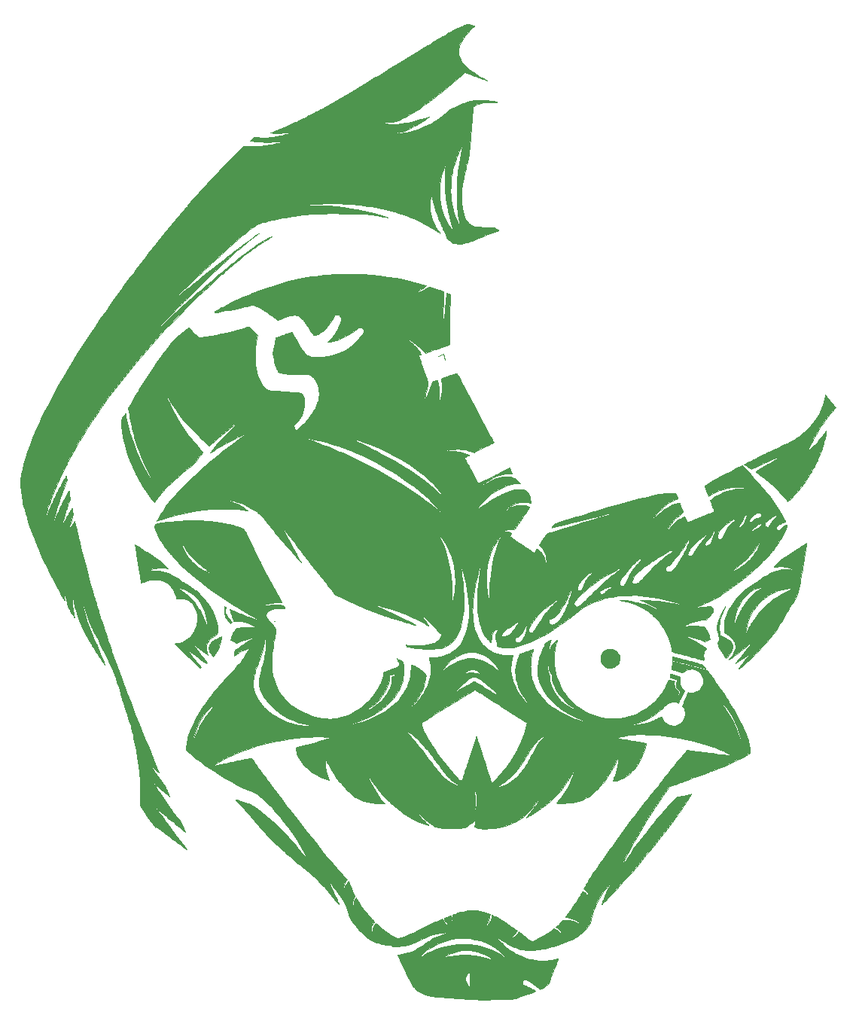
<source format=gbr>
G04 #@! TF.GenerationSoftware,KiCad,Pcbnew,(5.1.10)-1*
G04 #@! TF.CreationDate,2021-10-13T01:49:27-04:00*
G04 #@! TF.ProjectId,ScryptKeeper,53637279-7074-44b6-9565-7065722e6b69,rev?*
G04 #@! TF.SameCoordinates,Original*
G04 #@! TF.FileFunction,Legend,Top*
G04 #@! TF.FilePolarity,Positive*
%FSLAX46Y46*%
G04 Gerber Fmt 4.6, Leading zero omitted, Abs format (unit mm)*
G04 Created by KiCad (PCBNEW (5.1.10)-1) date 2021-10-13 01:49:27*
%MOMM*%
%LPD*%
G01*
G04 APERTURE LIST*
%ADD10C,0.010000*%
%ADD11C,0.100000*%
%ADD12C,0.150000*%
G04 APERTURE END LIST*
D10*
G36*
X55735850Y-70962969D02*
G01*
X55994376Y-70964330D01*
X56242034Y-70966722D01*
X56472914Y-70970147D01*
X56681105Y-70974606D01*
X56860699Y-70980101D01*
X57005786Y-70986633D01*
X57033583Y-70988278D01*
X57992547Y-71061413D01*
X58923719Y-71159496D01*
X59834336Y-71283708D01*
X60731639Y-71435233D01*
X61622867Y-71615251D01*
X62515261Y-71824945D01*
X63108416Y-71980180D01*
X63225304Y-72012428D01*
X63355023Y-72048964D01*
X63491376Y-72087962D01*
X63628165Y-72127596D01*
X63759193Y-72166040D01*
X63878260Y-72201468D01*
X63979170Y-72232053D01*
X64055726Y-72255969D01*
X64101728Y-72271391D01*
X64112288Y-72275973D01*
X64113609Y-72282876D01*
X64103527Y-72295716D01*
X64077322Y-72318296D01*
X64030276Y-72354424D01*
X63957669Y-72407902D01*
X63867550Y-72473303D01*
X63583634Y-72663944D01*
X63269197Y-72848447D01*
X62936046Y-73020205D01*
X62685083Y-73134925D01*
X62606181Y-73170434D01*
X62564470Y-73192829D01*
X62560464Y-73202066D01*
X62594677Y-73198101D01*
X62667625Y-73180892D01*
X62779822Y-73150394D01*
X62895819Y-73117088D01*
X63213029Y-73013817D01*
X63537258Y-72888273D01*
X63854324Y-72746570D01*
X64150048Y-72594820D01*
X64280055Y-72520323D01*
X64499194Y-72389749D01*
X64872722Y-72515423D01*
X64984514Y-72553484D01*
X65112785Y-72597899D01*
X65251880Y-72646633D01*
X65396148Y-72697656D01*
X65539936Y-72748934D01*
X65677591Y-72798435D01*
X65803460Y-72844126D01*
X65911890Y-72883975D01*
X65997230Y-72915948D01*
X66053826Y-72938014D01*
X66075979Y-72948091D01*
X66076654Y-72969805D01*
X66076618Y-73030892D01*
X66075910Y-73128399D01*
X66074569Y-73259373D01*
X66072635Y-73420858D01*
X66070147Y-73609903D01*
X66067144Y-73823553D01*
X66063665Y-74058854D01*
X66059749Y-74312854D01*
X66055436Y-74582599D01*
X66050764Y-74865135D01*
X66049813Y-74921543D01*
X66045013Y-75212009D01*
X66040558Y-75494335D01*
X66036492Y-75765122D01*
X66032856Y-76020972D01*
X66029692Y-76258486D01*
X66027040Y-76474264D01*
X66024943Y-76664908D01*
X66023443Y-76827019D01*
X66022581Y-76957198D01*
X66022399Y-77052046D01*
X66022939Y-77108164D01*
X66022993Y-77110167D01*
X66024617Y-77140979D01*
X66027380Y-77154413D01*
X66031487Y-77148583D01*
X66037146Y-77121601D01*
X66044562Y-77071579D01*
X66053942Y-76996629D01*
X66065492Y-76894863D01*
X66079419Y-76764395D01*
X66095928Y-76603336D01*
X66115226Y-76409798D01*
X66137520Y-76181895D01*
X66163015Y-75917738D01*
X66191918Y-75615439D01*
X66224435Y-75273112D01*
X66228866Y-75226334D01*
X66256851Y-74931960D01*
X66283908Y-74649537D01*
X66309753Y-74381912D01*
X66334101Y-74131932D01*
X66356669Y-73902444D01*
X66377172Y-73696296D01*
X66395326Y-73516333D01*
X66410846Y-73365404D01*
X66423449Y-73246356D01*
X66432850Y-73162036D01*
X66438764Y-73115290D01*
X66440533Y-73106449D01*
X66464112Y-73107846D01*
X66517917Y-73122644D01*
X66593022Y-73148151D01*
X66650964Y-73169949D01*
X66849178Y-73247250D01*
X66836313Y-73543584D01*
X66832346Y-73653445D01*
X66828238Y-73801408D01*
X66824039Y-73983244D01*
X66819798Y-74194719D01*
X66815566Y-74431605D01*
X66811391Y-74689671D01*
X66807323Y-74964685D01*
X66803411Y-75252417D01*
X66799704Y-75548636D01*
X66796253Y-75849112D01*
X66793107Y-76149614D01*
X66790314Y-76445911D01*
X66787925Y-76733773D01*
X66785989Y-77008968D01*
X66784555Y-77267267D01*
X66783672Y-77504438D01*
X66783391Y-77716250D01*
X66783760Y-77898474D01*
X66784326Y-77993295D01*
X66791416Y-78887007D01*
X66442166Y-79008548D01*
X66350373Y-79040541D01*
X66224359Y-79084534D01*
X66069854Y-79138523D01*
X65892586Y-79200505D01*
X65698285Y-79268475D01*
X65492680Y-79340430D01*
X65281500Y-79414366D01*
X65087500Y-79482316D01*
X64082083Y-79834543D01*
X63828083Y-79577240D01*
X63425081Y-79195330D01*
X62999823Y-78842644D01*
X62558931Y-78524550D01*
X62405787Y-78424688D01*
X62332298Y-78379390D01*
X62246613Y-78328687D01*
X62154021Y-78275444D01*
X62059815Y-78222524D01*
X61969285Y-78172790D01*
X61887724Y-78129107D01*
X61820423Y-78094336D01*
X61772674Y-78071342D01*
X61749767Y-78062989D01*
X61756995Y-78072139D01*
X61763946Y-78077363D01*
X61967396Y-78233314D01*
X62184937Y-78414120D01*
X62406007Y-78610221D01*
X62620040Y-78812063D01*
X62816472Y-79010086D01*
X62928500Y-79130879D01*
X63007406Y-79221080D01*
X63094142Y-79324241D01*
X63184649Y-79435097D01*
X63274866Y-79548383D01*
X63360734Y-79658837D01*
X63438191Y-79761194D01*
X63503180Y-79850191D01*
X63551638Y-79920562D01*
X63579507Y-79967045D01*
X63584666Y-79981638D01*
X63565978Y-80000158D01*
X63516617Y-80025250D01*
X63446636Y-80051935D01*
X63434925Y-80055786D01*
X63357327Y-80082468D01*
X63313052Y-80103445D01*
X63294446Y-80123657D01*
X63293642Y-80146965D01*
X63302040Y-80173492D01*
X63323651Y-80236600D01*
X63357323Y-80333050D01*
X63401908Y-80459600D01*
X63456254Y-80613009D01*
X63519211Y-80790037D01*
X63589629Y-80987442D01*
X63666357Y-81201985D01*
X63748247Y-81430424D01*
X63825768Y-81646223D01*
X63924881Y-81921380D01*
X64010904Y-82159809D01*
X64084670Y-82364759D01*
X64147014Y-82539482D01*
X64198770Y-82687226D01*
X64240771Y-82811242D01*
X64273851Y-82914780D01*
X64298845Y-83001089D01*
X64316586Y-83073419D01*
X64327909Y-83135020D01*
X64333646Y-83189143D01*
X64334633Y-83239037D01*
X64331702Y-83287951D01*
X64325689Y-83339137D01*
X64317426Y-83395843D01*
X64307748Y-83461320D01*
X64302091Y-83502500D01*
X64270542Y-83704906D01*
X64225752Y-83938556D01*
X64169677Y-84195187D01*
X64104276Y-84466531D01*
X64031504Y-84744325D01*
X63953319Y-85020301D01*
X63904150Y-85183108D01*
X63870914Y-85292539D01*
X63844156Y-85384799D01*
X63825559Y-85453720D01*
X63816806Y-85493137D01*
X63817766Y-85499573D01*
X63834336Y-85473066D01*
X63866101Y-85414243D01*
X63910135Y-85329051D01*
X63963516Y-85223435D01*
X64023319Y-85103340D01*
X64086621Y-84974711D01*
X64150499Y-84843495D01*
X64212029Y-84715636D01*
X64268287Y-84597081D01*
X64316349Y-84493774D01*
X64353291Y-84411660D01*
X64357458Y-84402084D01*
X64481013Y-84106416D01*
X64584225Y-83836779D01*
X64670419Y-83584105D01*
X64729382Y-83388001D01*
X64760818Y-83281610D01*
X64790487Y-83189946D01*
X64815695Y-83120717D01*
X64833749Y-83081629D01*
X64838328Y-83076183D01*
X64868815Y-83062441D01*
X64927454Y-83039857D01*
X65005229Y-83011539D01*
X65093121Y-82980593D01*
X65182115Y-82950127D01*
X65263192Y-82923248D01*
X65327335Y-82903064D01*
X65365528Y-82892683D01*
X65372166Y-82892219D01*
X65381198Y-82914385D01*
X65399234Y-82965829D01*
X65422403Y-83035499D01*
X65422837Y-83036834D01*
X65513247Y-83372367D01*
X65575880Y-83733426D01*
X65610658Y-84113523D01*
X65617504Y-84506170D01*
X65596340Y-84904881D01*
X65547090Y-85303167D01*
X65469676Y-85694541D01*
X65455199Y-85753978D01*
X65434162Y-85842012D01*
X65418910Y-85913475D01*
X65411267Y-85959316D01*
X65411400Y-85971290D01*
X65422829Y-85957526D01*
X65445023Y-85910287D01*
X65475489Y-85836303D01*
X65511736Y-85742305D01*
X65551272Y-85635021D01*
X65591605Y-85521181D01*
X65630243Y-85407515D01*
X65664695Y-85300753D01*
X65686773Y-85227584D01*
X65731934Y-85061990D01*
X65774204Y-84885582D01*
X65815621Y-84689063D01*
X65858223Y-84463132D01*
X65874674Y-84370334D01*
X65885782Y-84277639D01*
X65893948Y-84144388D01*
X65899108Y-83972257D01*
X65901197Y-83762926D01*
X65901194Y-83682417D01*
X65900325Y-83508141D01*
X65898318Y-83368849D01*
X65894721Y-83257195D01*
X65889084Y-83165836D01*
X65880955Y-83087426D01*
X65869885Y-83014622D01*
X65855737Y-82941584D01*
X65837618Y-82853298D01*
X65823730Y-82782565D01*
X65815762Y-82738183D01*
X65814626Y-82727496D01*
X65840025Y-82716237D01*
X65899939Y-82693650D01*
X65989449Y-82661399D01*
X66103633Y-82621151D01*
X66237570Y-82574569D01*
X66386339Y-82523320D01*
X66545019Y-82469069D01*
X66708688Y-82413481D01*
X66872427Y-82358221D01*
X67031313Y-82304955D01*
X67180426Y-82255349D01*
X67314844Y-82211067D01*
X67429647Y-82173775D01*
X67519913Y-82145138D01*
X67580722Y-82126821D01*
X67607152Y-82120491D01*
X67607830Y-82120657D01*
X67621003Y-82142696D01*
X67652684Y-82199873D01*
X67701750Y-82290067D01*
X67767078Y-82411154D01*
X67847542Y-82561010D01*
X67942021Y-82737512D01*
X68049390Y-82938537D01*
X68168525Y-83161961D01*
X68298302Y-83405662D01*
X68437599Y-83667515D01*
X68585290Y-83945399D01*
X68740253Y-84237188D01*
X68901364Y-84540761D01*
X69067498Y-84853993D01*
X69237533Y-85174762D01*
X69410344Y-85500944D01*
X69584808Y-85830416D01*
X69759801Y-86161054D01*
X69934200Y-86490736D01*
X70106880Y-86817337D01*
X70276718Y-87138736D01*
X70442589Y-87452807D01*
X70603372Y-87757429D01*
X70757941Y-88050478D01*
X70905173Y-88329830D01*
X71043944Y-88593362D01*
X71173130Y-88838951D01*
X71291609Y-89064474D01*
X71398255Y-89267807D01*
X71491946Y-89446827D01*
X71571557Y-89599411D01*
X71635965Y-89723435D01*
X71684046Y-89816777D01*
X71714677Y-89877312D01*
X71726733Y-89902918D01*
X71726867Y-89903622D01*
X71706937Y-89917238D01*
X71652655Y-89948351D01*
X71567360Y-89995184D01*
X71454395Y-90055962D01*
X71317097Y-90128909D01*
X71158808Y-90212248D01*
X70982868Y-90304204D01*
X70792616Y-90403002D01*
X70619447Y-90492421D01*
X69520842Y-91058249D01*
X69369090Y-90996493D01*
X68956014Y-90850688D01*
X68536708Y-90746482D01*
X68112931Y-90683903D01*
X67686443Y-90662978D01*
X67259004Y-90683734D01*
X66832373Y-90746198D01*
X66408309Y-90850397D01*
X66118741Y-90946415D01*
X66034454Y-90978455D01*
X65968469Y-91005609D01*
X65928610Y-91024526D01*
X65920608Y-91031330D01*
X65944123Y-91031150D01*
X65996269Y-91021718D01*
X66053533Y-91008140D01*
X66353516Y-90946491D01*
X66678071Y-90908469D01*
X67016635Y-90894085D01*
X67358646Y-90903354D01*
X67693540Y-90936286D01*
X68010754Y-90992896D01*
X68065766Y-91005748D01*
X68174450Y-91034724D01*
X68295679Y-91071324D01*
X68423065Y-91113140D01*
X68550226Y-91157764D01*
X68670774Y-91202787D01*
X68778326Y-91245802D01*
X68866496Y-91284401D01*
X68928898Y-91316175D01*
X68959148Y-91338715D01*
X68961000Y-91343383D01*
X68943160Y-91356594D01*
X68894279Y-91384661D01*
X68821313Y-91423778D01*
X68731219Y-91470140D01*
X68707000Y-91482334D01*
X68613803Y-91529526D01*
X68535976Y-91569839D01*
X68480457Y-91599610D01*
X68454185Y-91615176D01*
X68453000Y-91616423D01*
X68462608Y-91635766D01*
X68490437Y-91689715D01*
X68534990Y-91775412D01*
X68594774Y-91890000D01*
X68668294Y-92030624D01*
X68754053Y-92194425D01*
X68850557Y-92378548D01*
X68956312Y-92580134D01*
X69069822Y-92796328D01*
X69189591Y-93024273D01*
X69221179Y-93084363D01*
X69989359Y-94545539D01*
X71745304Y-93639762D01*
X71998990Y-93509124D01*
X72241961Y-93384435D01*
X72471588Y-93267019D01*
X72685243Y-93158202D01*
X72880299Y-93059306D01*
X73054127Y-92971658D01*
X73204098Y-92896579D01*
X73327585Y-92835396D01*
X73421960Y-92789432D01*
X73484595Y-92760011D01*
X73512861Y-92748458D01*
X73514211Y-92748451D01*
X73528912Y-92775108D01*
X73554661Y-92831695D01*
X73588317Y-92910361D01*
X73626740Y-93003252D01*
X73666790Y-93102516D01*
X73705328Y-93200300D01*
X73739212Y-93288752D01*
X73765304Y-93360020D01*
X73780463Y-93406250D01*
X73782692Y-93419864D01*
X73758248Y-93422379D01*
X73701708Y-93420093D01*
X73622971Y-93413546D01*
X73575927Y-93408567D01*
X73304889Y-93397594D01*
X73016231Y-93423402D01*
X72711786Y-93485177D01*
X72393392Y-93582101D01*
X72062883Y-93713359D01*
X71722093Y-93878136D01*
X71372860Y-94075616D01*
X71017016Y-94304982D01*
X70656399Y-94565418D01*
X70292842Y-94856110D01*
X70262750Y-94881439D01*
X70120401Y-95002440D01*
X70011054Y-95097019D01*
X69934673Y-95165222D01*
X69891220Y-95207096D01*
X69880659Y-95222687D01*
X69902953Y-95212039D01*
X69958066Y-95175201D01*
X70045960Y-95112217D01*
X70125261Y-95053865D01*
X70539967Y-94759730D01*
X70939477Y-94503584D01*
X71325382Y-94284551D01*
X71699271Y-94101755D01*
X72062736Y-93954322D01*
X72221677Y-93899811D01*
X72401324Y-93843782D01*
X72553488Y-93801949D01*
X72689819Y-93772364D01*
X72821969Y-93753079D01*
X72961589Y-93742145D01*
X73120328Y-93737613D01*
X73194333Y-93737153D01*
X73384954Y-93740542D01*
X73543638Y-93752646D01*
X73680224Y-93775345D01*
X73804553Y-93810517D01*
X73926464Y-93860041D01*
X73984047Y-93887960D01*
X74119991Y-93966794D01*
X74260845Y-94066055D01*
X74397057Y-94177593D01*
X74519074Y-94293257D01*
X74617345Y-94404895D01*
X74659570Y-94464389D01*
X74701323Y-94530334D01*
X74450536Y-94530458D01*
X74100448Y-94550453D01*
X73738918Y-94609552D01*
X73368592Y-94706938D01*
X72992115Y-94841793D01*
X72612133Y-95013302D01*
X72249060Y-95210177D01*
X71857789Y-95458669D01*
X71468457Y-95742120D01*
X71089063Y-96053594D01*
X70727607Y-96386152D01*
X70392088Y-96732857D01*
X70102078Y-97072236D01*
X70000503Y-97200874D01*
X69925899Y-97298712D01*
X69877448Y-97366885D01*
X69854333Y-97406528D01*
X69852982Y-97418098D01*
X69872213Y-97409211D01*
X69921244Y-97380504D01*
X69994499Y-97335413D01*
X70086405Y-97277374D01*
X70191387Y-97209822D01*
X70199250Y-97204717D01*
X70601316Y-96945385D01*
X70972348Y-96710211D01*
X71315015Y-96497735D01*
X71631985Y-96306498D01*
X71925929Y-96135041D01*
X72199515Y-95981907D01*
X72455414Y-95845636D01*
X72696293Y-95724769D01*
X72924823Y-95617848D01*
X73143674Y-95523415D01*
X73355513Y-95440010D01*
X73563011Y-95366175D01*
X73564750Y-95365589D01*
X73836951Y-95281482D01*
X74085491Y-95221528D01*
X74320146Y-95183913D01*
X74550689Y-95166827D01*
X74645062Y-95165334D01*
X74817150Y-95168723D01*
X74955651Y-95179746D01*
X75068832Y-95199686D01*
X75164961Y-95229828D01*
X75220619Y-95254699D01*
X75294882Y-95303515D01*
X75381837Y-95378738D01*
X75472144Y-95470625D01*
X75556462Y-95569435D01*
X75625452Y-95665425D01*
X75644284Y-95696615D01*
X75723088Y-95861801D01*
X75792623Y-96060498D01*
X75850574Y-96284457D01*
X75894628Y-96525431D01*
X75910022Y-96643526D01*
X75912289Y-96690656D01*
X75899912Y-96706705D01*
X75873809Y-96703826D01*
X75834542Y-96694582D01*
X75765694Y-96678291D01*
X75678867Y-96657700D01*
X75628500Y-96645739D01*
X75525793Y-96624007D01*
X75425950Y-96609553D01*
X75315658Y-96601097D01*
X75181602Y-96597359D01*
X75120500Y-96596905D01*
X74871923Y-96604841D01*
X74646936Y-96632474D01*
X74433207Y-96682815D01*
X74218401Y-96758876D01*
X73990184Y-96863666D01*
X73955592Y-96881248D01*
X73699181Y-97032178D01*
X73444604Y-97219066D01*
X73199099Y-97435881D01*
X72969900Y-97676594D01*
X72895269Y-97764888D01*
X72762071Y-97927584D01*
X72925998Y-97773509D01*
X73203950Y-97535565D01*
X73489528Y-97336445D01*
X73781253Y-97176609D01*
X74077646Y-97056522D01*
X74377230Y-96976645D01*
X74678527Y-96937441D01*
X74980058Y-96939373D01*
X75280346Y-96982902D01*
X75377965Y-97006225D01*
X75500596Y-97041855D01*
X75608847Y-97079852D01*
X75696729Y-97117506D01*
X75758253Y-97152107D01*
X75787430Y-97180944D01*
X75788213Y-97191872D01*
X75774422Y-97213838D01*
X75738273Y-97267636D01*
X75681722Y-97350442D01*
X75606722Y-97459433D01*
X75515230Y-97591785D01*
X75409199Y-97744673D01*
X75290584Y-97915275D01*
X75161341Y-98100767D01*
X75023424Y-98298325D01*
X74903473Y-98469855D01*
X74030416Y-99717395D01*
X73903416Y-99700906D01*
X73752272Y-99688157D01*
X73585488Y-99685513D01*
X73417042Y-99692367D01*
X73260910Y-99708111D01*
X73131069Y-99732139D01*
X73120250Y-99734926D01*
X73063618Y-99752623D01*
X72992210Y-99778760D01*
X72912292Y-99810520D01*
X72830130Y-99845088D01*
X72751991Y-99879646D01*
X72684141Y-99911379D01*
X72632846Y-99937471D01*
X72604374Y-99955104D01*
X72604990Y-99961462D01*
X72622833Y-99958482D01*
X72664424Y-99952607D01*
X72737716Y-99946001D01*
X72832109Y-99939502D01*
X72929750Y-99934276D01*
X73073896Y-99930406D01*
X73191156Y-99934363D01*
X73296390Y-99946958D01*
X73352107Y-99957360D01*
X73440075Y-99978939D01*
X73531192Y-100006850D01*
X73616300Y-100037561D01*
X73686237Y-100067542D01*
X73731846Y-100093264D01*
X73744666Y-100108648D01*
X73733231Y-100130906D01*
X73702549Y-100179178D01*
X73658056Y-100245085D01*
X73630633Y-100284444D01*
X73516600Y-100446417D01*
X74576607Y-101176667D01*
X74776502Y-101314360D01*
X74974485Y-101450704D01*
X75166317Y-101582782D01*
X75347757Y-101707676D01*
X75514564Y-101822468D01*
X75662499Y-101924238D01*
X75787321Y-102010070D01*
X75884790Y-102077045D01*
X75938519Y-102113919D01*
X76240424Y-102320922D01*
X76394837Y-102098833D01*
X76454895Y-102015029D01*
X76508083Y-101945570D01*
X76549057Y-101897104D01*
X76572473Y-101876284D01*
X76573935Y-101875955D01*
X76612641Y-101888714D01*
X76674659Y-101924756D01*
X76752450Y-101978375D01*
X76838473Y-102043868D01*
X76925189Y-102115529D01*
X77005058Y-102187654D01*
X77062250Y-102245410D01*
X77226582Y-102454239D01*
X77357643Y-102688121D01*
X77455587Y-102947498D01*
X77520565Y-103232815D01*
X77552731Y-103544513D01*
X77556485Y-103682398D01*
X77558152Y-103795029D01*
X77561841Y-103868117D01*
X77568183Y-103901259D01*
X77577811Y-103894052D01*
X77591358Y-103846093D01*
X77609454Y-103756980D01*
X77631279Y-103634744D01*
X77649009Y-103488984D01*
X77657563Y-103320045D01*
X77657320Y-103140325D01*
X77648657Y-102962225D01*
X77631950Y-102798145D01*
X77607578Y-102660484D01*
X77600818Y-102633453D01*
X77507905Y-102353380D01*
X77385487Y-102100437D01*
X77229834Y-101868174D01*
X77037217Y-101650139D01*
X77025801Y-101638754D01*
X76840700Y-101455259D01*
X77306482Y-100792088D01*
X77772263Y-100128917D01*
X78116284Y-100023084D01*
X91186000Y-100023084D01*
X91196583Y-100033667D01*
X91207166Y-100023084D01*
X91196583Y-100012500D01*
X91186000Y-100023084D01*
X78116284Y-100023084D01*
X78253895Y-99980750D01*
X91207166Y-99980750D01*
X91217750Y-99991334D01*
X91228333Y-99980750D01*
X91217750Y-99970167D01*
X91207166Y-99980750D01*
X78253895Y-99980750D01*
X78674173Y-99851458D01*
X79254826Y-99672799D01*
X79818504Y-99499303D01*
X80364029Y-99331333D01*
X80890225Y-99169255D01*
X81249258Y-99058622D01*
X89243856Y-99058622D01*
X89246751Y-99060000D01*
X89266067Y-99045099D01*
X89270416Y-99038834D01*
X89275810Y-99019045D01*
X89272915Y-99017667D01*
X89253598Y-99032568D01*
X89249250Y-99038834D01*
X89243856Y-99058622D01*
X81249258Y-99058622D01*
X81395912Y-99013432D01*
X81879915Y-98864228D01*
X82341054Y-98722008D01*
X82778154Y-98587134D01*
X83190035Y-98459972D01*
X83575521Y-98340884D01*
X83933434Y-98230236D01*
X84262597Y-98128392D01*
X84561832Y-98035715D01*
X84829961Y-97952569D01*
X85065807Y-97879318D01*
X85268192Y-97816327D01*
X85435939Y-97763959D01*
X85567870Y-97722579D01*
X85662809Y-97692550D01*
X85719576Y-97674236D01*
X85737076Y-97668021D01*
X85716261Y-97672380D01*
X85656380Y-97686324D01*
X85559484Y-97709355D01*
X85427621Y-97740974D01*
X85262841Y-97780684D01*
X85067193Y-97827988D01*
X84842727Y-97882387D01*
X84591493Y-97943383D01*
X84315540Y-98010479D01*
X84016918Y-98083176D01*
X83697676Y-98160978D01*
X83359863Y-98243385D01*
X83005530Y-98329901D01*
X82636725Y-98420027D01*
X82255499Y-98513265D01*
X82009131Y-98573561D01*
X81620756Y-98668566D01*
X81243292Y-98760765D01*
X80878803Y-98849661D01*
X80529355Y-98934754D01*
X80197014Y-99015546D01*
X79883845Y-99091538D01*
X79591914Y-99162233D01*
X79323286Y-99227130D01*
X79080027Y-99285732D01*
X78864201Y-99337541D01*
X78677875Y-99382056D01*
X78523114Y-99418781D01*
X78401983Y-99447216D01*
X78316548Y-99466863D01*
X78268874Y-99477223D01*
X78259179Y-99478762D01*
X78257856Y-99459775D01*
X78281839Y-99411106D01*
X78329498Y-99335731D01*
X78368255Y-99279662D01*
X78505012Y-99086575D01*
X79167547Y-98869550D01*
X79959342Y-98612040D01*
X80738266Y-98362405D01*
X81502939Y-98121022D01*
X82251982Y-97888265D01*
X82984016Y-97664508D01*
X83036009Y-97648889D01*
X85774388Y-97648889D01*
X85777294Y-97661473D01*
X85788500Y-97663000D01*
X85805922Y-97655256D01*
X85802611Y-97648889D01*
X85777491Y-97646356D01*
X85774388Y-97648889D01*
X83036009Y-97648889D01*
X83094726Y-97631250D01*
X85852000Y-97631250D01*
X85862583Y-97641834D01*
X85873166Y-97631250D01*
X85862583Y-97620667D01*
X85852000Y-97631250D01*
X83094726Y-97631250D01*
X83697660Y-97450127D01*
X84391536Y-97245496D01*
X85064264Y-97050991D01*
X85714464Y-96866987D01*
X86340757Y-96693857D01*
X86941764Y-96531978D01*
X87516105Y-96381724D01*
X88062400Y-96243470D01*
X88579270Y-96117591D01*
X89065336Y-96004462D01*
X89519218Y-95904458D01*
X89939537Y-95817953D01*
X90324912Y-95745323D01*
X90673966Y-95686943D01*
X90985317Y-95643187D01*
X91080166Y-95631952D01*
X91220230Y-95619371D01*
X91380556Y-95610022D01*
X91547168Y-95604311D01*
X91706090Y-95602644D01*
X91843348Y-95605427D01*
X91895083Y-95608293D01*
X91981522Y-95610755D01*
X92065619Y-95607276D01*
X92106750Y-95602294D01*
X92191416Y-95587254D01*
X92307833Y-95888612D01*
X92348764Y-95995110D01*
X92384267Y-96088515D01*
X92411511Y-96161292D01*
X92427660Y-96205905D01*
X92430685Y-96215283D01*
X92414770Y-96233894D01*
X92364219Y-96259922D01*
X92285396Y-96290245D01*
X92261352Y-96298350D01*
X92027766Y-96388358D01*
X91779397Y-96508300D01*
X91525232Y-96653082D01*
X91274254Y-96817606D01*
X91048416Y-96986385D01*
X90843751Y-97160535D01*
X90625467Y-97366021D01*
X90399249Y-97596505D01*
X90170780Y-97845646D01*
X89945743Y-98107105D01*
X89729822Y-98374540D01*
X89528700Y-98641614D01*
X89398257Y-98827167D01*
X89275809Y-99007084D01*
X89440334Y-98827167D01*
X89544707Y-98715525D01*
X89667302Y-98588468D01*
X89801719Y-98452283D01*
X89941556Y-98313257D01*
X90080409Y-98177677D01*
X90211879Y-98051831D01*
X90329563Y-97942006D01*
X90427059Y-97854488D01*
X90456478Y-97829235D01*
X90739297Y-97602090D01*
X91023821Y-97395761D01*
X91305159Y-97213232D01*
X91578419Y-97057487D01*
X91838711Y-96931511D01*
X92079714Y-96838756D01*
X92169054Y-96811966D01*
X92269387Y-96785849D01*
X92371950Y-96762191D01*
X92467977Y-96742774D01*
X92548706Y-96729382D01*
X92605373Y-96723799D01*
X92628657Y-96727026D01*
X92640539Y-96750544D01*
X92665190Y-96807377D01*
X92700062Y-96891374D01*
X92742612Y-96996385D01*
X92790292Y-97116257D01*
X92801377Y-97144417D01*
X92852567Y-97274629D01*
X92901474Y-97398879D01*
X92944873Y-97508983D01*
X92979537Y-97596755D01*
X93002240Y-97654010D01*
X93003532Y-97657252D01*
X93047688Y-97767920D01*
X92915886Y-97856280D01*
X92638426Y-98058985D01*
X92371919Y-98286212D01*
X92120817Y-98532686D01*
X91889571Y-98793132D01*
X91682636Y-99062272D01*
X91504462Y-99334832D01*
X91359501Y-99605535D01*
X91277759Y-99797487D01*
X91253503Y-99866544D01*
X91238501Y-99918517D01*
X91235906Y-99942440D01*
X91236047Y-99942604D01*
X91249835Y-99930392D01*
X91276940Y-99889355D01*
X91311269Y-99828783D01*
X91416472Y-99657513D01*
X91557036Y-99471710D01*
X91734166Y-99269830D01*
X91809977Y-99189961D01*
X91999180Y-99003470D01*
X92183986Y-98841833D01*
X92379636Y-98692400D01*
X92548713Y-98576742D01*
X92641460Y-98518168D01*
X92744650Y-98456842D01*
X92851712Y-98396223D01*
X92956072Y-98339771D01*
X93051159Y-98290945D01*
X93130399Y-98253205D01*
X93187222Y-98230010D01*
X93215054Y-98224820D01*
X93216044Y-98225477D01*
X93227572Y-98248449D01*
X93251559Y-98304128D01*
X93285201Y-98385737D01*
X93325690Y-98486497D01*
X93358500Y-98569627D01*
X93413496Y-98705442D01*
X93458358Y-98806524D01*
X93492238Y-98871122D01*
X93514292Y-98897488D01*
X93517250Y-98898015D01*
X93540261Y-98889891D01*
X93598717Y-98867414D01*
X93688939Y-98832062D01*
X93807250Y-98785314D01*
X93949972Y-98728647D01*
X94113427Y-98663539D01*
X94293936Y-98591467D01*
X94487823Y-98513911D01*
X94691409Y-98432346D01*
X94901017Y-98348252D01*
X95112968Y-98263106D01*
X95323584Y-98178386D01*
X95529188Y-98095570D01*
X95726101Y-98016135D01*
X95910646Y-97941559D01*
X96079146Y-97873321D01*
X96227921Y-97812897D01*
X96353294Y-97761767D01*
X96451587Y-97721407D01*
X96519122Y-97693296D01*
X96552222Y-97678910D01*
X96554957Y-97677432D01*
X96549328Y-97656671D01*
X96529876Y-97601336D01*
X96498397Y-97516197D01*
X96456689Y-97406027D01*
X96406550Y-97275594D01*
X96349777Y-97129672D01*
X96318942Y-97051062D01*
X96259229Y-96899004D01*
X96204825Y-96760004D01*
X96157587Y-96638844D01*
X96119372Y-96540305D01*
X96092038Y-96469168D01*
X96077441Y-96430216D01*
X96075500Y-96424292D01*
X96091121Y-96408903D01*
X96133342Y-96373451D01*
X96195196Y-96323672D01*
X96250125Y-96280508D01*
X96648531Y-95996482D01*
X97064773Y-95750788D01*
X97498566Y-95543499D01*
X97949622Y-95374689D01*
X98417654Y-95244433D01*
X98780103Y-95175917D01*
X100922666Y-95175917D01*
X100933250Y-95186500D01*
X100943833Y-95175917D01*
X100933250Y-95165334D01*
X100922666Y-95175917D01*
X98780103Y-95175917D01*
X98862860Y-95160273D01*
X100804847Y-95160273D01*
X100825652Y-95163662D01*
X100853106Y-95159771D01*
X100853434Y-95152545D01*
X100825104Y-95147492D01*
X100812864Y-95150874D01*
X100804847Y-95160273D01*
X98862860Y-95160273D01*
X98902377Y-95152803D01*
X99403503Y-95099874D01*
X99920745Y-95085720D01*
X100453818Y-95110414D01*
X100700416Y-95134404D01*
X100746946Y-95139215D01*
X100758485Y-95137998D01*
X100733066Y-95128717D01*
X100679250Y-95112465D01*
X100477941Y-95062361D01*
X100243426Y-95020617D01*
X99984092Y-94987735D01*
X99708329Y-94964214D01*
X99424527Y-94950556D01*
X99141076Y-94947260D01*
X98866364Y-94954828D01*
X98608782Y-94973760D01*
X98520250Y-94983652D01*
X98029642Y-95062055D01*
X97561906Y-95174038D01*
X97112086Y-95321281D01*
X96675226Y-95505464D01*
X96246369Y-95728266D01*
X96139702Y-95790270D01*
X96051050Y-95842095D01*
X95975329Y-95884862D01*
X95920024Y-95914451D01*
X95892620Y-95926741D01*
X95891606Y-95926860D01*
X95880215Y-95907955D01*
X95856267Y-95855541D01*
X95822166Y-95775707D01*
X95780315Y-95674545D01*
X95733120Y-95558147D01*
X95682985Y-95432602D01*
X95632314Y-95304001D01*
X95583510Y-95178437D01*
X95538980Y-95061999D01*
X95501127Y-94960780D01*
X95472355Y-94880869D01*
X95455068Y-94828358D01*
X95451083Y-94810853D01*
X95467219Y-94781178D01*
X95506088Y-94747433D01*
X95506697Y-94747028D01*
X95547341Y-94719728D01*
X95612654Y-94675396D01*
X95692421Y-94620980D01*
X95750114Y-94581483D01*
X95871422Y-94501350D01*
X96017481Y-94410449D01*
X96189553Y-94308097D01*
X96388899Y-94193608D01*
X96616782Y-94066297D01*
X96874464Y-93925479D01*
X97163206Y-93770470D01*
X97484271Y-93600583D01*
X97838921Y-93415134D01*
X98228417Y-93213439D01*
X98654023Y-92994811D01*
X98978941Y-92828867D01*
X99712799Y-92454869D01*
X100460806Y-93286226D01*
X100746040Y-93603852D01*
X101005122Y-93893723D01*
X101240790Y-94159029D01*
X101455786Y-94402957D01*
X101652846Y-94628695D01*
X101834712Y-94839431D01*
X102004121Y-95038353D01*
X102163814Y-95228649D01*
X102316529Y-95413507D01*
X102465006Y-95596116D01*
X102611984Y-95779662D01*
X102713911Y-95908465D01*
X103096880Y-96409586D01*
X103449290Y-96901673D01*
X103769573Y-97382334D01*
X104056164Y-97849178D01*
X104307495Y-98299814D01*
X104404957Y-98489246D01*
X104457605Y-98595393D01*
X104502845Y-98688564D01*
X104537526Y-98762107D01*
X104558495Y-98809372D01*
X104563333Y-98823432D01*
X104544640Y-98838052D01*
X104496003Y-98858078D01*
X104438448Y-98876114D01*
X104339522Y-98908037D01*
X104219033Y-98953554D01*
X104088941Y-99007479D01*
X103961204Y-99064628D01*
X103847784Y-99119816D01*
X103760637Y-99167858D01*
X103749520Y-99174797D01*
X103655946Y-99243702D01*
X103582598Y-99315660D01*
X103536151Y-99383247D01*
X103522974Y-99426749D01*
X103528814Y-99556929D01*
X103566339Y-99659058D01*
X103635541Y-99733116D01*
X103654009Y-99745048D01*
X103715972Y-99773010D01*
X103775667Y-99778366D01*
X103838946Y-99758599D01*
X103911664Y-99711189D01*
X103999673Y-99633618D01*
X104065916Y-99567810D01*
X104178670Y-99458069D01*
X104281375Y-99372441D01*
X104388342Y-99300420D01*
X104513885Y-99231496D01*
X104545800Y-99215517D01*
X104630327Y-99176725D01*
X104685079Y-99161291D01*
X104716208Y-99170185D01*
X104729869Y-99204380D01*
X104732342Y-99244962D01*
X104722726Y-99303119D01*
X104694918Y-99393103D01*
X104651312Y-99509750D01*
X104594301Y-99647895D01*
X104526279Y-99802374D01*
X104449638Y-99968023D01*
X104366772Y-100139678D01*
X104280074Y-100312173D01*
X104191939Y-100480345D01*
X104104758Y-100639030D01*
X104020925Y-100783062D01*
X104015022Y-100792829D01*
X103893236Y-100988252D01*
X103763268Y-101186948D01*
X103629447Y-101382925D01*
X103496104Y-101570195D01*
X103367569Y-101742766D01*
X103248173Y-101894649D01*
X103142245Y-102019854D01*
X103078511Y-102088332D01*
X103021578Y-102148511D01*
X102978453Y-102198581D01*
X102956215Y-102230156D01*
X102954666Y-102235026D01*
X102940052Y-102263914D01*
X102898237Y-102319245D01*
X102832266Y-102397843D01*
X102745183Y-102496530D01*
X102640029Y-102612127D01*
X102519849Y-102741457D01*
X102387686Y-102881343D01*
X102246584Y-103028605D01*
X102099586Y-103180068D01*
X101949736Y-103332553D01*
X101800076Y-103482881D01*
X101653651Y-103627877D01*
X101513503Y-103764361D01*
X101382676Y-103889155D01*
X101271916Y-103992052D01*
X100803636Y-104408878D01*
X100300761Y-104835282D01*
X99768684Y-105266947D01*
X99212796Y-105699556D01*
X98638492Y-106128792D01*
X98266250Y-106397965D01*
X97963806Y-106612567D01*
X97693441Y-106801685D01*
X97454017Y-106966085D01*
X97244398Y-107106528D01*
X97063448Y-107223780D01*
X96910029Y-107318603D01*
X96805750Y-107379164D01*
X96439612Y-107575626D01*
X96065511Y-107760384D01*
X95690659Y-107930378D01*
X95322271Y-108082547D01*
X94967562Y-108213831D01*
X94633746Y-108321169D01*
X94490559Y-108361298D01*
X94404798Y-108384709D01*
X94335769Y-108404706D01*
X94292804Y-108418521D01*
X94283421Y-108422689D01*
X94299703Y-108427189D01*
X94350399Y-108433085D01*
X94427647Y-108439615D01*
X94523584Y-108446016D01*
X94524279Y-108446057D01*
X94735822Y-108451057D01*
X94978773Y-108443722D01*
X95244269Y-108424774D01*
X95523449Y-108394933D01*
X95807450Y-108354920D01*
X95960375Y-108329216D01*
X96109833Y-108302588D01*
X96227813Y-108389746D01*
X96325432Y-108478964D01*
X96395024Y-108578601D01*
X96431285Y-108680115D01*
X96435316Y-108723975D01*
X96418941Y-108811337D01*
X96370801Y-108922840D01*
X96292318Y-109056339D01*
X96184911Y-109209688D01*
X96050000Y-109380743D01*
X95889004Y-109567358D01*
X95844223Y-109616875D01*
X95626938Y-109855000D01*
X95407447Y-109855000D01*
X95106727Y-109870270D01*
X94787535Y-109914599D01*
X94459925Y-109985766D01*
X94133949Y-110081549D01*
X93819661Y-110199728D01*
X93789953Y-110212394D01*
X93683744Y-110260789D01*
X93566631Y-110318429D01*
X93447785Y-110380354D01*
X93336375Y-110441607D01*
X93241574Y-110497228D01*
X93172551Y-110542260D01*
X93154500Y-110555964D01*
X93101583Y-110599227D01*
X93218000Y-110587311D01*
X93433626Y-110568803D01*
X93671273Y-110554560D01*
X93919059Y-110544886D01*
X94165108Y-110540084D01*
X94397538Y-110540458D01*
X94604472Y-110546312D01*
X94674399Y-110550065D01*
X94877619Y-110564635D01*
X95057300Y-110581310D01*
X95209856Y-110599581D01*
X95331697Y-110618939D01*
X95419237Y-110638875D01*
X95468887Y-110658880D01*
X95474719Y-110663586D01*
X95503359Y-110701461D01*
X95546243Y-110769256D01*
X95598908Y-110858911D01*
X95656894Y-110962369D01*
X95715739Y-111071572D01*
X95770981Y-111178462D01*
X95818157Y-111274982D01*
X95840836Y-111324793D01*
X95894656Y-111458059D01*
X95946017Y-111603748D01*
X95990660Y-111748325D01*
X96024327Y-111878251D01*
X96039600Y-111956557D01*
X96051920Y-112036697D01*
X95476690Y-112315245D01*
X95400387Y-112278111D01*
X95150984Y-112165371D01*
X94876057Y-112056329D01*
X94584889Y-111953775D01*
X94286763Y-111860502D01*
X93990960Y-111779304D01*
X93706765Y-111712971D01*
X93443458Y-111664297D01*
X93292083Y-111643912D01*
X93165083Y-111629795D01*
X93466997Y-111767292D01*
X93886147Y-111967149D01*
X94280055Y-112173113D01*
X94645299Y-112383121D01*
X94978457Y-112595113D01*
X95276105Y-112807027D01*
X95519650Y-113003614D01*
X95651717Y-113117853D01*
X95545085Y-113221715D01*
X95473655Y-113296420D01*
X95421222Y-113366827D01*
X95384919Y-113441657D01*
X95361879Y-113529627D01*
X95349234Y-113639457D01*
X95344116Y-113779864D01*
X95343590Y-113834334D01*
X95345235Y-113997908D01*
X95352267Y-114121788D01*
X95364849Y-114208288D01*
X95371397Y-114232707D01*
X95386298Y-114311490D01*
X95372350Y-114362719D01*
X95330312Y-114384147D01*
X95319864Y-114384667D01*
X95296576Y-114379202D01*
X95236114Y-114363472D01*
X95142116Y-114338471D01*
X95018214Y-114305194D01*
X94868046Y-114264635D01*
X94695246Y-114217791D01*
X94503450Y-114165656D01*
X94296293Y-114109225D01*
X94077409Y-114049492D01*
X93850435Y-113987453D01*
X93619006Y-113924103D01*
X93386757Y-113860437D01*
X93157323Y-113797449D01*
X92934340Y-113736135D01*
X92721442Y-113677490D01*
X92522266Y-113622507D01*
X92340446Y-113572184D01*
X92179618Y-113527513D01*
X92043416Y-113489491D01*
X91935477Y-113459112D01*
X91872676Y-113441199D01*
X91765602Y-113410352D01*
X91727988Y-113172551D01*
X91631608Y-112694920D01*
X91493586Y-112217915D01*
X91313684Y-111740812D01*
X91133884Y-111347250D01*
X90879794Y-110878462D01*
X90592578Y-110435356D01*
X90273482Y-110019200D01*
X89923751Y-109631264D01*
X89813387Y-109526917D01*
X90953166Y-109526917D01*
X90963750Y-109537500D01*
X90974333Y-109526917D01*
X90963750Y-109516334D01*
X90953166Y-109526917D01*
X89813387Y-109526917D01*
X89746224Y-109463417D01*
X90910833Y-109463417D01*
X90921416Y-109474000D01*
X90932000Y-109463417D01*
X90921416Y-109452834D01*
X90910833Y-109463417D01*
X89746224Y-109463417D01*
X89544630Y-109272816D01*
X89137366Y-108945124D01*
X88703202Y-108649458D01*
X88243385Y-108387086D01*
X88212083Y-108370929D01*
X87732274Y-108147198D01*
X87243740Y-107963383D01*
X86748748Y-107820207D01*
X86249563Y-107718389D01*
X86084833Y-107694060D01*
X85993943Y-107681446D01*
X85940425Y-107672193D01*
X85919621Y-107664591D01*
X85926876Y-107656929D01*
X85957531Y-107647497D01*
X85957833Y-107647417D01*
X86048224Y-107634301D01*
X86174803Y-107632162D01*
X86333099Y-107640194D01*
X86518638Y-107657590D01*
X86726949Y-107683543D01*
X86953559Y-107717248D01*
X87193997Y-107757898D01*
X87443790Y-107804686D01*
X87698466Y-107856806D01*
X87953553Y-107913451D01*
X88204579Y-107973816D01*
X88447071Y-108037093D01*
X88676558Y-108102476D01*
X88888567Y-108169159D01*
X88931750Y-108183695D01*
X89326842Y-108330486D01*
X89684607Y-108488539D01*
X90004287Y-108657399D01*
X90285122Y-108836608D01*
X90526354Y-109025713D01*
X90727225Y-109224256D01*
X90792431Y-109301602D01*
X90853640Y-109376002D01*
X90891718Y-109417689D01*
X90907483Y-109428858D01*
X90901754Y-109411706D01*
X90875349Y-109368425D01*
X90829086Y-109301212D01*
X90763784Y-109212262D01*
X90754576Y-109200057D01*
X90608773Y-109022505D01*
X90447838Y-108857263D01*
X90264654Y-108697954D01*
X90052106Y-108538204D01*
X89901031Y-108435197D01*
X89710521Y-108317818D01*
X89488195Y-108195122D01*
X89484818Y-108193417D01*
X93027500Y-108193417D01*
X93038083Y-108204000D01*
X93048666Y-108193417D01*
X93038083Y-108182834D01*
X93027500Y-108193417D01*
X89484818Y-108193417D01*
X89243427Y-108071556D01*
X88985593Y-107951565D01*
X88724068Y-107839599D01*
X88468229Y-107740104D01*
X88339083Y-107694270D01*
X88260950Y-107666813D01*
X88207481Y-107645496D01*
X88180920Y-107629900D01*
X88183513Y-107619606D01*
X88217506Y-107614195D01*
X88285144Y-107613249D01*
X88388672Y-107616347D01*
X88530336Y-107623071D01*
X88677750Y-107631064D01*
X89154386Y-107662988D01*
X89662185Y-107706954D01*
X90192071Y-107761849D01*
X90734969Y-107826561D01*
X91281805Y-107899977D01*
X91823502Y-107980984D01*
X92350986Y-108068469D01*
X92581993Y-108109782D01*
X92704877Y-108131880D01*
X92812631Y-108150476D01*
X92898676Y-108164500D01*
X92956435Y-108172880D01*
X92979328Y-108174545D01*
X92979396Y-108174492D01*
X92964600Y-108163713D01*
X92914877Y-108141497D01*
X92835460Y-108109791D01*
X92731586Y-108070541D01*
X92608490Y-108025692D01*
X92471405Y-107977190D01*
X92325569Y-107926981D01*
X92202000Y-107885529D01*
X91570406Y-107692668D01*
X90917171Y-107524487D01*
X90249309Y-107382040D01*
X89573834Y-107266379D01*
X88897760Y-107178557D01*
X88228101Y-107119626D01*
X87571872Y-107090639D01*
X86936087Y-107092648D01*
X86920916Y-107093092D01*
X86734333Y-107098657D01*
X86584900Y-107102964D01*
X86467452Y-107106015D01*
X86376824Y-107107811D01*
X86307853Y-107108353D01*
X86255374Y-107107643D01*
X86214221Y-107105681D01*
X86179230Y-107102469D01*
X86145237Y-107098007D01*
X86113556Y-107093277D01*
X86033224Y-107086401D01*
X85972160Y-107096551D01*
X85933639Y-107113087D01*
X85884435Y-107129776D01*
X85801289Y-107148658D01*
X85692424Y-107168127D01*
X85566061Y-107186580D01*
X85539624Y-107189980D01*
X84902431Y-107289789D01*
X84283338Y-107427050D01*
X83678950Y-107602746D01*
X83085868Y-107817863D01*
X82518939Y-108064757D01*
X82311158Y-108169609D01*
X82089590Y-108293620D01*
X81862426Y-108431375D01*
X81637860Y-108577457D01*
X81424082Y-108726452D01*
X81229285Y-108872943D01*
X81061661Y-109011514D01*
X80994250Y-109072692D01*
X80920703Y-109138098D01*
X80817262Y-109224445D01*
X80688538Y-109328148D01*
X80539141Y-109445623D01*
X80373684Y-109573286D01*
X80196778Y-109707555D01*
X80013035Y-109844844D01*
X79827064Y-109981570D01*
X79791327Y-110007575D01*
X79151000Y-110461048D01*
X78529703Y-110877390D01*
X77927505Y-111256568D01*
X77344475Y-111598549D01*
X76780682Y-111903297D01*
X76236194Y-112170778D01*
X75711081Y-112400959D01*
X75205412Y-112593806D01*
X74719255Y-112749284D01*
X74252679Y-112867359D01*
X73871666Y-112938270D01*
X73721714Y-112956160D01*
X73547558Y-112968557D01*
X73359382Y-112975458D01*
X73167369Y-112976861D01*
X72981702Y-112972765D01*
X72812563Y-112963168D01*
X72670136Y-112948068D01*
X72612250Y-112938480D01*
X72510052Y-112916564D01*
X72403030Y-112890159D01*
X72299119Y-112861649D01*
X72206250Y-112833423D01*
X72132359Y-112807867D01*
X72085379Y-112787368D01*
X72072500Y-112776096D01*
X72080026Y-112747901D01*
X72098777Y-112697464D01*
X72105656Y-112680648D01*
X72122832Y-112626638D01*
X72127901Y-112568797D01*
X72119574Y-112499706D01*
X72096562Y-112411946D01*
X72057577Y-112298099D01*
X72023493Y-112207716D01*
X71985444Y-112106253D01*
X74127601Y-112106253D01*
X74152809Y-112199481D01*
X74202029Y-112271567D01*
X74301379Y-112350160D01*
X74411951Y-112388776D01*
X74530518Y-112387231D01*
X74653854Y-112345343D01*
X74727614Y-112301588D01*
X74860677Y-112186464D01*
X74984519Y-112031434D01*
X75098388Y-111838070D01*
X75201532Y-111607944D01*
X75293200Y-111342627D01*
X75372639Y-111043690D01*
X75383475Y-110993442D01*
X75653601Y-110993442D01*
X75661394Y-111056410D01*
X75685749Y-111122246D01*
X75693271Y-111138211D01*
X75756763Y-111228516D01*
X75840284Y-111288341D01*
X75935430Y-111315103D01*
X76033798Y-111306216D01*
X76114877Y-111267875D01*
X76152103Y-111230938D01*
X76209081Y-111157647D01*
X76285949Y-111047807D01*
X76382841Y-110901226D01*
X76499893Y-110717708D01*
X76509980Y-110701667D01*
X76678593Y-110434018D01*
X76828012Y-110198622D01*
X76960945Y-109991502D01*
X76972255Y-109974148D01*
X77922499Y-109974148D01*
X77930063Y-110063048D01*
X77967141Y-110159903D01*
X78026287Y-110252030D01*
X78100051Y-110326747D01*
X78147763Y-110357709D01*
X78233822Y-110392187D01*
X78318733Y-110402783D01*
X78415405Y-110389625D01*
X78511983Y-110361377D01*
X78657143Y-110298902D01*
X78799315Y-110209267D01*
X78940508Y-110090266D01*
X79082728Y-109939698D01*
X79227985Y-109755358D01*
X79378284Y-109535042D01*
X79535635Y-109276546D01*
X79595073Y-109172511D01*
X79721460Y-108941487D01*
X79832821Y-108722728D01*
X79931896Y-108508996D01*
X80021428Y-108293052D01*
X80104159Y-108067658D01*
X80137331Y-107965579D01*
X80773951Y-107965579D01*
X80779755Y-108076751D01*
X80817543Y-108181295D01*
X80883355Y-108269972D01*
X80973228Y-108333543D01*
X81015416Y-108349991D01*
X81083513Y-108367028D01*
X81137389Y-108366435D01*
X81198336Y-108346570D01*
X81227755Y-108333639D01*
X81259567Y-108316465D01*
X81300020Y-108289379D01*
X81350867Y-108250767D01*
X81413863Y-108199014D01*
X81490764Y-108132507D01*
X81583325Y-108049633D01*
X81693301Y-107948777D01*
X81822446Y-107828327D01*
X81972517Y-107686668D01*
X82145267Y-107522187D01*
X82342453Y-107333269D01*
X82565828Y-107118303D01*
X82817149Y-106875673D01*
X82888397Y-106806784D01*
X82956374Y-106741274D01*
X83650666Y-106741274D01*
X83668290Y-106818396D01*
X83713407Y-106892433D01*
X83772641Y-106943199D01*
X83847617Y-106971612D01*
X83917974Y-106968162D01*
X83993593Y-106930984D01*
X84045640Y-106891679D01*
X84106561Y-106841199D01*
X84187406Y-106774021D01*
X84275614Y-106700589D01*
X84328000Y-106656913D01*
X84398016Y-106601862D01*
X84484509Y-106538902D01*
X84580265Y-106472705D01*
X84678070Y-106407942D01*
X84770711Y-106349286D01*
X84850973Y-106301408D01*
X84911643Y-106268981D01*
X84945506Y-106256676D01*
X84945991Y-106256667D01*
X84961535Y-106240696D01*
X84960511Y-106204696D01*
X84945212Y-106166535D01*
X84932538Y-106151903D01*
X84894103Y-106142358D01*
X84822327Y-106145341D01*
X84723917Y-106159654D01*
X84605579Y-106184099D01*
X84474018Y-106217476D01*
X84336402Y-106258440D01*
X84217777Y-106303548D01*
X84096050Y-106362260D01*
X83977500Y-106430155D01*
X83868405Y-106502814D01*
X83775043Y-106575815D01*
X83703692Y-106644738D01*
X83660630Y-106705163D01*
X83650666Y-106741274D01*
X82956374Y-106741274D01*
X83205626Y-106501072D01*
X83496260Y-106223451D01*
X83763066Y-105971520D01*
X84008813Y-105742876D01*
X84025646Y-105727500D01*
X85900418Y-105727500D01*
X85910160Y-105832495D01*
X85954249Y-105922800D01*
X86025723Y-105991482D01*
X86117618Y-106031608D01*
X86211833Y-106037597D01*
X86274329Y-106026003D01*
X86323397Y-106000124D01*
X86375657Y-105950417D01*
X86388491Y-105936173D01*
X86448349Y-105862470D01*
X86508759Y-105774336D01*
X86572535Y-105666724D01*
X86602747Y-105609657D01*
X87271914Y-105609657D01*
X87279097Y-105657460D01*
X87301034Y-105696350D01*
X87315229Y-105713624D01*
X87384248Y-105769182D01*
X87472231Y-105807775D01*
X87561123Y-105822650D01*
X87598250Y-105819494D01*
X87655405Y-105804714D01*
X87730027Y-105781008D01*
X87770405Y-105766664D01*
X87875582Y-105719907D01*
X87985243Y-105655115D01*
X88102202Y-105569765D01*
X88229273Y-105461335D01*
X88369269Y-105327300D01*
X88525006Y-105165138D01*
X88699298Y-104972324D01*
X88851117Y-104797651D01*
X89095797Y-104522161D01*
X89105132Y-104512274D01*
X98347578Y-104512274D01*
X98369901Y-104506686D01*
X98382666Y-104502192D01*
X98422740Y-104485754D01*
X98490956Y-104455633D01*
X98577237Y-104416345D01*
X98657833Y-104378845D01*
X98960596Y-104225692D01*
X99273745Y-104047321D01*
X99583113Y-103852516D01*
X99874529Y-103650061D01*
X100054833Y-103512801D01*
X100180050Y-103407183D01*
X100321270Y-103277675D01*
X100470278Y-103132681D01*
X100618861Y-102980603D01*
X100758804Y-102829844D01*
X100881895Y-102688807D01*
X100978312Y-102568049D01*
X101185607Y-102265325D01*
X101364554Y-101951288D01*
X101511539Y-101633194D01*
X101622945Y-101318298D01*
X101650592Y-101219000D01*
X101686242Y-101078228D01*
X101709240Y-100977544D01*
X101718880Y-100916421D01*
X101714452Y-100894333D01*
X101695250Y-100910755D01*
X101660565Y-100965161D01*
X101609691Y-101057023D01*
X101559791Y-101151511D01*
X101398158Y-101446334D01*
X101232007Y-101718247D01*
X101055383Y-101975200D01*
X100862331Y-102225143D01*
X100646897Y-102476028D01*
X100403125Y-102735804D01*
X100279633Y-102860677D01*
X100138497Y-103000049D01*
X100006149Y-103127574D01*
X99877161Y-103247980D01*
X99746105Y-103365990D01*
X99607552Y-103486332D01*
X99456075Y-103613730D01*
X99286245Y-103752910D01*
X99092634Y-103908598D01*
X98901250Y-104060657D01*
X98779444Y-104157195D01*
X98665522Y-104247770D01*
X98564641Y-104328258D01*
X98481962Y-104394536D01*
X98422642Y-104442478D01*
X98393250Y-104466748D01*
X98354873Y-104500596D01*
X98347578Y-104512274D01*
X89105132Y-104512274D01*
X89363851Y-104238284D01*
X89461128Y-104140539D01*
X91088215Y-104140539D01*
X91113426Y-104238572D01*
X91166289Y-104326670D01*
X91247643Y-104397212D01*
X91276475Y-104413194D01*
X91381400Y-104449852D01*
X91487239Y-104453056D01*
X91603089Y-104422288D01*
X91674744Y-104390514D01*
X91789093Y-104319250D01*
X91913518Y-104215588D01*
X92041447Y-104086056D01*
X92166310Y-103937179D01*
X92257285Y-103811917D01*
X92339116Y-103688357D01*
X92435799Y-103537427D01*
X92541483Y-103368679D01*
X92650314Y-103191667D01*
X92756437Y-103015943D01*
X92854001Y-102851061D01*
X92937152Y-102706574D01*
X92964399Y-102657836D01*
X93025940Y-102542991D01*
X93063200Y-102470176D01*
X93562425Y-102470176D01*
X93577476Y-102558891D01*
X93614735Y-102625284D01*
X93673300Y-102665854D01*
X93752273Y-102677102D01*
X93850754Y-102655528D01*
X93913530Y-102628088D01*
X94002407Y-102571176D01*
X94094324Y-102487796D01*
X94191806Y-102374904D01*
X94297377Y-102229457D01*
X94413559Y-102048412D01*
X94464907Y-101963085D01*
X94762367Y-101497635D01*
X94918738Y-101285410D01*
X95466981Y-101285410D01*
X95467939Y-101362325D01*
X95510738Y-101439199D01*
X95535892Y-101466792D01*
X95585997Y-101509612D01*
X95633354Y-101528225D01*
X95687969Y-101522304D01*
X95759851Y-101491524D01*
X95821500Y-101457497D01*
X95974619Y-101345483D01*
X96113806Y-101194894D01*
X96238102Y-101007452D01*
X96346546Y-100784878D01*
X96434666Y-100538707D01*
X96878328Y-100538707D01*
X96895102Y-100637460D01*
X96930945Y-100696470D01*
X96983862Y-100738824D01*
X97040733Y-100764605D01*
X97042070Y-100764912D01*
X97092964Y-100776368D01*
X97123250Y-100783461D01*
X97170468Y-100782074D01*
X97237488Y-100765566D01*
X97306841Y-100738884D01*
X97338037Y-100722625D01*
X97383042Y-100688465D01*
X97430030Y-100636395D01*
X97481098Y-100562791D01*
X97538341Y-100464033D01*
X97603855Y-100336498D01*
X97679735Y-100176564D01*
X97768078Y-99980609D01*
X97770431Y-99975293D01*
X97828497Y-99849778D01*
X97860055Y-99786285D01*
X100683700Y-99786285D01*
X100686261Y-99824490D01*
X100708537Y-99869046D01*
X100739311Y-99901140D01*
X100755486Y-99906667D01*
X100779745Y-99896155D01*
X100833560Y-99867070D01*
X100910471Y-99823083D01*
X101004018Y-99767869D01*
X101077078Y-99723814D01*
X101281025Y-99597719D01*
X101449290Y-99488935D01*
X101584020Y-99395762D01*
X101687359Y-99316504D01*
X101761453Y-99249462D01*
X101808446Y-99192940D01*
X101830484Y-99145239D01*
X101832833Y-99125772D01*
X101822387Y-99075201D01*
X102220769Y-99075201D01*
X102221994Y-99175115D01*
X102258613Y-99268821D01*
X102327917Y-99347590D01*
X102383588Y-99383805D01*
X102479152Y-99412947D01*
X102569468Y-99400420D01*
X102651379Y-99346834D01*
X102668916Y-99328520D01*
X102705026Y-99281974D01*
X102755621Y-99209088D01*
X102813828Y-99120074D01*
X102869478Y-99030590D01*
X102996619Y-98834523D01*
X103131603Y-98651457D01*
X103267637Y-98489934D01*
X103397927Y-98358496D01*
X103418766Y-98339975D01*
X103499170Y-98261364D01*
X103541247Y-98198088D01*
X103545541Y-98148708D01*
X103512592Y-98111784D01*
X103506151Y-98108116D01*
X103479275Y-98101343D01*
X103440978Y-98108168D01*
X103383488Y-98131170D01*
X103299030Y-98172924D01*
X103278609Y-98183548D01*
X103100255Y-98283335D01*
X102923645Y-98394215D01*
X102754659Y-98511615D01*
X102599174Y-98630963D01*
X102463067Y-98747685D01*
X102352216Y-98857211D01*
X102272499Y-98954966D01*
X102257645Y-98977811D01*
X102220769Y-99075201D01*
X101822387Y-99075201D01*
X101819118Y-99059381D01*
X101778579Y-99024876D01*
X101712122Y-99022158D01*
X101620654Y-99051128D01*
X101505082Y-99111685D01*
X101411540Y-99171984D01*
X101356321Y-99212347D01*
X101281769Y-99270406D01*
X101193674Y-99341277D01*
X101097821Y-99420076D01*
X101000000Y-99501916D01*
X100905996Y-99581914D01*
X100821598Y-99655185D01*
X100752594Y-99716844D01*
X100704770Y-99762006D01*
X100683915Y-99785787D01*
X100683700Y-99786285D01*
X97860055Y-99786285D01*
X97891973Y-99722068D01*
X97954574Y-99604228D01*
X98010017Y-99508324D01*
X98029922Y-99477088D01*
X98126188Y-99349237D01*
X99306261Y-99349237D01*
X99311474Y-99372644D01*
X99312814Y-99375285D01*
X99359826Y-99432927D01*
X99415967Y-99456992D01*
X99471941Y-99444760D01*
X99493241Y-99428069D01*
X99526831Y-99389666D01*
X99578379Y-99325079D01*
X99641520Y-99242770D01*
X99709887Y-99151201D01*
X99777114Y-99058837D01*
X99836836Y-98974139D01*
X99857681Y-98943584D01*
X99940374Y-98810871D01*
X99997325Y-98704794D01*
X100441022Y-98704794D01*
X100444895Y-98765870D01*
X100478502Y-98816642D01*
X100483458Y-98821364D01*
X100541856Y-98865045D01*
X100598243Y-98881506D01*
X100659062Y-98869121D01*
X100730756Y-98826266D01*
X100819767Y-98751316D01*
X100841569Y-98731060D01*
X100984823Y-98611408D01*
X101140015Y-98513435D01*
X101318539Y-98430623D01*
X101451833Y-98382059D01*
X101564193Y-98343139D01*
X101645283Y-98310748D01*
X101704564Y-98279880D01*
X101751497Y-98245531D01*
X101795544Y-98202695D01*
X101800053Y-98197862D01*
X101845069Y-98121470D01*
X101853687Y-98036244D01*
X101827663Y-97951684D01*
X101768756Y-97877293D01*
X101736156Y-97852364D01*
X101662152Y-97823359D01*
X101563597Y-97811687D01*
X101454699Y-97817661D01*
X101349665Y-97841592D01*
X101343369Y-97843756D01*
X101195689Y-97911275D01*
X101039144Y-98010270D01*
X100882243Y-98133613D01*
X100733492Y-98274173D01*
X100601398Y-98424824D01*
X100525790Y-98528850D01*
X100467711Y-98627693D01*
X100441022Y-98704794D01*
X99997325Y-98704794D01*
X100014166Y-98673427D01*
X100076900Y-98537281D01*
X100126422Y-98408462D01*
X100160574Y-98293000D01*
X100177200Y-98196924D01*
X100174145Y-98126263D01*
X100160507Y-98096725D01*
X100112753Y-98068523D01*
X100052651Y-98072794D01*
X99992965Y-98107931D01*
X99981507Y-98119267D01*
X99956231Y-98155361D01*
X99916750Y-98222459D01*
X99867029Y-98313331D01*
X99811035Y-98420745D01*
X99757996Y-98526725D01*
X99690276Y-98660321D01*
X99615614Y-98800260D01*
X99540859Y-98934168D01*
X99472856Y-99049672D01*
X99437283Y-99106316D01*
X99375662Y-99202590D01*
X99335312Y-99270784D01*
X99313193Y-99317475D01*
X99306261Y-99349237D01*
X98126188Y-99349237D01*
X98132833Y-99340412D01*
X98262597Y-99195677D01*
X98408249Y-99053842D01*
X98558821Y-98925868D01*
X98647250Y-98860097D01*
X98718611Y-98808665D01*
X98778275Y-98762817D01*
X98816135Y-98730412D01*
X98821875Y-98724313D01*
X98846771Y-98664564D01*
X98832747Y-98600164D01*
X98795626Y-98552197D01*
X98773175Y-98532450D01*
X98751405Y-98520622D01*
X98725272Y-98518864D01*
X98689735Y-98529329D01*
X98639751Y-98554167D01*
X98570280Y-98595531D01*
X98476279Y-98655573D01*
X98352706Y-98736444D01*
X98331939Y-98750090D01*
X98020239Y-98966133D01*
X97748987Y-99178385D01*
X97516636Y-99388401D01*
X97321637Y-99597734D01*
X97162444Y-99807940D01*
X97037510Y-100020572D01*
X97009122Y-100079312D01*
X96935451Y-100258742D01*
X96891815Y-100412171D01*
X96878328Y-100538707D01*
X96434666Y-100538707D01*
X96438178Y-100528896D01*
X96512038Y-100241225D01*
X96519498Y-100205463D01*
X96544848Y-100072834D01*
X96558819Y-99975064D01*
X96561248Y-99906189D01*
X96551970Y-99860247D01*
X96530822Y-99831275D01*
X96508842Y-99817887D01*
X96468530Y-99805108D01*
X96439187Y-99814011D01*
X96415585Y-99850476D01*
X96392492Y-99920383D01*
X96381793Y-99960717D01*
X96347728Y-100066560D01*
X96296522Y-100192767D01*
X96234926Y-100324755D01*
X96169690Y-100447942D01*
X96115247Y-100536574D01*
X96076944Y-100586449D01*
X96015612Y-100658463D01*
X95938166Y-100744832D01*
X95851522Y-100837771D01*
X95800462Y-100890917D01*
X95714218Y-100980445D01*
X95635257Y-101063925D01*
X95569741Y-101134730D01*
X95523828Y-101186231D01*
X95507594Y-101205980D01*
X95466981Y-101285410D01*
X94918738Y-101285410D01*
X95096797Y-101043753D01*
X95470449Y-100598435D01*
X95574589Y-100483371D01*
X95634639Y-100416141D01*
X95681974Y-100359583D01*
X95710343Y-100321366D01*
X95715666Y-100310258D01*
X95702156Y-100281101D01*
X95682005Y-100257029D01*
X95668109Y-100245963D01*
X95651277Y-100242102D01*
X95627362Y-100248024D01*
X95592219Y-100266308D01*
X95541704Y-100299531D01*
X95471671Y-100350274D01*
X95377975Y-100421115D01*
X95256470Y-100514631D01*
X95209462Y-100550987D01*
X95062152Y-100668755D01*
X94903879Y-100801988D01*
X94739154Y-100946348D01*
X94572487Y-101097496D01*
X94408389Y-101251096D01*
X94251368Y-101402810D01*
X94105935Y-101548300D01*
X93976601Y-101683228D01*
X93867875Y-101803257D01*
X93784268Y-101904049D01*
X93742287Y-101962074D01*
X93659511Y-102105086D01*
X93602543Y-102239773D01*
X93570480Y-102362636D01*
X93562425Y-102470176D01*
X93063200Y-102470176D01*
X93095187Y-102407668D01*
X93169904Y-102256797D01*
X93247852Y-102095304D01*
X93326797Y-101928118D01*
X93404500Y-101760166D01*
X93478726Y-101596376D01*
X93547237Y-101441676D01*
X93607797Y-101300994D01*
X93658170Y-101179258D01*
X93696118Y-101081395D01*
X93719404Y-101012333D01*
X93726000Y-100979910D01*
X93709162Y-100918521D01*
X93662427Y-100884907D01*
X93629108Y-100880334D01*
X93605222Y-100881775D01*
X93584578Y-100889816D01*
X93562901Y-100910033D01*
X93535914Y-100948001D01*
X93499341Y-101009297D01*
X93448904Y-101099498D01*
X93418074Y-101155500D01*
X93271803Y-101407214D01*
X93099187Y-101679555D01*
X92905564Y-101965076D01*
X92696276Y-102256331D01*
X92476662Y-102545872D01*
X92252061Y-102826253D01*
X92044417Y-103071084D01*
X91976114Y-103150754D01*
X91893435Y-103249479D01*
X91808199Y-103353053D01*
X91750598Y-103424253D01*
X91655159Y-103540822D01*
X91578562Y-103627417D01*
X91515326Y-103688710D01*
X91459973Y-103729377D01*
X91407022Y-103754092D01*
X91350993Y-103767528D01*
X91347552Y-103768057D01*
X91247098Y-103801461D01*
X91170097Y-103863031D01*
X91117390Y-103945148D01*
X91089816Y-104040191D01*
X91088215Y-104140539D01*
X89461128Y-104140539D01*
X89649667Y-103951095D01*
X89947636Y-103665670D01*
X90252146Y-103387084D01*
X90557588Y-103120413D01*
X90858350Y-102870732D01*
X91148822Y-102643116D01*
X91423393Y-102442642D01*
X91550100Y-102356075D01*
X91640893Y-102293296D01*
X91718724Y-102235111D01*
X91776684Y-102187014D01*
X91807866Y-102154497D01*
X91810946Y-102148663D01*
X91809385Y-102095281D01*
X91781210Y-102043074D01*
X91737453Y-102008160D01*
X91710648Y-102002167D01*
X91679195Y-102012920D01*
X91615624Y-102043655D01*
X91523819Y-102092085D01*
X91407665Y-102155922D01*
X91271047Y-102232879D01*
X91117848Y-102320669D01*
X90951955Y-102417004D01*
X90777250Y-102519598D01*
X90597620Y-102626162D01*
X90416948Y-102734411D01*
X90239119Y-102842056D01*
X90068017Y-102946811D01*
X89907528Y-103046388D01*
X89761536Y-103138499D01*
X89633925Y-103220858D01*
X89577333Y-103258262D01*
X89443006Y-103350180D01*
X89284448Y-103462349D01*
X89109078Y-103589225D01*
X88924313Y-103725262D01*
X88737570Y-103864914D01*
X88556266Y-104002635D01*
X88387819Y-104132880D01*
X88239647Y-104250102D01*
X88122099Y-104346295D01*
X87886157Y-104557133D01*
X87687450Y-104762322D01*
X87526689Y-104960861D01*
X87404588Y-105151749D01*
X87321858Y-105333984D01*
X87279210Y-105506565D01*
X87275842Y-105536562D01*
X87271914Y-105609657D01*
X86602747Y-105609657D01*
X86642491Y-105534587D01*
X86721441Y-105372876D01*
X86812198Y-105176546D01*
X86813174Y-105174393D01*
X86888369Y-105010889D01*
X86958075Y-104866114D01*
X87025675Y-104735184D01*
X87094550Y-104613216D01*
X87168082Y-104495328D01*
X87249654Y-104376637D01*
X87342647Y-104252260D01*
X87450443Y-104117313D01*
X87576425Y-103966915D01*
X87723973Y-103796182D01*
X87896471Y-103600231D01*
X87928457Y-103564131D01*
X88027767Y-103451295D01*
X88118398Y-103346739D01*
X88196302Y-103255263D01*
X88257428Y-103181663D01*
X88297729Y-103130738D01*
X88312528Y-103108992D01*
X88318054Y-103057214D01*
X88297692Y-103003808D01*
X88260324Y-102964874D01*
X88227470Y-102954839D01*
X88183802Y-102969518D01*
X88115227Y-103010708D01*
X88026335Y-103074556D01*
X87921719Y-103157211D01*
X87805971Y-103254820D01*
X87683683Y-103363531D01*
X87559446Y-103479494D01*
X87437853Y-103598855D01*
X87343593Y-103696296D01*
X87279009Y-103767045D01*
X87192406Y-103865202D01*
X87088424Y-103985290D01*
X86971703Y-104121830D01*
X86846884Y-104269347D01*
X86718607Y-104422363D01*
X86591512Y-104575400D01*
X86470239Y-104722983D01*
X86387530Y-104824774D01*
X86240714Y-105017682D01*
X86117063Y-105203357D01*
X86018871Y-105377547D01*
X85948432Y-105536002D01*
X85908040Y-105674472D01*
X85900418Y-105727500D01*
X84025646Y-105727500D01*
X84236267Y-105535116D01*
X84448198Y-105345838D01*
X84647372Y-105172640D01*
X84836557Y-105013119D01*
X85018522Y-104864873D01*
X85196034Y-104725499D01*
X85371860Y-104592595D01*
X85548770Y-104463758D01*
X85729529Y-104336585D01*
X85752628Y-104320621D01*
X85842037Y-104257780D01*
X85901331Y-104212326D01*
X85936052Y-104178833D01*
X85951745Y-104151875D01*
X85953954Y-104126026D01*
X85953711Y-104123815D01*
X85945584Y-104082416D01*
X85929957Y-104056437D01*
X85902344Y-104046947D01*
X85858255Y-104055017D01*
X85793203Y-104081715D01*
X85702699Y-104128111D01*
X85582255Y-104195275D01*
X85531055Y-104224541D01*
X85032414Y-104513982D01*
X84570482Y-104789253D01*
X84142744Y-105052108D01*
X83746686Y-105304304D01*
X83379794Y-105547596D01*
X83039553Y-105783739D01*
X82723449Y-106014491D01*
X82428968Y-106241606D01*
X82153595Y-106466840D01*
X81894817Y-106691950D01*
X81650118Y-106918689D01*
X81590336Y-106976334D01*
X81455321Y-107110104D01*
X81322618Y-107246314D01*
X81196300Y-107380401D01*
X81080439Y-107507801D01*
X80979109Y-107623953D01*
X80896383Y-107724294D01*
X80836335Y-107804261D01*
X80804091Y-107857020D01*
X80773951Y-107965579D01*
X80137331Y-107965579D01*
X80182829Y-107825573D01*
X80260180Y-107559560D01*
X80338955Y-107262379D01*
X80379124Y-107102303D01*
X80415712Y-106953056D01*
X80448689Y-106816243D01*
X80476731Y-106697546D01*
X80498512Y-106602648D01*
X80512707Y-106537234D01*
X80517992Y-106506987D01*
X80518000Y-106506609D01*
X80499195Y-106470521D01*
X80450866Y-106449603D01*
X80423292Y-106447167D01*
X80405697Y-106466756D01*
X80378296Y-106522535D01*
X80343018Y-106610016D01*
X80301791Y-106724714D01*
X80293587Y-106748792D01*
X80205503Y-106982016D01*
X80090571Y-107241454D01*
X79951071Y-107522603D01*
X79789286Y-107820960D01*
X79607495Y-108132020D01*
X79524401Y-108267500D01*
X79370173Y-108513391D01*
X79234107Y-108725444D01*
X79113825Y-108906839D01*
X79006950Y-109060755D01*
X78911104Y-109190372D01*
X78823909Y-109298868D01*
X78742988Y-109389424D01*
X78665963Y-109465217D01*
X78590457Y-109529428D01*
X78567364Y-109547195D01*
X78471612Y-109615251D01*
X78389784Y-109661842D01*
X78305215Y-109694766D01*
X78201240Y-109721820D01*
X78187798Y-109724795D01*
X78074971Y-109765941D01*
X77989481Y-109831572D01*
X77936449Y-109916874D01*
X77922499Y-109974148D01*
X76972255Y-109974148D01*
X77080098Y-109808684D01*
X77188181Y-109646191D01*
X77287900Y-109500049D01*
X77381963Y-109366283D01*
X77473078Y-109240916D01*
X77563953Y-109119974D01*
X77657294Y-108999481D01*
X77742622Y-108891917D01*
X77858927Y-108752944D01*
X77994887Y-108600850D01*
X78142844Y-108443432D01*
X78295141Y-108288487D01*
X78444117Y-108143814D01*
X78582115Y-108017210D01*
X78697666Y-107919502D01*
X78772878Y-107858170D01*
X78835991Y-107804094D01*
X78879311Y-107764023D01*
X78894353Y-107746933D01*
X78898397Y-107706668D01*
X78880309Y-107662774D01*
X78849731Y-107634864D01*
X78838087Y-107632500D01*
X78809088Y-107644616D01*
X78750854Y-107678793D01*
X78668080Y-107731771D01*
X78565457Y-107800294D01*
X78447680Y-107881103D01*
X78319442Y-107970942D01*
X78185436Y-108066550D01*
X78050355Y-108164672D01*
X77918894Y-108262048D01*
X77795745Y-108355421D01*
X77787500Y-108361768D01*
X77386423Y-108687063D01*
X77019846Y-109017962D01*
X76689043Y-109352998D01*
X76395286Y-109690701D01*
X76139849Y-110029603D01*
X75924004Y-110368234D01*
X75749025Y-110705127D01*
X75740948Y-110722834D01*
X75692243Y-110836546D01*
X75663505Y-110923451D01*
X75653601Y-110993442D01*
X75383475Y-110993442D01*
X75408243Y-110878595D01*
X75431686Y-110758333D01*
X75446468Y-110672510D01*
X75453221Y-110614265D01*
X75452577Y-110576736D01*
X75445170Y-110553062D01*
X75439063Y-110544199D01*
X75401865Y-110513473D01*
X75365534Y-110515571D01*
X75327487Y-110552763D01*
X75285140Y-110627317D01*
X75247714Y-110712250D01*
X75168521Y-110889802D01*
X75082481Y-111049034D01*
X74983062Y-111199500D01*
X74863731Y-111350752D01*
X74717954Y-111512344D01*
X74657837Y-111574792D01*
X74561695Y-111670226D01*
X74489229Y-111734892D01*
X74437660Y-111771072D01*
X74406774Y-111781167D01*
X74308464Y-111799705D01*
X74227926Y-111849784D01*
X74168625Y-111923103D01*
X74134028Y-112011360D01*
X74127601Y-112106253D01*
X71985444Y-112106253D01*
X71984887Y-112104768D01*
X71959732Y-112026478D01*
X71945146Y-111958448D01*
X71938249Y-111886279D01*
X71936163Y-111795572D01*
X71936061Y-111770584D01*
X71948175Y-111597805D01*
X72622833Y-111597805D01*
X72629918Y-111627473D01*
X72656815Y-111648253D01*
X72711987Y-111664693D01*
X72766772Y-111675163D01*
X72905751Y-111684854D01*
X73063801Y-111671860D01*
X73215500Y-111640095D01*
X73306618Y-111611648D01*
X73388308Y-111577130D01*
X73465718Y-111532334D01*
X73543998Y-111473051D01*
X73628300Y-111395072D01*
X73723771Y-111294190D01*
X73835564Y-111166196D01*
X73923554Y-111061500D01*
X74147295Y-110766835D01*
X74330417Y-110469107D01*
X74435471Y-110257167D01*
X74492172Y-110126648D01*
X74528456Y-110032094D01*
X74543765Y-109972083D01*
X74537540Y-109945192D01*
X74509223Y-109950002D01*
X74458255Y-109985088D01*
X74384079Y-110049030D01*
X74361745Y-110069448D01*
X74218821Y-110195141D01*
X74061211Y-110323378D01*
X73896502Y-110448736D01*
X73732280Y-110565795D01*
X73576132Y-110669132D01*
X73435645Y-110753326D01*
X73326075Y-110809525D01*
X73171579Y-110889275D01*
X73044837Y-110978842D01*
X72931286Y-111089202D01*
X72887814Y-111139784D01*
X72827209Y-111219380D01*
X72766176Y-111309927D01*
X72709973Y-111402342D01*
X72663855Y-111487536D01*
X72633079Y-111556425D01*
X72622833Y-111597805D01*
X71948175Y-111597805D01*
X71951554Y-111549616D01*
X71999639Y-111353770D01*
X72081014Y-111180330D01*
X72092786Y-111161307D01*
X72137300Y-111082785D01*
X72153772Y-111025534D01*
X72142883Y-110979724D01*
X72108177Y-110938190D01*
X72059601Y-110903679D01*
X72011608Y-110896147D01*
X71960090Y-110918008D01*
X71900942Y-110971679D01*
X71830057Y-111059576D01*
X71778589Y-111132061D01*
X71636611Y-111374580D01*
X71534480Y-111631323D01*
X71472353Y-111901789D01*
X71450449Y-112177948D01*
X71448604Y-112272647D01*
X71445389Y-112349500D01*
X71441274Y-112400052D01*
X71437206Y-112416073D01*
X71412284Y-112401659D01*
X71365107Y-112362399D01*
X71302116Y-112304571D01*
X71229752Y-112234450D01*
X71154458Y-112158312D01*
X71082675Y-112082434D01*
X71020844Y-112013092D01*
X71008085Y-111997978D01*
X70792623Y-111709989D01*
X70600814Y-111391526D01*
X70432349Y-111041707D01*
X70286922Y-110659647D01*
X70164226Y-110244465D01*
X70063954Y-109795278D01*
X69985798Y-109311202D01*
X69942432Y-108934250D01*
X69930980Y-108786555D01*
X69921480Y-108604005D01*
X69913967Y-108394037D01*
X69908479Y-108164084D01*
X69905053Y-107921583D01*
X69903725Y-107673970D01*
X69904532Y-107428679D01*
X69907512Y-107193146D01*
X69912700Y-106974807D01*
X69920134Y-106781096D01*
X69929850Y-106619450D01*
X69930902Y-106605917D01*
X69992349Y-105913019D01*
X70034650Y-105523266D01*
X70891328Y-105523266D01*
X70901970Y-105893349D01*
X70926162Y-106237643D01*
X70964809Y-106563590D01*
X71018821Y-106878634D01*
X71089103Y-107190216D01*
X71176565Y-107505780D01*
X71189351Y-107547834D01*
X71257583Y-107770084D01*
X71270779Y-106796417D01*
X71275899Y-106487172D01*
X71279665Y-106325225D01*
X81161089Y-106325225D01*
X81181086Y-106428370D01*
X81231869Y-106508308D01*
X81280000Y-106548468D01*
X81354319Y-106583361D01*
X81427357Y-106582755D01*
X81507009Y-106545616D01*
X81551985Y-106512864D01*
X81622474Y-106443027D01*
X81689812Y-106346690D01*
X81756268Y-106219675D01*
X81824109Y-106057807D01*
X81874510Y-105919006D01*
X81934100Y-105751847D01*
X81988869Y-105613287D01*
X82044094Y-105494621D01*
X82105053Y-105387144D01*
X82177023Y-105282151D01*
X82265282Y-105170938D01*
X82375107Y-105044799D01*
X82463580Y-104947387D01*
X82569160Y-104831562D01*
X82648622Y-104742152D01*
X82705049Y-104674924D01*
X82741525Y-104625643D01*
X82761133Y-104590076D01*
X82766958Y-104563990D01*
X82762083Y-104543149D01*
X82760415Y-104539828D01*
X82735608Y-104510661D01*
X82699226Y-104503198D01*
X82644657Y-104518544D01*
X82565294Y-104557803D01*
X82528351Y-104578594D01*
X82464897Y-104620419D01*
X82387719Y-104681594D01*
X82293384Y-104765176D01*
X82178458Y-104874222D01*
X82039509Y-105011785D01*
X82023011Y-105028386D01*
X81832323Y-105223108D01*
X81671352Y-105393652D01*
X81537650Y-105543366D01*
X81428770Y-105675598D01*
X81342267Y-105793695D01*
X81275693Y-105901005D01*
X81226601Y-106000875D01*
X81192545Y-106096654D01*
X81171078Y-106191689D01*
X81170583Y-106194688D01*
X81161089Y-106325225D01*
X71279665Y-106325225D01*
X71282465Y-106204858D01*
X71290365Y-105952666D01*
X71299486Y-105733790D01*
X71309716Y-105551422D01*
X71318870Y-105431167D01*
X71387198Y-104774063D01*
X71472436Y-104151891D01*
X71498524Y-104002417D01*
X77533500Y-104002417D01*
X77544083Y-104013000D01*
X77554666Y-104002417D01*
X77544083Y-103991834D01*
X77533500Y-104002417D01*
X71498524Y-104002417D01*
X71575688Y-103560308D01*
X71698055Y-102994975D01*
X71840642Y-102451551D01*
X72004551Y-101925696D01*
X72190886Y-101413069D01*
X72400748Y-100909329D01*
X72550588Y-100584000D01*
X72727564Y-100213584D01*
X72577979Y-100372334D01*
X72343582Y-100645078D01*
X72118557Y-100954278D01*
X71905739Y-101294563D01*
X71707963Y-101660564D01*
X71528067Y-102046909D01*
X71368886Y-102448230D01*
X71233257Y-102859155D01*
X71196013Y-102989189D01*
X71107868Y-103328331D01*
X71037245Y-103646901D01*
X70982535Y-103956221D01*
X70942131Y-104267616D01*
X70914423Y-104592409D01*
X70897803Y-104941925D01*
X70893327Y-105119951D01*
X70891328Y-105523266D01*
X70034650Y-105523266D01*
X70064869Y-105244837D01*
X70150516Y-104584727D01*
X70251340Y-103916043D01*
X70295923Y-103645151D01*
X70315832Y-103524064D01*
X70332353Y-103418175D01*
X70344507Y-103334215D01*
X70351317Y-103278917D01*
X70351978Y-103259090D01*
X70343902Y-103276024D01*
X70325788Y-103328280D01*
X70299249Y-103410484D01*
X70265899Y-103517259D01*
X70227351Y-103643229D01*
X70185218Y-103783019D01*
X70141113Y-103931253D01*
X70096651Y-104082556D01*
X70053444Y-104231550D01*
X70013105Y-104372862D01*
X69977248Y-104501115D01*
X69957382Y-104573917D01*
X69789854Y-105239004D01*
X69649159Y-105890538D01*
X69535400Y-106526681D01*
X69448680Y-107145600D01*
X69389102Y-107745457D01*
X69356771Y-108324417D01*
X69351789Y-108880644D01*
X69374260Y-109412303D01*
X69424288Y-109917557D01*
X69501975Y-110394572D01*
X69604701Y-110831629D01*
X69739672Y-111258902D01*
X69901213Y-111655932D01*
X70088780Y-112021895D01*
X70301827Y-112355963D01*
X70539811Y-112657311D01*
X70802186Y-112925114D01*
X71088410Y-113158545D01*
X71181478Y-113223519D01*
X71482518Y-113407162D01*
X71788568Y-113555326D01*
X72106760Y-113670562D01*
X72444230Y-113755419D01*
X72808111Y-113812450D01*
X72838137Y-113815838D01*
X72923911Y-113822491D01*
X73034224Y-113826944D01*
X73161281Y-113829312D01*
X73297288Y-113829708D01*
X73434452Y-113828245D01*
X73564977Y-113825036D01*
X73681070Y-113820195D01*
X73774935Y-113813835D01*
X73838780Y-113806070D01*
X73858921Y-113800991D01*
X73874855Y-113794456D01*
X73885534Y-113792981D01*
X73890175Y-113801995D01*
X73887996Y-113826927D01*
X73878215Y-113873210D01*
X73860051Y-113946272D01*
X73832721Y-114051544D01*
X73810688Y-114135915D01*
X73760908Y-114339331D01*
X73723843Y-114523584D01*
X73697442Y-114703219D01*
X73679655Y-114892784D01*
X73668429Y-115106823D01*
X73666681Y-115157250D01*
X73670471Y-115558764D01*
X73708787Y-115951143D01*
X73782738Y-116339187D01*
X73893431Y-116727694D01*
X74041973Y-117121463D01*
X74199080Y-117464417D01*
X74412367Y-117857563D01*
X74662795Y-118250115D01*
X74945510Y-118636155D01*
X75255655Y-119009763D01*
X75588376Y-119365023D01*
X75938816Y-119696017D01*
X76231750Y-119941812D01*
X76277465Y-119977414D01*
X76301277Y-119993752D01*
X76301618Y-119988657D01*
X76276923Y-119959963D01*
X76225625Y-119905501D01*
X76146157Y-119823104D01*
X76145450Y-119822373D01*
X75779109Y-119422293D01*
X75448610Y-119015644D01*
X75154591Y-118603817D01*
X74897691Y-118188199D01*
X74678549Y-117770182D01*
X74497806Y-117351153D01*
X74356098Y-116932502D01*
X74254067Y-116515619D01*
X74192351Y-116101893D01*
X74171588Y-115692713D01*
X74174588Y-115538250D01*
X74206700Y-115151886D01*
X74273304Y-114781763D01*
X74376511Y-114418797D01*
X74518431Y-114053900D01*
X74520277Y-114049701D01*
X74564613Y-113946077D01*
X74602905Y-113851130D01*
X74631577Y-113774125D01*
X74647053Y-113724325D01*
X74648335Y-113717917D01*
X74656101Y-113685401D01*
X74673070Y-113663108D01*
X74708298Y-113645654D01*
X74770835Y-113627653D01*
X74820604Y-113615461D01*
X74931334Y-113586015D01*
X75071806Y-113544286D01*
X75232367Y-113493487D01*
X75403366Y-113436831D01*
X75575148Y-113377530D01*
X75738060Y-113318799D01*
X75882451Y-113263848D01*
X75910230Y-113252803D01*
X76004943Y-113215672D01*
X76084560Y-113186117D01*
X76141415Y-113166863D01*
X76167842Y-113160633D01*
X76168667Y-113160945D01*
X76167082Y-113183808D01*
X76154821Y-113235673D01*
X76134531Y-113305359D01*
X76134307Y-113306075D01*
X76081319Y-113490451D01*
X76028582Y-113701667D01*
X75979586Y-113924355D01*
X75937820Y-114143144D01*
X75920614Y-114247084D01*
X75905598Y-114350244D01*
X75894111Y-114447673D01*
X75885708Y-114547589D01*
X75879940Y-114658214D01*
X75876362Y-114787766D01*
X75874525Y-114944468D01*
X75874000Y-115104334D01*
X75874255Y-115283629D01*
X75875664Y-115428452D01*
X75878677Y-115546656D01*
X75883745Y-115646094D01*
X75891318Y-115734623D01*
X75901845Y-115820095D01*
X75915776Y-115910364D01*
X75922427Y-115949716D01*
X76021106Y-116409749D01*
X76156056Y-116850951D01*
X76328066Y-117274799D01*
X76537921Y-117682769D01*
X76786410Y-118076338D01*
X77074320Y-118456982D01*
X77402438Y-118826178D01*
X77520859Y-118946931D01*
X77905369Y-119302318D01*
X78326064Y-119639355D01*
X78780269Y-119956487D01*
X79265309Y-120252161D01*
X79778511Y-120524822D01*
X80317199Y-120772916D01*
X80878700Y-120994889D01*
X81285039Y-121134266D01*
X81535397Y-121210646D01*
X81797941Y-121282986D01*
X82064527Y-121349495D01*
X82327010Y-121408381D01*
X82577246Y-121457851D01*
X82807091Y-121496114D01*
X83008400Y-121521378D01*
X83068583Y-121526665D01*
X83134199Y-121531475D01*
X83172350Y-121533227D01*
X83180442Y-121530847D01*
X83155885Y-121523259D01*
X83096087Y-121509389D01*
X82998455Y-121488162D01*
X82951371Y-121478044D01*
X82390847Y-121337910D01*
X81827225Y-121158215D01*
X81265246Y-120941004D01*
X80709651Y-120688318D01*
X80165180Y-120402198D01*
X79636574Y-120084688D01*
X79481248Y-119983250D01*
X81047166Y-119983250D01*
X81057750Y-119993834D01*
X81068333Y-119983250D01*
X81057750Y-119972667D01*
X81047166Y-119983250D01*
X79481248Y-119983250D01*
X79480833Y-119982979D01*
X79060051Y-119684440D01*
X78670311Y-119368704D01*
X78301233Y-119027300D01*
X78262713Y-118989077D01*
X78005076Y-118720881D01*
X77780461Y-118462623D01*
X77583320Y-118206789D01*
X77408106Y-117945864D01*
X77249272Y-117672334D01*
X77152860Y-117485584D01*
X76986372Y-117113448D01*
X76858466Y-116746469D01*
X76767554Y-116377310D01*
X76712047Y-115998630D01*
X76690356Y-115603091D01*
X76692743Y-115359924D01*
X76710184Y-115055951D01*
X76743949Y-114762754D01*
X76795768Y-114473727D01*
X76835847Y-114310584D01*
X77766777Y-114310584D01*
X77776651Y-114786834D01*
X77787204Y-115084256D01*
X77805808Y-115341345D01*
X77832666Y-115559366D01*
X77867976Y-115739584D01*
X77911941Y-115883265D01*
X77964759Y-115991674D01*
X77968607Y-115997689D01*
X77988720Y-116031654D01*
X78003109Y-116067155D01*
X78013015Y-116112329D01*
X78019679Y-116175310D01*
X78024339Y-116264235D01*
X78028237Y-116387239D01*
X78028293Y-116389272D01*
X78034314Y-116540410D01*
X78044154Y-116663188D01*
X78059480Y-116771522D01*
X78081957Y-116879332D01*
X78091755Y-116919248D01*
X78206656Y-117288608D01*
X78361153Y-117649160D01*
X78552932Y-117998057D01*
X78779676Y-118332457D01*
X79039073Y-118649513D01*
X79328806Y-118946382D01*
X79646561Y-119220219D01*
X79990023Y-119468180D01*
X80334617Y-119675328D01*
X80412209Y-119715638D01*
X80504130Y-119760114D01*
X80604177Y-119806157D01*
X80706147Y-119851167D01*
X80803836Y-119892547D01*
X80891040Y-119927696D01*
X80961556Y-119954017D01*
X81009181Y-119968909D01*
X81027711Y-119969775D01*
X81024236Y-119964240D01*
X81004463Y-119950283D01*
X80955478Y-119917125D01*
X80883410Y-119868873D01*
X80794383Y-119809633D01*
X80729666Y-119766746D01*
X80296980Y-119456468D01*
X79897433Y-119120183D01*
X79531297Y-118758148D01*
X79198845Y-118370617D01*
X79083926Y-118220140D01*
X78902891Y-117956625D01*
X78740297Y-117682311D01*
X78598362Y-117402752D01*
X78479304Y-117123506D01*
X78385342Y-116850128D01*
X78318693Y-116588175D01*
X78281575Y-116343202D01*
X78274333Y-116192381D01*
X78272778Y-116109152D01*
X78265506Y-116054220D01*
X78248606Y-116013587D01*
X78218166Y-115973256D01*
X78210711Y-115964679D01*
X78160947Y-115897087D01*
X78113826Y-115809270D01*
X78068395Y-115698022D01*
X78023702Y-115560143D01*
X77978793Y-115392429D01*
X77932716Y-115191678D01*
X77884517Y-114954686D01*
X77841344Y-114723334D01*
X77766777Y-114310584D01*
X76835847Y-114310584D01*
X76867372Y-114182263D01*
X76960491Y-113881756D01*
X77076856Y-113565600D01*
X77218196Y-113227190D01*
X77297928Y-113049419D01*
X77356976Y-112917885D01*
X77399194Y-112817096D01*
X77427011Y-112740097D01*
X77442858Y-112679935D01*
X77449164Y-112629655D01*
X77449558Y-112615503D01*
X77450284Y-112511417D01*
X77698267Y-112368899D01*
X77802427Y-112308903D01*
X77904894Y-112249646D01*
X77994158Y-112197799D01*
X78058711Y-112160032D01*
X78060820Y-112158788D01*
X78122532Y-112123752D01*
X78155253Y-112109989D01*
X78165531Y-112115771D01*
X78162425Y-112131972D01*
X78150303Y-112168370D01*
X78127853Y-112234317D01*
X78098641Y-112319372D01*
X78075811Y-112385471D01*
X78038657Y-112506860D01*
X78003373Y-112646308D01*
X77975853Y-112779730D01*
X77968914Y-112822104D01*
X77956788Y-112918657D01*
X77947221Y-113023701D01*
X77940413Y-113129838D01*
X77936561Y-113229669D01*
X77935864Y-113315797D01*
X77938519Y-113380823D01*
X77944724Y-113417350D01*
X77952887Y-113420525D01*
X77967813Y-113390686D01*
X77989137Y-113333557D01*
X78008113Y-113274813D01*
X78096176Y-113040286D01*
X78215783Y-112806318D01*
X78359360Y-112585624D01*
X78519335Y-112390918D01*
X78559251Y-112349545D01*
X78637690Y-112274392D01*
X78714552Y-112206719D01*
X78783337Y-112151620D01*
X78837542Y-112114191D01*
X78870666Y-112099528D01*
X78876388Y-112101000D01*
X78873986Y-112123399D01*
X78861039Y-112177932D01*
X78839675Y-112256341D01*
X78812807Y-112347776D01*
X78721095Y-112672931D01*
X78650071Y-112979318D01*
X78597679Y-113279991D01*
X78561859Y-113588004D01*
X78540556Y-113916409D01*
X78534174Y-114115232D01*
X78530964Y-114382381D01*
X78534495Y-114618565D01*
X78545518Y-114834730D01*
X78564790Y-115041821D01*
X78593063Y-115250781D01*
X78625639Y-115443000D01*
X78742771Y-115968779D01*
X78898969Y-116478808D01*
X79093731Y-116971981D01*
X79326557Y-117447191D01*
X79596945Y-117903334D01*
X79904394Y-118339302D01*
X79983791Y-118440998D01*
X80096828Y-118575666D01*
X80234349Y-118727821D01*
X80387969Y-118889055D01*
X80549299Y-119050956D01*
X80709953Y-119205114D01*
X80861543Y-119343121D01*
X80995681Y-119456564D01*
X81000263Y-119460231D01*
X81434096Y-119780029D01*
X81887057Y-120062117D01*
X82358562Y-120306248D01*
X82848027Y-120512176D01*
X83354868Y-120679654D01*
X83878501Y-120808435D01*
X84402083Y-120896168D01*
X84568397Y-120912876D01*
X84765813Y-120924588D01*
X84983394Y-120931303D01*
X85210206Y-120933022D01*
X85435313Y-120929745D01*
X85647777Y-120921471D01*
X85836665Y-120908201D01*
X85947250Y-120896168D01*
X86448983Y-120814765D01*
X86924308Y-120704412D01*
X87379185Y-120563442D01*
X87819575Y-120390187D01*
X87926333Y-120342446D01*
X88403271Y-120101332D01*
X88854751Y-119826398D01*
X89280738Y-119517671D01*
X89681200Y-119175179D01*
X90056103Y-118798948D01*
X90075017Y-118776750D01*
X91122500Y-118776750D01*
X91133083Y-118787334D01*
X91143666Y-118776750D01*
X91133083Y-118766167D01*
X91122500Y-118776750D01*
X90075017Y-118776750D01*
X90093052Y-118755584D01*
X91164833Y-118755584D01*
X91175416Y-118766167D01*
X91186000Y-118755584D01*
X91175416Y-118745000D01*
X91164833Y-118755584D01*
X90093052Y-118755584D01*
X90405415Y-118389007D01*
X90576647Y-118162917D01*
X90698629Y-117986324D01*
X90824787Y-117787600D01*
X90950293Y-117575546D01*
X91070315Y-117358962D01*
X91180026Y-117146647D01*
X91274595Y-116947403D01*
X91349194Y-116770028D01*
X91366530Y-116723584D01*
X91390239Y-116661230D01*
X91409644Y-116616215D01*
X91417040Y-116603014D01*
X91440708Y-116602657D01*
X91496281Y-116611656D01*
X91575097Y-116627870D01*
X91668493Y-116649157D01*
X91767807Y-116673374D01*
X91864376Y-116698380D01*
X91949540Y-116722033D01*
X92014634Y-116742191D01*
X92050998Y-116756712D01*
X92055697Y-116760939D01*
X92053263Y-116788396D01*
X92045123Y-116845741D01*
X92032966Y-116921180D01*
X92031423Y-116930272D01*
X92019417Y-117121772D01*
X92046139Y-117315029D01*
X92106703Y-117491428D01*
X92156627Y-117576986D01*
X92228678Y-117671562D01*
X92312189Y-117763368D01*
X92396492Y-117840615D01*
X92466671Y-117889278D01*
X92513337Y-117916958D01*
X92538728Y-117936983D01*
X92540297Y-117940189D01*
X92533982Y-117962872D01*
X92516627Y-118019384D01*
X92490256Y-118103286D01*
X92456893Y-118208139D01*
X92418564Y-118327506D01*
X92417034Y-118332250D01*
X92368669Y-118478563D01*
X92330142Y-118586658D01*
X92300361Y-118659219D01*
X92278237Y-118698925D01*
X92263944Y-118708784D01*
X92230220Y-118701714D01*
X92167458Y-118686899D01*
X92087609Y-118667184D01*
X92064416Y-118661324D01*
X91866693Y-118626496D01*
X91669060Y-118620330D01*
X91481677Y-118642249D01*
X91314708Y-118691672D01*
X91282327Y-118705896D01*
X91240839Y-118726626D01*
X91229527Y-118735142D01*
X91238916Y-118733163D01*
X91419044Y-118689570D01*
X91597752Y-118667661D01*
X91736333Y-118667836D01*
X91874706Y-118686503D01*
X92023492Y-118720606D01*
X92164294Y-118765252D01*
X92265552Y-118808642D01*
X92339688Y-118846349D01*
X92533533Y-118361321D01*
X92727377Y-117876294D01*
X92667175Y-117845163D01*
X92574952Y-117783410D01*
X92478193Y-117695607D01*
X92388986Y-117594635D01*
X92319422Y-117493375D01*
X92298087Y-117451904D01*
X92270479Y-117386381D01*
X92253898Y-117331207D01*
X92246252Y-117272388D01*
X92245445Y-117195932D01*
X92248100Y-117117851D01*
X92254417Y-117012297D01*
X92265496Y-116932584D01*
X92285012Y-116862236D01*
X92316638Y-116784774D01*
X92327798Y-116760355D01*
X92359940Y-116687978D01*
X92382237Y-116631883D01*
X92390964Y-116601660D01*
X92390466Y-116599139D01*
X92368618Y-116590733D01*
X92312550Y-116571583D01*
X92228402Y-116543716D01*
X92122314Y-116509160D01*
X92000426Y-116469945D01*
X91969166Y-116459958D01*
X91843627Y-116419391D01*
X91731767Y-116382270D01*
X91639907Y-116350772D01*
X91574367Y-116327075D01*
X91541467Y-116313355D01*
X91539193Y-116311851D01*
X91538896Y-116287862D01*
X91547829Y-116234480D01*
X91563240Y-116162913D01*
X91582378Y-116084371D01*
X91602491Y-116010062D01*
X91620825Y-115951195D01*
X91634630Y-115918979D01*
X91636095Y-115917182D01*
X91656506Y-115922062D01*
X91710729Y-115938058D01*
X91792347Y-115963116D01*
X91894941Y-115995180D01*
X92012093Y-116032195D01*
X92137383Y-116072105D01*
X92264394Y-116112855D01*
X92386706Y-116152389D01*
X92497900Y-116188652D01*
X92591560Y-116219589D01*
X92661265Y-116243143D01*
X92700597Y-116257261D01*
X92706744Y-116260035D01*
X92705994Y-116281731D01*
X92697200Y-116333820D01*
X92682210Y-116405538D01*
X92680285Y-116414062D01*
X92647863Y-116648022D01*
X92656869Y-116877867D01*
X92706411Y-117100358D01*
X92795593Y-117312258D01*
X92923522Y-117510330D01*
X93011918Y-117614181D01*
X93159459Y-117772167D01*
X92836503Y-118491417D01*
X92763396Y-118653838D01*
X92695724Y-118803429D01*
X92635430Y-118935950D01*
X92584460Y-119047160D01*
X92544757Y-119132818D01*
X92518265Y-119188684D01*
X92506931Y-119210516D01*
X92506723Y-119210667D01*
X92484846Y-119203663D01*
X92436279Y-119185735D01*
X92398575Y-119171256D01*
X92192684Y-119113063D01*
X91975332Y-119091466D01*
X91754684Y-119105549D01*
X91538904Y-119154398D01*
X91336156Y-119237100D01*
X91223771Y-119302847D01*
X91129238Y-119374905D01*
X91028242Y-119467233D01*
X90930950Y-119569117D01*
X90847529Y-119669846D01*
X90788146Y-119758705D01*
X90784186Y-119766023D01*
X90739000Y-119836144D01*
X90693208Y-119872037D01*
X90673613Y-119878380D01*
X90626079Y-119898725D01*
X90563206Y-119938150D01*
X90514510Y-119975264D01*
X90244005Y-120195162D01*
X89993471Y-120387257D01*
X89755898Y-120556363D01*
X89524274Y-120707299D01*
X89291588Y-120844879D01*
X89090500Y-120953485D01*
X88632407Y-121170681D01*
X88160445Y-121354861D01*
X87681539Y-121503736D01*
X87202617Y-121615018D01*
X86963250Y-121656159D01*
X86820528Y-121678035D01*
X86718675Y-121694762D01*
X86656635Y-121707064D01*
X86633350Y-121715667D01*
X86647766Y-121721293D01*
X86698827Y-121724668D01*
X86785477Y-121726515D01*
X86859634Y-121727233D01*
X87403919Y-121710226D01*
X87947815Y-121651044D01*
X88490453Y-121549845D01*
X89030966Y-121406785D01*
X89482083Y-121254614D01*
X89564075Y-121221711D01*
X89674910Y-121173616D01*
X89805722Y-121114372D01*
X89947645Y-121048022D01*
X90091811Y-120978610D01*
X90148833Y-120950540D01*
X90276910Y-120887414D01*
X90392638Y-120831065D01*
X90490555Y-120784098D01*
X90565198Y-120749115D01*
X90611103Y-120728722D01*
X90623063Y-120724517D01*
X90639799Y-120742597D01*
X90662808Y-120789672D01*
X90679898Y-120834961D01*
X90774914Y-121050653D01*
X90904448Y-121245642D01*
X91064288Y-121415668D01*
X91250220Y-121556471D01*
X91458032Y-121663792D01*
X91524666Y-121689051D01*
X91655200Y-121722177D01*
X91810341Y-121742428D01*
X91974165Y-121749157D01*
X92130752Y-121741719D01*
X92264178Y-121719466D01*
X92265500Y-121719125D01*
X92481815Y-121642694D01*
X92677974Y-121532998D01*
X92851257Y-121394328D01*
X92998939Y-121230975D01*
X93118301Y-121047229D01*
X93206618Y-120847383D01*
X93261171Y-120635726D01*
X93279235Y-120416551D01*
X93258091Y-120194147D01*
X93252042Y-120163912D01*
X93211804Y-120021324D01*
X93153282Y-119873797D01*
X93083531Y-119736930D01*
X93009608Y-119626322D01*
X93007891Y-119624181D01*
X92963893Y-119557930D01*
X92949729Y-119507558D01*
X92950895Y-119499622D01*
X92961682Y-119471592D01*
X92987778Y-119409450D01*
X93022351Y-119329030D01*
X97430166Y-119329030D01*
X97442267Y-119354505D01*
X97475868Y-119407757D01*
X97526915Y-119482811D01*
X97591356Y-119573692D01*
X97657708Y-119664424D01*
X97969149Y-120108330D01*
X98257847Y-120570199D01*
X98525953Y-121054268D01*
X98775620Y-121564778D01*
X99009003Y-122105968D01*
X99228253Y-122682078D01*
X99312042Y-122921969D01*
X99353131Y-123041672D01*
X99390084Y-123147819D01*
X99420556Y-123233794D01*
X99442200Y-123292980D01*
X99452671Y-123318760D01*
X99452723Y-123318844D01*
X99481771Y-123337164D01*
X99517837Y-123315607D01*
X99522148Y-123310656D01*
X99528839Y-123285586D01*
X99525142Y-123235367D01*
X99510334Y-123155400D01*
X99483692Y-123041085D01*
X99473042Y-122998447D01*
X99311956Y-122445253D01*
X99109034Y-121894490D01*
X98864750Y-121347111D01*
X98579573Y-120804069D01*
X98253978Y-120266317D01*
X97888434Y-119734807D01*
X97790286Y-119602250D01*
X97698453Y-119480855D01*
X97627794Y-119390170D01*
X97574703Y-119326585D01*
X97535573Y-119286489D01*
X97506798Y-119266269D01*
X97484771Y-119262316D01*
X97465886Y-119271016D01*
X97462313Y-119273837D01*
X97435213Y-119309553D01*
X97430166Y-119329030D01*
X93022351Y-119329030D01*
X93027210Y-119317728D01*
X93078007Y-119200959D01*
X93138194Y-119063677D01*
X93205800Y-118910414D01*
X93278851Y-118745703D01*
X93285555Y-118730631D01*
X93609583Y-118002297D01*
X93683666Y-118014777D01*
X93917955Y-118039937D01*
X94133429Y-118031615D01*
X94338569Y-117988684D01*
X94541857Y-117910018D01*
X94568058Y-117897371D01*
X94767599Y-117775846D01*
X94941489Y-117621901D01*
X95086928Y-117438751D01*
X95201117Y-117229611D01*
X95243962Y-117121060D01*
X95270496Y-117039110D01*
X95287563Y-116966522D01*
X95297179Y-116889163D01*
X95301357Y-116792898D01*
X95302113Y-116713000D01*
X95300619Y-116591573D01*
X95294326Y-116498586D01*
X95281528Y-116420258D01*
X95260517Y-116342810D01*
X95253598Y-116321417D01*
X95159510Y-116100540D01*
X95033569Y-115904094D01*
X94879420Y-115734755D01*
X94700711Y-115595201D01*
X94501089Y-115488108D01*
X94284201Y-115416155D01*
X94053694Y-115382018D01*
X93970477Y-115379500D01*
X93742094Y-115400410D01*
X93520150Y-115462386D01*
X93307690Y-115564296D01*
X93118645Y-115696061D01*
X93054748Y-115746149D01*
X93002360Y-115783639D01*
X92970748Y-115801998D01*
X92967179Y-115802834D01*
X92943977Y-115796643D01*
X92886648Y-115779366D01*
X92801277Y-115752943D01*
X92693947Y-115719315D01*
X92570741Y-115680424D01*
X92437743Y-115638210D01*
X92301037Y-115594615D01*
X92166706Y-115551580D01*
X92040833Y-115511046D01*
X91929503Y-115474954D01*
X91838799Y-115445245D01*
X91774804Y-115423861D01*
X91743602Y-115412741D01*
X91741644Y-115411797D01*
X91742202Y-115390555D01*
X91747833Y-115336274D01*
X91757536Y-115257811D01*
X91767045Y-115187256D01*
X91782742Y-115061931D01*
X91797779Y-114920601D01*
X91809590Y-114788019D01*
X91812385Y-114749792D01*
X91819636Y-114659697D01*
X91827636Y-114587729D01*
X91835263Y-114542761D01*
X91839900Y-114532082D01*
X91861793Y-114537162D01*
X91921819Y-114552137D01*
X92017132Y-114576274D01*
X92144888Y-114608844D01*
X92302241Y-114649117D01*
X92486345Y-114696362D01*
X92694356Y-114749849D01*
X92923428Y-114808846D01*
X93170716Y-114872625D01*
X93433374Y-114940454D01*
X93708556Y-115011602D01*
X93790956Y-115032923D01*
X95729162Y-115534516D01*
X95971123Y-115850535D01*
X96372932Y-116385036D01*
X96778312Y-116942938D01*
X97178756Y-117512109D01*
X97565755Y-118080418D01*
X97930802Y-118635734D01*
X98000060Y-118743595D01*
X98071446Y-118856082D01*
X98122256Y-118939065D01*
X98155273Y-118998345D01*
X98173280Y-119039725D01*
X98179058Y-119069006D01*
X98175389Y-119091991D01*
X98171613Y-119101357D01*
X98159578Y-119144400D01*
X98164694Y-119167787D01*
X98190027Y-119187919D01*
X98236713Y-119224198D01*
X98272014Y-119251387D01*
X98318534Y-119298694D01*
X98381832Y-119380927D01*
X98460093Y-119494977D01*
X98551508Y-119637736D01*
X98654264Y-119806095D01*
X98766548Y-119996946D01*
X98886550Y-120207180D01*
X99012456Y-120433689D01*
X99142456Y-120673365D01*
X99274737Y-120923100D01*
X99407487Y-121179784D01*
X99483777Y-121330209D01*
X99669565Y-121706306D01*
X99832824Y-122052205D01*
X99975408Y-122372316D01*
X100099171Y-122671049D01*
X100205966Y-122952812D01*
X100297648Y-123222015D01*
X100348160Y-123386061D01*
X100406789Y-123599868D01*
X100459653Y-123822310D01*
X100505171Y-124044602D01*
X100541763Y-124257958D01*
X100567849Y-124453594D01*
X100581849Y-124622725D01*
X100583826Y-124696113D01*
X100584000Y-124794643D01*
X100345875Y-124952432D01*
X100064510Y-125129249D01*
X99743090Y-125313558D01*
X99383096Y-125504675D01*
X98986007Y-125701914D01*
X98553304Y-125904592D01*
X98086468Y-126112023D01*
X97586979Y-126323523D01*
X97056319Y-126538408D01*
X96495968Y-126755993D01*
X96220908Y-126859689D01*
X96106848Y-126902084D01*
X95958010Y-126957076D01*
X95779410Y-127022827D01*
X95576067Y-127097499D01*
X95352997Y-127179254D01*
X95115217Y-127266252D01*
X94867746Y-127356657D01*
X94615600Y-127448629D01*
X94363798Y-127540331D01*
X94282402Y-127569940D01*
X94031037Y-127661523D01*
X93777137Y-127754353D01*
X93525797Y-127846545D01*
X93282114Y-127936218D01*
X93051184Y-128021489D01*
X92838101Y-128100475D01*
X92647963Y-128171293D01*
X92485864Y-128232060D01*
X92356902Y-128280895D01*
X92324485Y-128293302D01*
X92172272Y-128351534D01*
X92026029Y-128407061D01*
X91892457Y-128457373D01*
X91778256Y-128499957D01*
X91690127Y-128532300D01*
X91634770Y-128551891D01*
X91634705Y-128551913D01*
X91501326Y-128596838D01*
X91241388Y-128967877D01*
X90775141Y-129639499D01*
X90324086Y-130301467D01*
X89889129Y-130952254D01*
X89471174Y-131590335D01*
X89071127Y-132214182D01*
X88689893Y-132822270D01*
X88328377Y-133413072D01*
X87987484Y-133985062D01*
X87668120Y-134536712D01*
X87371189Y-135066497D01*
X87097596Y-135572890D01*
X86848248Y-136054364D01*
X86624048Y-136509394D01*
X86425902Y-136936452D01*
X86254716Y-137334013D01*
X86199344Y-137470927D01*
X86155131Y-137583794D01*
X86117629Y-137682361D01*
X86089188Y-137760213D01*
X86072159Y-137810935D01*
X86068504Y-137828060D01*
X86080715Y-137813332D01*
X86109043Y-137767551D01*
X86149767Y-137697064D01*
X86199166Y-137608217D01*
X86221729Y-137566725D01*
X86413364Y-137227013D01*
X86635357Y-136860606D01*
X86886525Y-136469039D01*
X87165683Y-136053849D01*
X87471645Y-135616572D01*
X87803227Y-135158745D01*
X88159245Y-134681905D01*
X88538512Y-134187589D01*
X88939845Y-133677332D01*
X89362059Y-133152671D01*
X89803968Y-132615143D01*
X90264388Y-132066285D01*
X90742135Y-131507632D01*
X91236023Y-130940722D01*
X91744867Y-130367092D01*
X91945885Y-130143250D01*
X92059571Y-130018743D01*
X92149546Y-129924167D01*
X92218829Y-129856627D01*
X92270441Y-129813227D01*
X92307403Y-129791072D01*
X92316488Y-129788033D01*
X92356971Y-129778974D01*
X92431518Y-129763412D01*
X92532629Y-129742867D01*
X92652802Y-129718861D01*
X92784538Y-129692918D01*
X92805250Y-129688872D01*
X92967384Y-129656176D01*
X93146656Y-129618271D01*
X93327224Y-129578616D01*
X93493248Y-129540671D01*
X93593673Y-129516651D01*
X93712015Y-129488444D01*
X93815786Y-129465305D01*
X93898173Y-129448623D01*
X93952367Y-129439788D01*
X93971342Y-129439620D01*
X93965288Y-129462295D01*
X93936624Y-129516673D01*
X93887255Y-129599948D01*
X93819085Y-129709311D01*
X93734020Y-129841953D01*
X93633964Y-129995067D01*
X93520823Y-130165843D01*
X93396500Y-130351474D01*
X93262902Y-130549151D01*
X93121933Y-130756066D01*
X92975497Y-130969410D01*
X92825501Y-131186376D01*
X92673848Y-131404156D01*
X92522444Y-131619940D01*
X92373193Y-131830920D01*
X92228000Y-132034289D01*
X92088771Y-132227238D01*
X91972155Y-132386917D01*
X91254440Y-133346491D01*
X90502168Y-134319906D01*
X89719008Y-135302810D01*
X88908626Y-136290847D01*
X88074691Y-137279665D01*
X87220869Y-138264910D01*
X86350828Y-139242228D01*
X85468236Y-140207265D01*
X84652837Y-141075759D01*
X84484193Y-141252927D01*
X84342340Y-141401469D01*
X84225059Y-141523589D01*
X84130131Y-141621491D01*
X84055337Y-141697380D01*
X83998457Y-141753459D01*
X83957273Y-141791933D01*
X83929565Y-141815005D01*
X83913113Y-141824880D01*
X83905700Y-141823762D01*
X83904666Y-141818843D01*
X83911684Y-141778258D01*
X83931273Y-141704891D01*
X83961235Y-141605635D01*
X83999374Y-141487384D01*
X84043492Y-141357030D01*
X84091393Y-141221465D01*
X84120078Y-141143071D01*
X84290191Y-140723515D01*
X84487445Y-140305556D01*
X84704739Y-139903409D01*
X84893706Y-139594167D01*
X84938714Y-139524204D01*
X84966684Y-139477789D01*
X84975348Y-139455764D01*
X84962438Y-139458971D01*
X84925686Y-139488255D01*
X84862824Y-139544457D01*
X84771583Y-139628420D01*
X84751457Y-139647021D01*
X84432681Y-139968871D01*
X84132100Y-140327878D01*
X83850738Y-140722504D01*
X83589623Y-141151212D01*
X83349781Y-141612463D01*
X83164683Y-142025903D01*
X83089604Y-142211678D01*
X83021510Y-142393611D01*
X82958243Y-142578803D01*
X82897647Y-142774360D01*
X82837565Y-142987384D01*
X82775842Y-143224978D01*
X82710320Y-143494245D01*
X82681022Y-143619038D01*
X82608105Y-143849720D01*
X82496157Y-144086556D01*
X82347346Y-144325944D01*
X82163836Y-144564286D01*
X82010250Y-144734460D01*
X81843578Y-144900463D01*
X81677422Y-145049260D01*
X81500007Y-145190574D01*
X81299558Y-145334126D01*
X81214133Y-145391795D01*
X81089217Y-145470782D01*
X80947030Y-145553757D01*
X80795826Y-145636516D01*
X80643857Y-145714859D01*
X80499379Y-145784583D01*
X80370645Y-145841485D01*
X80265908Y-145881364D01*
X80232250Y-145891699D01*
X80146334Y-145921818D01*
X80048093Y-145965657D01*
X79967666Y-146008687D01*
X79869952Y-146060021D01*
X79736467Y-146119828D01*
X79572511Y-146186317D01*
X79383381Y-146257695D01*
X79174378Y-146332171D01*
X78950800Y-146407953D01*
X78717946Y-146483249D01*
X78481116Y-146556267D01*
X78245607Y-146625216D01*
X78016720Y-146688303D01*
X77799754Y-146743737D01*
X77779082Y-146748750D01*
X77448578Y-146824339D01*
X77146268Y-146884024D01*
X76861680Y-146929129D01*
X76584340Y-146960978D01*
X76303773Y-146980897D01*
X76009505Y-146990211D01*
X75861333Y-146991302D01*
X75596090Y-146988215D01*
X75362713Y-146977644D01*
X75151162Y-146958098D01*
X74951396Y-146928090D01*
X74753375Y-146886131D01*
X74547059Y-146830731D01*
X74337333Y-146765316D01*
X74183148Y-146712212D01*
X74036712Y-146655937D01*
X73892244Y-146593525D01*
X73743964Y-146522008D01*
X73586088Y-146438420D01*
X73412835Y-146339794D01*
X73218425Y-146223164D01*
X72997075Y-146085563D01*
X72929750Y-146043042D01*
X72730362Y-145918170D01*
X72560833Y-145815458D01*
X72416481Y-145732586D01*
X72292630Y-145667230D01*
X72184599Y-145617069D01*
X72087711Y-145579782D01*
X71997287Y-145553047D01*
X71908647Y-145534542D01*
X71903166Y-145533624D01*
X71864006Y-145527990D01*
X71854943Y-145531049D01*
X71878589Y-145546267D01*
X71934916Y-145575752D01*
X72006831Y-145615604D01*
X72079273Y-145662510D01*
X72156677Y-145720223D01*
X72243475Y-145792502D01*
X72344103Y-145883101D01*
X72462994Y-145995777D01*
X72604582Y-146134287D01*
X72665166Y-146194383D01*
X72871086Y-146396549D01*
X73055648Y-146571029D01*
X73224980Y-146722335D01*
X73385208Y-146854980D01*
X73542460Y-146973476D01*
X73702863Y-147082334D01*
X73872543Y-147186067D01*
X74057629Y-147289187D01*
X74264247Y-147396205D01*
X74366030Y-147446911D01*
X74680131Y-147597007D01*
X74969205Y-147724064D01*
X75241759Y-147830880D01*
X75506299Y-147920253D01*
X75771331Y-147994981D01*
X76045363Y-148057861D01*
X76336901Y-148111693D01*
X76434811Y-148127392D01*
X76542540Y-148143080D01*
X76642829Y-148154978D01*
X76744372Y-148163574D01*
X76855860Y-148169355D01*
X76985987Y-148172807D01*
X77143445Y-148174419D01*
X77279500Y-148174712D01*
X77535008Y-148172162D01*
X77759160Y-148163686D01*
X77962670Y-148148045D01*
X78156255Y-148124000D01*
X78350631Y-148090311D01*
X78556514Y-148045741D01*
X78701994Y-148010245D01*
X78804672Y-147984743D01*
X78891428Y-147964016D01*
X78954655Y-147949817D01*
X78986742Y-147943902D01*
X78989149Y-147943997D01*
X78982652Y-147963997D01*
X78961912Y-148019836D01*
X78928292Y-148108002D01*
X78883157Y-148224983D01*
X78827869Y-148367267D01*
X78763793Y-148531342D01*
X78692292Y-148713695D01*
X78614730Y-148910815D01*
X78552523Y-149068455D01*
X78466481Y-149286900D01*
X78381776Y-149503216D01*
X78300322Y-149712429D01*
X78224034Y-149909567D01*
X78154828Y-150089655D01*
X78094618Y-150247721D01*
X78045319Y-150378790D01*
X78008847Y-150477890D01*
X77996457Y-150512643D01*
X77882750Y-150837202D01*
X77649916Y-151014144D01*
X77520380Y-151108284D01*
X77404972Y-151181326D01*
X77288196Y-151242411D01*
X77186414Y-151287543D01*
X77094396Y-151325343D01*
X77016209Y-151356192D01*
X76960337Y-151376827D01*
X76935565Y-151384000D01*
X76912299Y-151370429D01*
X76866154Y-151333929D01*
X76804853Y-151280821D01*
X76764067Y-151243666D01*
X76443117Y-150967011D01*
X76111545Y-150721626D01*
X75775477Y-150511872D01*
X75614325Y-150425106D01*
X75483934Y-150362406D01*
X75380505Y-150322893D01*
X75296395Y-150305371D01*
X75223961Y-150308644D01*
X75155560Y-150331514D01*
X75123381Y-150348266D01*
X75032568Y-150417421D01*
X74977958Y-150504144D01*
X74955664Y-150603808D01*
X74956936Y-150708121D01*
X74984949Y-150795748D01*
X75043161Y-150870437D01*
X75135031Y-150935938D01*
X75264019Y-150996000D01*
X75344830Y-151025615D01*
X75459400Y-151068485D01*
X75587562Y-151122452D01*
X75723503Y-151184445D01*
X75861409Y-151251391D01*
X75995468Y-151320217D01*
X76119865Y-151387852D01*
X76228788Y-151451223D01*
X76316422Y-151507257D01*
X76376956Y-151552883D01*
X76404574Y-151585028D01*
X76404857Y-151585822D01*
X76389611Y-151602131D01*
X76342776Y-151628248D01*
X76272670Y-151659858D01*
X76226634Y-151678242D01*
X75909330Y-151799170D01*
X75601516Y-151915535D01*
X75309023Y-152025163D01*
X75037681Y-152125880D01*
X74793321Y-152215513D01*
X74581773Y-152291887D01*
X74559583Y-152299804D01*
X74413367Y-152351289D01*
X74289748Y-152392632D01*
X74180715Y-152425358D01*
X74078255Y-152450993D01*
X73974357Y-152471063D01*
X73861007Y-152487093D01*
X73730195Y-152500611D01*
X73573908Y-152513140D01*
X73384133Y-152526208D01*
X73363666Y-152527560D01*
X73292979Y-152530914D01*
X73185230Y-152534270D01*
X73044809Y-152537593D01*
X72876108Y-152540844D01*
X72683519Y-152543989D01*
X72471432Y-152546990D01*
X72244240Y-152549811D01*
X72006333Y-152552415D01*
X71762103Y-152554766D01*
X71515941Y-152556826D01*
X71272239Y-152558561D01*
X71035388Y-152559932D01*
X70809780Y-152560904D01*
X70599805Y-152561440D01*
X70409855Y-152561503D01*
X70244322Y-152561057D01*
X70107597Y-152560065D01*
X70004071Y-152558491D01*
X69938136Y-152556298D01*
X69934666Y-152556098D01*
X69880099Y-152552795D01*
X69789504Y-152547314D01*
X69669109Y-152540032D01*
X69525145Y-152531326D01*
X69363838Y-152521573D01*
X69191418Y-152511149D01*
X69088000Y-152504897D01*
X68628596Y-152476924D01*
X68207402Y-152450829D01*
X67820350Y-152426320D01*
X67463371Y-152403107D01*
X67132397Y-152380901D01*
X66823360Y-152359409D01*
X66532192Y-152338342D01*
X66254824Y-152317410D01*
X65987189Y-152296321D01*
X65725218Y-152274786D01*
X65464843Y-152252513D01*
X65201996Y-152229213D01*
X65108666Y-152220762D01*
X64978069Y-152209243D01*
X64868962Y-152199738D01*
X64776489Y-152190794D01*
X64695791Y-152180958D01*
X64622012Y-152168774D01*
X64550294Y-152152790D01*
X64475779Y-152131552D01*
X64393611Y-152103605D01*
X64298931Y-152067496D01*
X64186884Y-152021770D01*
X64052610Y-151964975D01*
X63891253Y-151895656D01*
X63697955Y-151812359D01*
X63591954Y-151766793D01*
X63038325Y-151529152D01*
X62961958Y-151419534D01*
X62915118Y-151353955D01*
X62852531Y-151268561D01*
X62784299Y-151177066D01*
X62748700Y-151130000D01*
X62626890Y-150958490D01*
X62492576Y-150747969D01*
X62346399Y-150499666D01*
X62189001Y-150214810D01*
X62185264Y-150207687D01*
X68561931Y-150207687D01*
X68577556Y-150397902D01*
X68626373Y-150589238D01*
X68708630Y-150776362D01*
X68765242Y-150871052D01*
X68813699Y-150936257D01*
X68871085Y-151001262D01*
X68928617Y-151057427D01*
X68977512Y-151096109D01*
X69006906Y-151108834D01*
X69030943Y-151093840D01*
X69033676Y-151089943D01*
X69040736Y-151062115D01*
X69050556Y-151001938D01*
X69061664Y-150919182D01*
X69069553Y-150851818D01*
X69076696Y-150775380D01*
X69080963Y-150696418D01*
X69082239Y-150608287D01*
X69080411Y-150504346D01*
X69075364Y-150377951D01*
X69066983Y-150222459D01*
X69055562Y-150037539D01*
X69043918Y-149854392D01*
X69034074Y-149710153D01*
X69024436Y-149601535D01*
X69013410Y-149525250D01*
X68999401Y-149478009D01*
X68980817Y-149456524D01*
X68956064Y-149457508D01*
X68923547Y-149477671D01*
X68881673Y-149513725D01*
X68828848Y-149562383D01*
X68826356Y-149564663D01*
X68711710Y-149697080D01*
X68629257Y-149851944D01*
X68579248Y-150023923D01*
X68561931Y-150207687D01*
X62185264Y-150207687D01*
X62021022Y-149894630D01*
X61843104Y-149540357D01*
X61655888Y-149153218D01*
X61460017Y-148734443D01*
X61256130Y-148285262D01*
X61207302Y-148175828D01*
X61142975Y-148030931D01*
X61108153Y-147952195D01*
X65902416Y-147952195D01*
X66049068Y-147899659D01*
X66336091Y-147808865D01*
X66659128Y-147728695D01*
X67012947Y-147660234D01*
X67392318Y-147604567D01*
X67574583Y-147583489D01*
X67737223Y-147569836D01*
X67931858Y-147559354D01*
X68148512Y-147552110D01*
X68377206Y-147548169D01*
X68607965Y-147547598D01*
X68830810Y-147550463D01*
X69035764Y-147556830D01*
X69212850Y-147566765D01*
X69278500Y-147572202D01*
X69670263Y-147617504D01*
X70053662Y-147678748D01*
X70422538Y-147754464D01*
X70770734Y-147843177D01*
X71092092Y-147943417D01*
X71380456Y-148053711D01*
X71483319Y-148099446D01*
X71561568Y-148134342D01*
X71624483Y-148159611D01*
X71662998Y-148171746D01*
X71670333Y-148171740D01*
X71660309Y-148154324D01*
X71624878Y-148115000D01*
X71570095Y-148060183D01*
X71522335Y-148014971D01*
X71268803Y-147806617D01*
X70981157Y-147618995D01*
X70663233Y-147454079D01*
X70318867Y-147313842D01*
X69951895Y-147200257D01*
X69924881Y-147193206D01*
X69507571Y-147105797D01*
X69074472Y-147053377D01*
X68633842Y-147036095D01*
X68193941Y-147054102D01*
X67763030Y-147107548D01*
X67542833Y-147149920D01*
X67252233Y-147224941D01*
X66966219Y-147321348D01*
X66692154Y-147435720D01*
X66437401Y-147564637D01*
X66209322Y-147704678D01*
X66015278Y-147852423D01*
X65997666Y-147867811D01*
X65902416Y-147952195D01*
X61108153Y-147952195D01*
X61091417Y-147914356D01*
X63262271Y-147914356D01*
X63460510Y-147789846D01*
X63563975Y-147725951D01*
X63686697Y-147651815D01*
X63811068Y-147578006D01*
X63891583Y-147531097D01*
X64343085Y-147290610D01*
X64824768Y-147071240D01*
X65328576Y-146875940D01*
X65846451Y-146707662D01*
X66370337Y-146569359D01*
X66717333Y-146495578D01*
X67171908Y-146423182D01*
X67649740Y-146374465D01*
X68139667Y-146349675D01*
X68630527Y-146349060D01*
X69111158Y-146372870D01*
X69570398Y-146421352D01*
X69635405Y-146430570D01*
X70152893Y-146526253D01*
X70668428Y-146660169D01*
X71176434Y-146830087D01*
X71671337Y-147033776D01*
X72147560Y-147269004D01*
X72599527Y-147533540D01*
X72903470Y-147738521D01*
X72980459Y-147793221D01*
X73046819Y-147839668D01*
X73093532Y-147871586D01*
X73108813Y-147881409D01*
X73116916Y-147879191D01*
X73100727Y-147850565D01*
X73064361Y-147800511D01*
X73011929Y-147734013D01*
X72947544Y-147656052D01*
X72875317Y-147571610D01*
X72799362Y-147485670D01*
X72723790Y-147403213D01*
X72654583Y-147331110D01*
X72315127Y-147017741D01*
X71946656Y-146734431D01*
X71550645Y-146481868D01*
X71128567Y-146260742D01*
X70681897Y-146071742D01*
X70212109Y-145915558D01*
X69720676Y-145792878D01*
X69209073Y-145704391D01*
X69162083Y-145698127D01*
X69023325Y-145684119D01*
X68852738Y-145673265D01*
X68659986Y-145665637D01*
X68454735Y-145661305D01*
X68246653Y-145660343D01*
X68045404Y-145662821D01*
X67860655Y-145668812D01*
X67702071Y-145678387D01*
X67616916Y-145686648D01*
X67056901Y-145772035D01*
X66519599Y-145893073D01*
X66004700Y-146049886D01*
X65511899Y-146242597D01*
X65040887Y-146471328D01*
X64591358Y-146736205D01*
X64163002Y-147037349D01*
X64068788Y-147110689D01*
X63961445Y-147199932D01*
X63841346Y-147306635D01*
X63716325Y-147423201D01*
X63594215Y-147542038D01*
X63482853Y-147655550D01*
X63390070Y-147756143D01*
X63333434Y-147823553D01*
X63262271Y-147914356D01*
X61091417Y-147914356D01*
X61083498Y-147896452D01*
X61031285Y-147777885D01*
X60988748Y-147680724D01*
X60958299Y-147610465D01*
X60942350Y-147572602D01*
X60941412Y-147570200D01*
X60920930Y-147516328D01*
X61115090Y-147501976D01*
X61444890Y-147461394D01*
X61792341Y-147388074D01*
X62150830Y-147283968D01*
X62513744Y-147151026D01*
X62874469Y-146991201D01*
X62917916Y-146970002D01*
X63086228Y-146884616D01*
X63242628Y-146799570D01*
X63395137Y-146709859D01*
X63551779Y-146610481D01*
X63720577Y-146496434D01*
X63909554Y-146362715D01*
X64018479Y-146283731D01*
X64139187Y-146196377D01*
X64260749Y-146109723D01*
X64374563Y-146029807D01*
X64472027Y-145962665D01*
X64544540Y-145914336D01*
X64547645Y-145912336D01*
X64950986Y-145673851D01*
X65373071Y-145463413D01*
X65804953Y-145284997D01*
X66237683Y-145142575D01*
X66351201Y-145111412D01*
X66619760Y-145040847D01*
X66472755Y-145027198D01*
X66306474Y-145020525D01*
X66109175Y-145027283D01*
X65889633Y-145046462D01*
X65656622Y-145077050D01*
X65418918Y-145118034D01*
X65185295Y-145168404D01*
X65129833Y-145182022D01*
X64977726Y-145222002D01*
X64835590Y-145263402D01*
X64697412Y-145308645D01*
X64557177Y-145360152D01*
X64408870Y-145420347D01*
X64246477Y-145491651D01*
X64063985Y-145576486D01*
X63855377Y-145677274D01*
X63658750Y-145774452D01*
X63390297Y-145906433D01*
X63153185Y-146019186D01*
X62942203Y-146114840D01*
X62752143Y-146195525D01*
X62577793Y-146263371D01*
X62413944Y-146320509D01*
X62255386Y-146369066D01*
X62107907Y-146408443D01*
X61937728Y-146449894D01*
X61792212Y-146482281D01*
X61661838Y-146506696D01*
X61537083Y-146524231D01*
X61408426Y-146535977D01*
X61266344Y-146543029D01*
X61101316Y-146546478D01*
X60903819Y-146547416D01*
X60896500Y-146547417D01*
X60356750Y-146547417D01*
X60229750Y-146485446D01*
X60172902Y-146459522D01*
X60119795Y-146441112D01*
X60060165Y-146428296D01*
X59983745Y-146419153D01*
X59880272Y-146411763D01*
X59817000Y-146408222D01*
X59720130Y-146401695D01*
X59625589Y-146391987D01*
X59527833Y-146377910D01*
X59421319Y-146358279D01*
X59300502Y-146331906D01*
X59159839Y-146297605D01*
X58993787Y-146254188D01*
X58796801Y-146200469D01*
X58631666Y-146154455D01*
X58339584Y-146052891D01*
X58039546Y-145909752D01*
X57731555Y-145725039D01*
X57415615Y-145498756D01*
X57091729Y-145230905D01*
X56759902Y-144921488D01*
X56714131Y-144876168D01*
X56413245Y-144561038D01*
X56148328Y-144250773D01*
X55914428Y-143939406D01*
X55816925Y-143795750D01*
X55692239Y-143595875D01*
X55592756Y-143411453D01*
X55512565Y-143229233D01*
X55445752Y-143035967D01*
X55393439Y-142846668D01*
X55360432Y-142720085D01*
X55325393Y-142593324D01*
X55291888Y-142478813D01*
X55263478Y-142388979D01*
X55255877Y-142367000D01*
X55209363Y-142249127D01*
X55145453Y-142104598D01*
X55068828Y-141942879D01*
X54984168Y-141773438D01*
X54896152Y-141605738D01*
X54809462Y-141449248D01*
X54761613Y-141367315D01*
X54594515Y-141098938D01*
X54404954Y-140813865D01*
X54199193Y-140520507D01*
X53983492Y-140227272D01*
X53764111Y-139942571D01*
X53547313Y-139674812D01*
X53339358Y-139432407D01*
X53236640Y-139319000D01*
X53128874Y-139202584D01*
X53363631Y-139689417D01*
X53498248Y-139970198D01*
X53626386Y-140240636D01*
X53746945Y-140498239D01*
X53858824Y-140740515D01*
X53960922Y-140964971D01*
X54052138Y-141169116D01*
X54131371Y-141350457D01*
X54197521Y-141506503D01*
X54249487Y-141634760D01*
X54286167Y-141732737D01*
X54306461Y-141797942D01*
X54309269Y-141827882D01*
X54308614Y-141828775D01*
X54292595Y-141816869D01*
X54255719Y-141776963D01*
X54202848Y-141714680D01*
X54138848Y-141635643D01*
X54111124Y-141600472D01*
X53773736Y-141179435D01*
X53419441Y-140756473D01*
X53053542Y-140337322D01*
X52681343Y-139927714D01*
X52308146Y-139533383D01*
X51939255Y-139160063D01*
X51579974Y-138813489D01*
X51275613Y-138534865D01*
X51153191Y-138426399D01*
X51039530Y-138326976D01*
X50929165Y-138232060D01*
X50816631Y-138137114D01*
X50696466Y-138037603D01*
X50563204Y-137928989D01*
X50411381Y-137806737D01*
X50235533Y-137666310D01*
X50090916Y-137551353D01*
X49887975Y-137389732D01*
X49711647Y-137248005D01*
X49554934Y-137120333D01*
X49410839Y-137000874D01*
X49272361Y-136883788D01*
X49132503Y-136763234D01*
X48984267Y-136633372D01*
X48873833Y-136535637D01*
X48794699Y-136465510D01*
X48689567Y-136372549D01*
X48564235Y-136261866D01*
X48424499Y-136138577D01*
X48276156Y-136007798D01*
X48125003Y-135874642D01*
X48006000Y-135769885D01*
X47707544Y-135505336D01*
X47430704Y-135255553D01*
X47171535Y-135016432D01*
X46926094Y-134783874D01*
X46690436Y-134553776D01*
X46460618Y-134322037D01*
X46232696Y-134084555D01*
X46002727Y-133837230D01*
X45766766Y-133575960D01*
X45520871Y-133296643D01*
X45261096Y-132995178D01*
X44983500Y-132667463D01*
X44720092Y-132352606D01*
X44517567Y-132109946D01*
X44336083Y-131893911D01*
X44170116Y-131698165D01*
X44014141Y-131516375D01*
X43862634Y-131342204D01*
X43710071Y-131169318D01*
X43550925Y-130991381D01*
X43379674Y-130802060D01*
X43190792Y-130595018D01*
X43118652Y-130516275D01*
X43012454Y-130400108D01*
X42915825Y-130293733D01*
X42832416Y-130201224D01*
X42765880Y-130126655D01*
X42719868Y-130074100D01*
X42698031Y-130047633D01*
X42696798Y-130045630D01*
X42712223Y-130044936D01*
X42759364Y-130057186D01*
X42830432Y-130080115D01*
X42897882Y-130104110D01*
X43102783Y-130177210D01*
X43330135Y-130254238D01*
X43565134Y-130330413D01*
X43792975Y-130400953D01*
X43998854Y-130461077D01*
X44029569Y-130469633D01*
X44131205Y-130498126D01*
X44211556Y-130522789D01*
X44279439Y-130547896D01*
X44343674Y-130577722D01*
X44413079Y-130616540D01*
X44496474Y-130668625D01*
X44602675Y-130738251D01*
X44653985Y-130772281D01*
X45156178Y-131119358D01*
X45659071Y-131494597D01*
X46165413Y-131900279D01*
X46677949Y-132338683D01*
X47199426Y-132812092D01*
X47732590Y-133322785D01*
X47770646Y-133360210D01*
X48330892Y-133925132D01*
X48852024Y-134477690D01*
X49335042Y-135019049D01*
X49780945Y-135550373D01*
X50190734Y-136072827D01*
X50565407Y-136587574D01*
X50664160Y-136730482D01*
X50729298Y-136825459D01*
X50786911Y-136908702D01*
X50832393Y-136973614D01*
X50861135Y-137013597D01*
X50868001Y-137022417D01*
X50872989Y-137019626D01*
X50861619Y-136983382D01*
X50835955Y-136918346D01*
X50798062Y-136829179D01*
X50750003Y-136720543D01*
X50693842Y-136597098D01*
X50631645Y-136463506D01*
X50565475Y-136324429D01*
X50497395Y-136184527D01*
X50493069Y-136175750D01*
X50183915Y-135582040D01*
X49839985Y-134981929D01*
X49464752Y-134379760D01*
X49061690Y-133779874D01*
X48634273Y-133186614D01*
X48185973Y-132604323D01*
X47720263Y-132037341D01*
X47240618Y-131490012D01*
X46750511Y-130966677D01*
X46253414Y-130471680D01*
X45752801Y-130009361D01*
X45252146Y-129584064D01*
X45162979Y-129512325D01*
X45069432Y-129438462D01*
X44994042Y-129382152D01*
X44926850Y-129337803D01*
X44857897Y-129299826D01*
X44777224Y-129262630D01*
X44674873Y-129220627D01*
X44570312Y-129179659D01*
X44107842Y-128990992D01*
X43634150Y-128780008D01*
X43147032Y-128545507D01*
X42644281Y-128286292D01*
X42123692Y-128001165D01*
X41583059Y-127688927D01*
X41020177Y-127348382D01*
X40432841Y-126978330D01*
X40000701Y-126697631D01*
X39584499Y-126419981D01*
X39473770Y-126343763D01*
X40121416Y-126343763D01*
X40195500Y-126321841D01*
X40288336Y-126294664D01*
X40378845Y-126268911D01*
X40470248Y-126243850D01*
X40565765Y-126218748D01*
X40668619Y-126192875D01*
X40782030Y-126165497D01*
X40909219Y-126135884D01*
X41053407Y-126103304D01*
X41217816Y-126067024D01*
X41405666Y-126026312D01*
X41620179Y-125980438D01*
X41864575Y-125928668D01*
X42142077Y-125870271D01*
X42455904Y-125804516D01*
X42661416Y-125761552D01*
X42903531Y-125710961D01*
X43138802Y-125661787D01*
X43363061Y-125614902D01*
X43572138Y-125571180D01*
X43761865Y-125531492D01*
X43928072Y-125496709D01*
X44066591Y-125467706D01*
X44173251Y-125445352D01*
X44243885Y-125430521D01*
X44257356Y-125427684D01*
X44355115Y-125407434D01*
X44419625Y-125395918D01*
X44459012Y-125392909D01*
X44481400Y-125398185D01*
X44494915Y-125411519D01*
X44500773Y-125420947D01*
X44525471Y-125458441D01*
X44573914Y-125527626D01*
X44644479Y-125626304D01*
X44735547Y-125752273D01*
X44845496Y-125903333D01*
X44972705Y-126077283D01*
X45115555Y-126271924D01*
X45272423Y-126485053D01*
X45441689Y-126714471D01*
X45621733Y-126957978D01*
X45810933Y-127213372D01*
X46007669Y-127478453D01*
X46210320Y-127751021D01*
X46417264Y-128028875D01*
X46626882Y-128309814D01*
X46747385Y-128471084D01*
X47352575Y-129278123D01*
X47944368Y-130062385D01*
X48522182Y-130823143D01*
X49085433Y-131559667D01*
X49633538Y-132271232D01*
X50165915Y-132957111D01*
X50681979Y-133616575D01*
X51181149Y-134248897D01*
X51662842Y-134853350D01*
X52126473Y-135429207D01*
X52571460Y-135975741D01*
X52997220Y-136492224D01*
X53403170Y-136977928D01*
X53788727Y-137432127D01*
X54153308Y-137854093D01*
X54496330Y-138243099D01*
X54817209Y-138598417D01*
X55115363Y-138919321D01*
X55165637Y-138972389D01*
X55248606Y-139059694D01*
X55130483Y-139212575D01*
X54996670Y-139411772D01*
X54898466Y-139620174D01*
X54839732Y-139808108D01*
X54796196Y-139980271D01*
X54840975Y-140025050D01*
X54882050Y-140053144D01*
X54918661Y-140047334D01*
X54953608Y-140005201D01*
X54989694Y-139924328D01*
X55003723Y-139884614D01*
X55040166Y-139788159D01*
X55084801Y-139685746D01*
X55116605Y-139621389D01*
X55163318Y-139541730D01*
X55218683Y-139459049D01*
X55276540Y-139381217D01*
X55330727Y-139316104D01*
X55375086Y-139271578D01*
X55403052Y-139255500D01*
X55421894Y-139274829D01*
X55448499Y-139328309D01*
X55479754Y-139409180D01*
X55495994Y-139457285D01*
X55605974Y-139768987D01*
X55739344Y-140099151D01*
X55890867Y-140435057D01*
X55943089Y-140543221D01*
X55997269Y-140654532D01*
X56044297Y-140752938D01*
X56081206Y-140832079D01*
X56105026Y-140885599D01*
X56112833Y-140906829D01*
X56102740Y-140932864D01*
X56076298Y-140983885D01*
X56039807Y-141047858D01*
X55999614Y-141125090D01*
X55954950Y-141225575D01*
X55913332Y-141331966D01*
X55899263Y-141372167D01*
X55866041Y-141477819D01*
X55845429Y-141565569D01*
X55834394Y-141653811D01*
X55829900Y-141760940D01*
X55829414Y-141795500D01*
X55828773Y-141894509D01*
X55830397Y-141958968D01*
X55835861Y-141996654D01*
X55846742Y-142015345D01*
X55864618Y-142022819D01*
X55875873Y-142024667D01*
X55920508Y-142024298D01*
X55951484Y-142004262D01*
X55971938Y-141958493D01*
X55985010Y-141880925D01*
X55991689Y-141800801D01*
X56023529Y-141583881D01*
X56060904Y-141456834D01*
X56097394Y-141363510D01*
X56137211Y-141274749D01*
X56176024Y-141198894D01*
X56209497Y-141144292D01*
X56233298Y-141119287D01*
X56236552Y-141118572D01*
X56252958Y-141135770D01*
X56283965Y-141180984D01*
X56323533Y-141245269D01*
X56332999Y-141261447D01*
X56499170Y-141533591D01*
X56692226Y-141824790D01*
X56906216Y-142127379D01*
X57135187Y-142433694D01*
X57373190Y-142736072D01*
X57614270Y-143026849D01*
X57852479Y-143298360D01*
X58081863Y-143542942D01*
X58185450Y-143646921D01*
X58243870Y-143705771D01*
X58288443Y-143753547D01*
X58312116Y-143782571D01*
X58314166Y-143787031D01*
X58302087Y-143809702D01*
X58270657Y-143854887D01*
X58233394Y-143904110D01*
X58097852Y-144105276D01*
X58000388Y-144312150D01*
X57942416Y-144521106D01*
X57925287Y-144694519D01*
X57924460Y-144781574D01*
X57927006Y-144835714D01*
X57935633Y-144866357D01*
X57953049Y-144882915D01*
X57981963Y-144894804D01*
X57983007Y-144895176D01*
X58043102Y-144899447D01*
X58087913Y-144866130D01*
X58115477Y-144797819D01*
X58123917Y-144708864D01*
X58142871Y-144537503D01*
X58195567Y-144362192D01*
X58276898Y-144195806D01*
X58381758Y-144051216D01*
X58387179Y-144045173D01*
X58478945Y-143943917D01*
X58575225Y-144028584D01*
X58626939Y-144074663D01*
X58700767Y-144141240D01*
X58787681Y-144220136D01*
X58878653Y-144303175D01*
X58898300Y-144321175D01*
X59182576Y-144570586D01*
X59485162Y-144815642D01*
X59791011Y-145044475D01*
X59993092Y-145184703D01*
X60191850Y-145314291D01*
X60363894Y-145418073D01*
X60514262Y-145498241D01*
X60647989Y-145556988D01*
X60770115Y-145596507D01*
X60885676Y-145618990D01*
X60999709Y-145626631D01*
X61008411Y-145626667D01*
X61067776Y-145624955D01*
X61130347Y-145619270D01*
X61198078Y-145608788D01*
X61272922Y-145592684D01*
X61356835Y-145570133D01*
X61451769Y-145540312D01*
X61559680Y-145502396D01*
X61682521Y-145455560D01*
X61822246Y-145398981D01*
X61980809Y-145331833D01*
X62160165Y-145253293D01*
X62362268Y-145162535D01*
X62589071Y-145058737D01*
X62842529Y-144941072D01*
X63124596Y-144808717D01*
X63437225Y-144660848D01*
X63782372Y-144496639D01*
X64161990Y-144315268D01*
X64494833Y-144155812D01*
X64658671Y-144077634D01*
X64829932Y-143996609D01*
X65004054Y-143914834D01*
X65176478Y-143834407D01*
X65342644Y-143757424D01*
X65497992Y-143685981D01*
X65637961Y-143622177D01*
X65757993Y-143568108D01*
X65853526Y-143525871D01*
X65920002Y-143497562D01*
X65952859Y-143485280D01*
X65953064Y-143485230D01*
X65978715Y-143499971D01*
X66002828Y-143555611D01*
X66007919Y-143573500D01*
X66076978Y-143751389D01*
X66184905Y-143912522D01*
X66222687Y-143955273D01*
X66312690Y-144039545D01*
X66389363Y-144085031D01*
X66454357Y-144092541D01*
X66482579Y-144082528D01*
X66523252Y-144044110D01*
X66525282Y-143996858D01*
X66490057Y-143945712D01*
X66432145Y-143903032D01*
X66344698Y-143833590D01*
X66282975Y-143754573D01*
X66247799Y-143677986D01*
X66219889Y-143586985D01*
X66202770Y-143497069D01*
X66199969Y-143423736D01*
X66203225Y-143404071D01*
X66226004Y-143381222D01*
X66285851Y-143347407D01*
X66383788Y-143302127D01*
X66520837Y-143244882D01*
X66565633Y-143226930D01*
X66679561Y-143181881D01*
X66779607Y-143142836D01*
X66859260Y-143112293D01*
X66912014Y-143092750D01*
X66931130Y-143086631D01*
X66935212Y-143105461D01*
X66932180Y-143153858D01*
X66926277Y-143197791D01*
X66919708Y-143293072D01*
X66926252Y-143397576D01*
X66943620Y-143502883D01*
X66969525Y-143600570D01*
X67001678Y-143682216D01*
X67037789Y-143739398D01*
X67075571Y-143763694D01*
X67080135Y-143764000D01*
X67113951Y-143757519D01*
X67127515Y-143733524D01*
X67121479Y-143685191D01*
X67096493Y-143605694D01*
X67095508Y-143602899D01*
X67065532Y-143467819D01*
X67061259Y-143318399D01*
X67082245Y-143173289D01*
X67107691Y-143093794D01*
X67123044Y-143058545D01*
X67140268Y-143031805D01*
X67166347Y-143009468D01*
X67208265Y-142987426D01*
X67273005Y-142961574D01*
X67367550Y-142927807D01*
X67422689Y-142908584D01*
X67713854Y-142813473D01*
X68012069Y-142727701D01*
X68307500Y-142653639D01*
X68590314Y-142593660D01*
X68850680Y-142550133D01*
X68971583Y-142535041D01*
X69241666Y-142519746D01*
X69538055Y-142527890D01*
X69852647Y-142558255D01*
X70177338Y-142609622D01*
X70504025Y-142680772D01*
X70824603Y-142770487D01*
X71053159Y-142848120D01*
X71314402Y-142944194D01*
X71299416Y-143115972D01*
X71259272Y-143378157D01*
X71185107Y-143618963D01*
X71074289Y-143845417D01*
X70963551Y-144012768D01*
X70907192Y-144092974D01*
X70876835Y-144148834D01*
X70870697Y-144187942D01*
X70886992Y-144217892D01*
X70910763Y-144237453D01*
X70946011Y-144256497D01*
X70978261Y-144255951D01*
X71014828Y-144231641D01*
X71063025Y-144179392D01*
X71105985Y-144126014D01*
X71265414Y-143889442D01*
X71388591Y-143633220D01*
X71473361Y-143362344D01*
X71503224Y-143206295D01*
X71516318Y-143129841D01*
X71529364Y-143072836D01*
X71539955Y-143045398D01*
X71541770Y-143044334D01*
X71564281Y-143053468D01*
X71618495Y-143078923D01*
X71698406Y-143117774D01*
X71798008Y-143167099D01*
X71911298Y-143223974D01*
X71925488Y-143231148D01*
X72253515Y-143403770D01*
X72584131Y-143591458D01*
X72922225Y-143797314D01*
X73272689Y-144024437D01*
X73640412Y-144275931D01*
X74030285Y-144554895D01*
X74141064Y-144636124D01*
X74357233Y-144795396D01*
X74302151Y-144905931D01*
X74239088Y-145007823D01*
X74151090Y-145117625D01*
X74050020Y-145222316D01*
X73947742Y-145308875D01*
X73912995Y-145333036D01*
X73854919Y-145374442D01*
X73812739Y-145411505D01*
X73798852Y-145429908D01*
X73798707Y-145480513D01*
X73829991Y-145522246D01*
X73882034Y-145541779D01*
X73888568Y-145542000D01*
X73955286Y-145525555D01*
X74039332Y-145480069D01*
X74133948Y-145411315D01*
X74232376Y-145325064D01*
X74327857Y-145227089D01*
X74413636Y-145123163D01*
X74463928Y-145050534D01*
X74540510Y-144929484D01*
X75137888Y-145393135D01*
X75283323Y-145505071D01*
X75424864Y-145612250D01*
X75557423Y-145710948D01*
X75675912Y-145797442D01*
X75775242Y-145868007D01*
X75850326Y-145918921D01*
X75888258Y-145942302D01*
X75959116Y-145981589D01*
X76014140Y-146011493D01*
X76044301Y-146027129D01*
X76047264Y-146028326D01*
X76067633Y-146020236D01*
X76119236Y-145997715D01*
X76194828Y-145963976D01*
X76287161Y-145922233D01*
X76311847Y-145910997D01*
X76793456Y-145677199D01*
X77258328Y-145423068D01*
X77699309Y-145152872D01*
X78109244Y-144870878D01*
X78312178Y-144717549D01*
X78529940Y-144547268D01*
X78632775Y-144599378D01*
X78722953Y-144653055D01*
X78826802Y-144727202D01*
X78932708Y-144812309D01*
X79029055Y-144898866D01*
X79104228Y-144977360D01*
X79123276Y-145001021D01*
X79183015Y-145071330D01*
X79232830Y-145106473D01*
X79279740Y-145110078D01*
X79310700Y-145097928D01*
X79343004Y-145069676D01*
X79349720Y-145029481D01*
X79329500Y-144972495D01*
X79281000Y-144893871D01*
X79237351Y-144833743D01*
X79125456Y-144696065D01*
X79011587Y-144581660D01*
X78878997Y-144474130D01*
X78843956Y-144448547D01*
X78737221Y-144371866D01*
X78923747Y-144200225D01*
X79017338Y-144112067D01*
X79124920Y-144007565D01*
X79231602Y-143901323D01*
X79303784Y-143827500D01*
X79497295Y-143626417D01*
X79864772Y-143639240D01*
X80220178Y-143666363D01*
X80552969Y-143723397D01*
X80872546Y-143812557D01*
X81188312Y-143936059D01*
X81256375Y-143967201D01*
X81341918Y-144006117D01*
X81414764Y-144037052D01*
X81465477Y-144056122D01*
X81482668Y-144060334D01*
X81518156Y-144046522D01*
X81522953Y-144012166D01*
X81499506Y-143972635D01*
X81443747Y-143924068D01*
X81355841Y-143863343D01*
X81242875Y-143794206D01*
X81111935Y-143720401D01*
X80970108Y-143645670D01*
X80824480Y-143573758D01*
X80682139Y-143508408D01*
X80550170Y-143453365D01*
X80444120Y-143415082D01*
X80336084Y-143383725D01*
X80213638Y-143353964D01*
X80089294Y-143328296D01*
X79975568Y-143309218D01*
X79884973Y-143299228D01*
X79859060Y-143298334D01*
X79815648Y-143295528D01*
X79798333Y-143289057D01*
X79810852Y-143270125D01*
X79845261Y-143224391D01*
X79896842Y-143157976D01*
X79960875Y-143077002D01*
X79987873Y-143043210D01*
X80246104Y-142707616D01*
X80509293Y-142339032D01*
X80778724Y-141935527D01*
X81055681Y-141495168D01*
X81341445Y-141016023D01*
X81392671Y-140927667D01*
X81469288Y-140795033D01*
X81539523Y-140673549D01*
X81600427Y-140568306D01*
X81649054Y-140484395D01*
X81682454Y-140426906D01*
X81697680Y-140400932D01*
X81697741Y-140400831D01*
X81714836Y-140386254D01*
X81745715Y-140388582D01*
X81800823Y-140409233D01*
X81819421Y-140417341D01*
X81962031Y-140495589D01*
X82068731Y-140589400D01*
X82117148Y-140654187D01*
X82167216Y-140715097D01*
X82217441Y-140735480D01*
X82272559Y-140716895D01*
X82284016Y-140709058D01*
X82316395Y-140666387D01*
X82317699Y-140606178D01*
X82287293Y-140525484D01*
X82224544Y-140421363D01*
X82220879Y-140415976D01*
X82144495Y-140319550D01*
X82050382Y-140223222D01*
X81952195Y-140139945D01*
X81877198Y-140089912D01*
X81884791Y-140071136D01*
X81910388Y-140021267D01*
X81950852Y-139945892D01*
X82003048Y-139850597D01*
X82063841Y-139740968D01*
X82130094Y-139622590D01*
X82198672Y-139501051D01*
X82266441Y-139381935D01*
X82330264Y-139270830D01*
X82387005Y-139173320D01*
X82433531Y-139094991D01*
X82458434Y-139054417D01*
X82659583Y-138739470D01*
X82886641Y-138393516D01*
X83138470Y-138018112D01*
X83240259Y-137869084D01*
X86042500Y-137869084D01*
X86053083Y-137879667D01*
X86063666Y-137869084D01*
X86053083Y-137858500D01*
X86042500Y-137869084D01*
X83240259Y-137869084D01*
X83413931Y-137614815D01*
X83711886Y-137185182D01*
X84031196Y-136730772D01*
X84370722Y-136253143D01*
X84729326Y-135753851D01*
X85105870Y-135234454D01*
X85499214Y-134696510D01*
X85908220Y-134141577D01*
X86331749Y-133571212D01*
X86768663Y-132986972D01*
X87217824Y-132390416D01*
X87678092Y-131783101D01*
X88148328Y-131166584D01*
X88627395Y-130542423D01*
X89114154Y-129912176D01*
X89576016Y-129317750D01*
X89722326Y-129130584D01*
X89889081Y-128918302D01*
X90073446Y-128684454D01*
X90272584Y-128432593D01*
X90483658Y-128166268D01*
X90703834Y-127889032D01*
X90930275Y-127604435D01*
X91160144Y-127316028D01*
X91390605Y-127027362D01*
X91618823Y-126741989D01*
X91841962Y-126463460D01*
X92057184Y-126195325D01*
X92261655Y-125941136D01*
X92452537Y-125704444D01*
X92626995Y-125488799D01*
X92782193Y-125297754D01*
X92915294Y-125134859D01*
X92966190Y-125072943D01*
X93070215Y-124946384D01*
X93166641Y-124828501D01*
X93251846Y-124723764D01*
X93322209Y-124636647D01*
X93374108Y-124571619D01*
X93403922Y-124533155D01*
X93408500Y-124526749D01*
X93440250Y-124478862D01*
X93927083Y-124554579D01*
X94163656Y-124590694D01*
X94410874Y-124627055D01*
X94671660Y-124664033D01*
X94948935Y-124701999D01*
X95245619Y-124741326D01*
X95564635Y-124782387D01*
X95908904Y-124825552D01*
X96281347Y-124871195D01*
X96684886Y-124919687D01*
X97122441Y-124971401D01*
X97596935Y-125026707D01*
X97991083Y-125072181D01*
X98135702Y-125088531D01*
X98265782Y-125102722D01*
X98375619Y-125114173D01*
X98459509Y-125122304D01*
X98511746Y-125126536D01*
X98526962Y-125126686D01*
X98512786Y-125114200D01*
X98466900Y-125085869D01*
X98395371Y-125044946D01*
X98304269Y-124994686D01*
X98199661Y-124938346D01*
X98087618Y-124879180D01*
X97974206Y-124820442D01*
X97865495Y-124765389D01*
X97767553Y-124717274D01*
X97732871Y-124700757D01*
X97246078Y-124483493D01*
X96732070Y-124276582D01*
X96194114Y-124080520D01*
X95635474Y-123895806D01*
X95059416Y-123722937D01*
X94469203Y-123562410D01*
X93868102Y-123414724D01*
X93259378Y-123280375D01*
X92646295Y-123159862D01*
X92032119Y-123053683D01*
X91420114Y-122962334D01*
X90813546Y-122886314D01*
X90215680Y-122826120D01*
X89629780Y-122782249D01*
X89059113Y-122755201D01*
X88506942Y-122745471D01*
X87976534Y-122753558D01*
X87471152Y-122779959D01*
X86994063Y-122825173D01*
X86548531Y-122889696D01*
X86243583Y-122949611D01*
X86136126Y-122975077D01*
X86020546Y-123005313D01*
X85903097Y-123038337D01*
X85790035Y-123072164D01*
X85687617Y-123104812D01*
X85602098Y-123134296D01*
X85539733Y-123158633D01*
X85506780Y-123175839D01*
X85506443Y-123183341D01*
X85532555Y-123187091D01*
X85593132Y-123194165D01*
X85680514Y-123203714D01*
X85787038Y-123214894D01*
X85852000Y-123221530D01*
X86031542Y-123241417D01*
X86228324Y-123266626D01*
X86446100Y-123297747D01*
X86688622Y-123335373D01*
X86959643Y-123380093D01*
X87262916Y-123432499D01*
X87602193Y-123493181D01*
X87757000Y-123521400D01*
X87939735Y-123554836D01*
X88117736Y-123587337D01*
X88284613Y-123617740D01*
X88433976Y-123644884D01*
X88559438Y-123667608D01*
X88654609Y-123684751D01*
X88703517Y-123693467D01*
X88794744Y-123710387D01*
X88851455Y-123724055D01*
X88880993Y-123737542D01*
X88890700Y-123753922D01*
X88889125Y-123771152D01*
X88774311Y-124238887D01*
X88641792Y-124672776D01*
X88489246Y-125078414D01*
X88314348Y-125461395D01*
X88114776Y-125827315D01*
X87888205Y-126181768D01*
X87887651Y-126182574D01*
X87786806Y-126326190D01*
X87693500Y-126451167D01*
X87599224Y-126567783D01*
X87495468Y-126686315D01*
X87373722Y-126817042D01*
X87292130Y-126901867D01*
X87024910Y-127158395D01*
X86756982Y-127376393D01*
X86482965Y-127559405D01*
X86197476Y-127710975D01*
X85895133Y-127834646D01*
X85853741Y-127849054D01*
X85708147Y-127893523D01*
X85556978Y-127930601D01*
X85413148Y-127957650D01*
X85289571Y-127972031D01*
X85243943Y-127973667D01*
X85205795Y-127974341D01*
X85179365Y-127972587D01*
X85165057Y-127962739D01*
X85163273Y-127939131D01*
X85174415Y-127896100D01*
X85198886Y-127827978D01*
X85237088Y-127729100D01*
X85266748Y-127652706D01*
X85375727Y-127346508D01*
X85477814Y-127012181D01*
X85569178Y-126663820D01*
X85645988Y-126315518D01*
X85680146Y-126131956D01*
X85697510Y-126025081D01*
X85715440Y-125903488D01*
X85733053Y-125774563D01*
X85749465Y-125645692D01*
X85763792Y-125524262D01*
X85775151Y-125417658D01*
X85782657Y-125333267D01*
X85785427Y-125278475D01*
X85784224Y-125262090D01*
X85773243Y-125273336D01*
X85746836Y-125317533D01*
X85707826Y-125389435D01*
X85659036Y-125483795D01*
X85603291Y-125595366D01*
X85587406Y-125627776D01*
X85358459Y-126086076D01*
X85137735Y-126505665D01*
X84923700Y-126889027D01*
X84714817Y-127238644D01*
X84509552Y-127556999D01*
X84306369Y-127846576D01*
X84103733Y-128109856D01*
X83914233Y-128333500D01*
X83808686Y-128449898D01*
X83687070Y-128580218D01*
X83554244Y-128719575D01*
X83415070Y-128863081D01*
X83274407Y-129005852D01*
X83137115Y-129143000D01*
X83008054Y-129269641D01*
X82892086Y-129380887D01*
X82794069Y-129471852D01*
X82718864Y-129537651D01*
X82706140Y-129548042D01*
X82481106Y-129708824D01*
X82220347Y-129860471D01*
X81929933Y-130000600D01*
X81615929Y-130126825D01*
X81284405Y-130236763D01*
X80941427Y-130328030D01*
X80593064Y-130398241D01*
X80507416Y-130411986D01*
X80400632Y-130424974D01*
X80262131Y-130436906D01*
X80099968Y-130447523D01*
X79922197Y-130456565D01*
X79736870Y-130463772D01*
X79552042Y-130468884D01*
X79375765Y-130471640D01*
X79216094Y-130471782D01*
X79081083Y-130469047D01*
X78978784Y-130463178D01*
X78964682Y-130461792D01*
X78826779Y-130447024D01*
X79004696Y-130237153D01*
X79387156Y-129755713D01*
X79729682Y-129260839D01*
X80032166Y-128752721D01*
X80294504Y-128231544D01*
X80516587Y-127697497D01*
X80630650Y-127370417D01*
X80663145Y-127266795D01*
X80698452Y-127148534D01*
X80734540Y-127023109D01*
X80769376Y-126897993D01*
X80800927Y-126780661D01*
X80827160Y-126678586D01*
X80846042Y-126599242D01*
X80855542Y-126550104D01*
X80856267Y-126540863D01*
X80846980Y-126553072D01*
X80821414Y-126597397D01*
X80782608Y-126668284D01*
X80733606Y-126760183D01*
X80680106Y-126862417D01*
X80611021Y-126993950D01*
X80536433Y-127133305D01*
X80463337Y-127267580D01*
X80398726Y-127383877D01*
X80370254Y-127433917D01*
X80008573Y-128019638D01*
X79611529Y-128582571D01*
X79179995Y-129121817D01*
X78714845Y-129636474D01*
X78216952Y-130125643D01*
X77687189Y-130588423D01*
X77126429Y-131023915D01*
X76535546Y-131431218D01*
X76422250Y-131503884D01*
X76338905Y-131555328D01*
X76236241Y-131616509D01*
X76119979Y-131684240D01*
X75995840Y-131755334D01*
X75869546Y-131826603D01*
X75746816Y-131894860D01*
X75633373Y-131956916D01*
X75534937Y-132009585D01*
X75457230Y-132049680D01*
X75405973Y-132074011D01*
X75388197Y-132080000D01*
X75395459Y-132065769D01*
X75427983Y-132026426D01*
X75481303Y-131966997D01*
X75550953Y-131892506D01*
X75604066Y-131837151D01*
X75949633Y-131451138D01*
X76270035Y-131033564D01*
X76562687Y-130588678D01*
X76825002Y-130120730D01*
X77054394Y-129633969D01*
X77245695Y-129140097D01*
X77280389Y-129038156D01*
X77308660Y-128951429D01*
X77328215Y-128887245D01*
X77336760Y-128852938D01*
X77336679Y-128849291D01*
X77326459Y-128864347D01*
X77305013Y-128910801D01*
X77276004Y-128980425D01*
X77257635Y-129026944D01*
X77208071Y-129145802D01*
X77141817Y-129291635D01*
X77063646Y-129454930D01*
X76978332Y-129626172D01*
X76890647Y-129795847D01*
X76805364Y-129954441D01*
X76727257Y-130092441D01*
X76700647Y-130137178D01*
X76438627Y-130537630D01*
X76150287Y-130918241D01*
X75838747Y-131276386D01*
X75507124Y-131609440D01*
X75158538Y-131914776D01*
X74796108Y-132189771D01*
X74422951Y-132431798D01*
X74042187Y-132638232D01*
X73656935Y-132806448D01*
X73437750Y-132883831D01*
X73044751Y-133002082D01*
X72653635Y-133103425D01*
X72267818Y-133187592D01*
X71890718Y-133254312D01*
X71525753Y-133303316D01*
X71176339Y-133334335D01*
X70845896Y-133347097D01*
X70537839Y-133341335D01*
X70255587Y-133316778D01*
X70002558Y-133273156D01*
X69782168Y-133210199D01*
X69701818Y-133178642D01*
X69635642Y-133145809D01*
X69605464Y-133118374D01*
X69603553Y-133097994D01*
X69657134Y-132890940D01*
X69680183Y-132703182D01*
X69672466Y-132538170D01*
X69648095Y-132436449D01*
X69615523Y-132340856D01*
X69441720Y-132519116D01*
X69271475Y-132681806D01*
X69096712Y-132822711D01*
X68901672Y-132954126D01*
X68823462Y-133001478D01*
X68630139Y-133104847D01*
X68433654Y-133186321D01*
X68219010Y-133251613D01*
X68082583Y-133283826D01*
X68008430Y-133299462D01*
X67942813Y-133311806D01*
X67879404Y-133321241D01*
X67811876Y-133328148D01*
X67733900Y-133332909D01*
X67639150Y-133335906D01*
X67521297Y-133337521D01*
X67374014Y-133338137D01*
X67190973Y-133338135D01*
X67183000Y-133338127D01*
X66958140Y-133337086D01*
X66769089Y-133334250D01*
X66609348Y-133329364D01*
X66472420Y-133322169D01*
X66351807Y-133312408D01*
X66251666Y-133301194D01*
X66092135Y-133279940D01*
X65926547Y-133256145D01*
X65761063Y-133230855D01*
X65601842Y-133205120D01*
X65455044Y-133179988D01*
X65326830Y-133156506D01*
X65223358Y-133135722D01*
X65150789Y-133118685D01*
X65119250Y-133108515D01*
X65070918Y-133081471D01*
X64995150Y-133032611D01*
X64897863Y-132966190D01*
X64784973Y-132886461D01*
X64662397Y-132797679D01*
X64536055Y-132704098D01*
X64411861Y-132609972D01*
X64295735Y-132519554D01*
X64256322Y-132488152D01*
X64098251Y-132355828D01*
X63924618Y-132201072D01*
X63744704Y-132032821D01*
X63567789Y-131860010D01*
X63403155Y-131691575D01*
X63260081Y-131536451D01*
X63218333Y-131488720D01*
X62985677Y-131206529D01*
X62782661Y-130933714D01*
X62601827Y-130659260D01*
X62435715Y-130372148D01*
X62344416Y-130197931D01*
X62296224Y-130103549D01*
X62255592Y-130025387D01*
X62225905Y-129969844D01*
X62210543Y-129943314D01*
X62209166Y-129942167D01*
X62217694Y-129977263D01*
X62242518Y-130044012D01*
X62280975Y-130136216D01*
X62330404Y-130247675D01*
X62388144Y-130372190D01*
X62440914Y-130481917D01*
X62614029Y-130809958D01*
X62811463Y-131134048D01*
X63038038Y-131461635D01*
X63276587Y-131772777D01*
X63346357Y-131855477D01*
X63440744Y-131960848D01*
X63553560Y-132082526D01*
X63678615Y-132214147D01*
X63809723Y-132349346D01*
X63940692Y-132481758D01*
X64065337Y-132605019D01*
X64177466Y-132712763D01*
X64270893Y-132798627D01*
X64292314Y-132817410D01*
X64349763Y-132869598D01*
X64390258Y-132911261D01*
X64406862Y-132935100D01*
X64406429Y-132937460D01*
X64382359Y-132935702D01*
X64324815Y-132921300D01*
X64240007Y-132896348D01*
X64134145Y-132862937D01*
X64013441Y-132823163D01*
X63884104Y-132779117D01*
X63752346Y-132732893D01*
X63624377Y-132686584D01*
X63506408Y-132642283D01*
X63404649Y-132602084D01*
X63375623Y-132590049D01*
X63009974Y-132426595D01*
X62651257Y-132246303D01*
X62293501Y-132045625D01*
X61930732Y-131821012D01*
X61556980Y-131568916D01*
X61166271Y-131285788D01*
X61112212Y-131245230D01*
X60847986Y-131042963D01*
X60610798Y-130853884D01*
X60391116Y-130669855D01*
X60179406Y-130482739D01*
X59966138Y-130284398D01*
X59808920Y-130132667D01*
X59581731Y-129899834D01*
X62187666Y-129899834D01*
X62195411Y-129917256D01*
X62201777Y-129913945D01*
X62204311Y-129888825D01*
X62201777Y-129885722D01*
X62189194Y-129888628D01*
X62187666Y-129899834D01*
X59581731Y-129899834D01*
X59530096Y-129846917D01*
X62166500Y-129846917D01*
X62177083Y-129857500D01*
X62187666Y-129846917D01*
X62177083Y-129836334D01*
X62166500Y-129846917D01*
X59530096Y-129846917D01*
X59468135Y-129783417D01*
X62145333Y-129783417D01*
X62155916Y-129794000D01*
X62166500Y-129783417D01*
X62155916Y-129772834D01*
X62145333Y-129783417D01*
X59468135Y-129783417D01*
X59313525Y-129624968D01*
X58970539Y-129236639D01*
X69577092Y-129236639D01*
X69579203Y-129299103D01*
X69585375Y-129388317D01*
X69595608Y-129509481D01*
X69609249Y-129660649D01*
X69624750Y-129862450D01*
X69635813Y-130074715D01*
X69642376Y-130288969D01*
X69644376Y-130496738D01*
X69641748Y-130689550D01*
X69634430Y-130858929D01*
X69622358Y-130996402D01*
X69619400Y-131019089D01*
X69607097Y-131114464D01*
X69602264Y-131176284D01*
X69604936Y-131212670D01*
X69615147Y-131231742D01*
X69620309Y-131235704D01*
X69649858Y-131247867D01*
X69672803Y-131237936D01*
X69692225Y-131200613D01*
X69711204Y-131130602D01*
X69727342Y-131051669D01*
X69781237Y-130717339D01*
X69813942Y-130392441D01*
X69825439Y-130082416D01*
X69815710Y-129792707D01*
X69784737Y-129528757D01*
X69733035Y-129297832D01*
X69701204Y-129209139D01*
X69667438Y-129159507D01*
X69628998Y-129145668D01*
X69609266Y-129150316D01*
X69595130Y-129157765D01*
X69585055Y-129171169D01*
X69579043Y-129195728D01*
X69577092Y-129236639D01*
X58970539Y-129236639D01*
X58857577Y-129108744D01*
X58611872Y-128799167D01*
X77343000Y-128799167D01*
X77350744Y-128816589D01*
X77357111Y-128813278D01*
X77359644Y-128788158D01*
X77357111Y-128785056D01*
X77344527Y-128787961D01*
X77343000Y-128799167D01*
X58611872Y-128799167D01*
X58611810Y-128799089D01*
X71629589Y-128799089D01*
X71663161Y-128795511D01*
X71728309Y-128785762D01*
X71814994Y-128771420D01*
X71894173Y-128757506D01*
X72034546Y-128725084D01*
X77364166Y-128725084D01*
X77374750Y-128735667D01*
X77385333Y-128725084D01*
X77374750Y-128714500D01*
X77364166Y-128725084D01*
X72034546Y-128725084D01*
X72309474Y-128661584D01*
X77385333Y-128661584D01*
X77395916Y-128672167D01*
X77406500Y-128661584D01*
X77395916Y-128651000D01*
X77385333Y-128661584D01*
X72309474Y-128661584D01*
X72314302Y-128660469D01*
X72724325Y-128523196D01*
X73121977Y-128347054D01*
X73504996Y-128133408D01*
X73871118Y-127883622D01*
X74218080Y-127599063D01*
X74543618Y-127281095D01*
X74772639Y-127021167D01*
X74896217Y-126869040D01*
X75011348Y-126721395D01*
X75120641Y-126574042D01*
X75226707Y-126422791D01*
X75332155Y-126263450D01*
X75439596Y-126091829D01*
X75551639Y-125903737D01*
X75670894Y-125694984D01*
X75799973Y-125461379D01*
X75941483Y-125198731D01*
X76098037Y-124902850D01*
X76130500Y-124841000D01*
X76239679Y-124633055D01*
X76331928Y-124458213D01*
X76409775Y-124311982D01*
X76475744Y-124189868D01*
X76532363Y-124087376D01*
X76582157Y-124000013D01*
X76627653Y-123923285D01*
X76671376Y-123852698D01*
X76715853Y-123783759D01*
X76763609Y-123711973D01*
X76773020Y-123698000D01*
X76933624Y-123475516D01*
X77092493Y-123288738D01*
X77255521Y-123131732D01*
X77428605Y-122998566D01*
X77536669Y-122929470D01*
X77596725Y-122891899D01*
X77624338Y-122869648D01*
X77617967Y-122862581D01*
X77576072Y-122870560D01*
X77497110Y-122893450D01*
X77417083Y-122918879D01*
X77265243Y-122981880D01*
X77099533Y-123074849D01*
X76928478Y-123191829D01*
X76760605Y-123326866D01*
X76604438Y-123474002D01*
X76568418Y-123511771D01*
X76470501Y-123620675D01*
X76371830Y-123738681D01*
X76269983Y-123869279D01*
X76162539Y-124015959D01*
X76047078Y-124182210D01*
X75921178Y-124371523D01*
X75782418Y-124587385D01*
X75628379Y-124833288D01*
X75456639Y-125112721D01*
X75448084Y-125126750D01*
X75250100Y-125448881D01*
X75069222Y-125737194D01*
X74902784Y-125995304D01*
X74748119Y-126226825D01*
X74602559Y-126435372D01*
X74463439Y-126624559D01*
X74328091Y-126798000D01*
X74193849Y-126959309D01*
X74058045Y-127112102D01*
X73918014Y-127259991D01*
X73771088Y-127406592D01*
X73752985Y-127424155D01*
X73569594Y-127596093D01*
X73394380Y-127747714D01*
X73214617Y-127889185D01*
X73017579Y-128030675D01*
X72866250Y-128132739D01*
X72683761Y-128250689D01*
X72517839Y-128351460D01*
X72355713Y-128442051D01*
X72184609Y-128529461D01*
X71991756Y-128620690D01*
X71898991Y-128662823D01*
X71798747Y-128708807D01*
X71716711Y-128748170D01*
X71658518Y-128778060D01*
X71629803Y-128795628D01*
X71629589Y-128799089D01*
X58611810Y-128799089D01*
X58438525Y-128580759D01*
X58053814Y-128037782D01*
X57700892Y-127476577D01*
X57669589Y-127423334D01*
X57615251Y-127331394D01*
X57577208Y-127270264D01*
X57555419Y-127241206D01*
X57549844Y-127245484D01*
X57560441Y-127284361D01*
X57587171Y-127359100D01*
X57629992Y-127470965D01*
X57665153Y-127560917D01*
X57839391Y-127968507D01*
X58046146Y-128388988D01*
X58280897Y-128814747D01*
X58539126Y-129238170D01*
X58816312Y-129651646D01*
X59107936Y-130047559D01*
X59242164Y-130217334D01*
X59456170Y-130481917D01*
X59356127Y-130495938D01*
X59255959Y-130505139D01*
X59123706Y-130510132D01*
X58969399Y-130510961D01*
X58803072Y-130507673D01*
X58634759Y-130500312D01*
X58513032Y-130492128D01*
X58031520Y-130434426D01*
X57560330Y-130338653D01*
X57104031Y-130205955D01*
X56667190Y-130037481D01*
X56620833Y-130016953D01*
X56418836Y-129920139D01*
X56229525Y-129815488D01*
X56047069Y-129698645D01*
X55865639Y-129565255D01*
X55679406Y-129410961D01*
X55482539Y-129231410D01*
X55269208Y-129022246D01*
X55213008Y-128965213D01*
X54968746Y-128712459D01*
X54747834Y-128475804D01*
X54546535Y-128250054D01*
X54361113Y-128030012D01*
X54187832Y-127810483D01*
X54022956Y-127586272D01*
X53862748Y-127352184D01*
X53703472Y-127103023D01*
X53541392Y-126833595D01*
X53372772Y-126538703D01*
X53193876Y-126213153D01*
X53076665Y-125994584D01*
X53005079Y-125860443D01*
X52939791Y-125738811D01*
X52883483Y-125634626D01*
X52838836Y-125552828D01*
X52808532Y-125498357D01*
X52795253Y-125476151D01*
X52795111Y-125476000D01*
X52790797Y-125490334D01*
X52789514Y-125540030D01*
X52790897Y-125618253D01*
X52794580Y-125718166D01*
X52800195Y-125832936D01*
X52807377Y-125955728D01*
X52815759Y-126079705D01*
X52824974Y-126198033D01*
X52834657Y-126303878D01*
X52843895Y-126386167D01*
X52923630Y-126871550D01*
X53037707Y-127342312D01*
X53118450Y-127606869D01*
X53147656Y-127698894D01*
X53170392Y-127776079D01*
X53184184Y-127829638D01*
X53186971Y-127850211D01*
X53165275Y-127851620D01*
X53110404Y-127839142D01*
X53028368Y-127814905D01*
X52925178Y-127781038D01*
X52806844Y-127739670D01*
X52679379Y-127692929D01*
X52548791Y-127642945D01*
X52421093Y-127591847D01*
X52302295Y-127541763D01*
X52247294Y-127517398D01*
X51829282Y-127309689D01*
X51436045Y-127076198D01*
X51070301Y-126819118D01*
X50734768Y-126540643D01*
X50432163Y-126242966D01*
X50165203Y-125928280D01*
X50008678Y-125710577D01*
X49888997Y-125517426D01*
X49780466Y-125314207D01*
X49685519Y-125107502D01*
X49606591Y-124903894D01*
X49546115Y-124709966D01*
X49506526Y-124532301D01*
X49490258Y-124377481D01*
X49491531Y-124312033D01*
X49498250Y-124218993D01*
X49657000Y-124180072D01*
X49987052Y-124097594D01*
X50336823Y-124007326D01*
X50699335Y-123911223D01*
X51067610Y-123811237D01*
X51434672Y-123709321D01*
X51793541Y-123607430D01*
X52137242Y-123507517D01*
X52458795Y-123411534D01*
X52751223Y-123321437D01*
X52946005Y-123259299D01*
X53124854Y-123201321D01*
X53263738Y-123155431D01*
X53362726Y-123119946D01*
X53421884Y-123093188D01*
X53441281Y-123073475D01*
X53420983Y-123059126D01*
X53361058Y-123048460D01*
X53261574Y-123039798D01*
X53122598Y-123031458D01*
X52955523Y-123022383D01*
X52327193Y-123001258D01*
X51669467Y-123004710D01*
X50986899Y-123032024D01*
X50284038Y-123082483D01*
X49565438Y-123155373D01*
X48835650Y-123249977D01*
X48099225Y-123365580D01*
X47360716Y-123501466D01*
X46624673Y-123656919D01*
X45895649Y-123831224D01*
X45178195Y-124023665D01*
X44476863Y-124233526D01*
X43796205Y-124460091D01*
X43783250Y-124464642D01*
X43344272Y-124624532D01*
X42918020Y-124790724D01*
X42507497Y-124961706D01*
X42115705Y-125135968D01*
X41745647Y-125312000D01*
X41400326Y-125488291D01*
X41082745Y-125663331D01*
X40795907Y-125835609D01*
X40542814Y-126003614D01*
X40326470Y-126165836D01*
X40216666Y-126258770D01*
X40121416Y-126343763D01*
X39473770Y-126343763D01*
X39190267Y-126148622D01*
X38820231Y-125885241D01*
X38476620Y-125631524D01*
X38161661Y-125389158D01*
X37877583Y-125159828D01*
X37626612Y-124945222D01*
X37410978Y-124747025D01*
X37366084Y-124703417D01*
X37107630Y-124449417D01*
X37138734Y-124206000D01*
X37224129Y-123688939D01*
X37320781Y-123281248D01*
X37991351Y-123281248D01*
X37998983Y-123313175D01*
X38000374Y-123314741D01*
X38031948Y-123325334D01*
X38062936Y-123294539D01*
X38092548Y-123223300D01*
X38100853Y-123194890D01*
X38132463Y-123092254D01*
X38178552Y-122960541D01*
X38235539Y-122808961D01*
X38299845Y-122646725D01*
X38367889Y-122483044D01*
X38436090Y-122327128D01*
X38450690Y-122294936D01*
X38553760Y-122078750D01*
X61468000Y-122078750D01*
X61478583Y-122089334D01*
X61481768Y-122086148D01*
X61499750Y-122086148D01*
X61722000Y-122291659D01*
X61995895Y-122551923D01*
X62263202Y-122820656D01*
X62527714Y-123102211D01*
X62793226Y-123400942D01*
X63063533Y-123721204D01*
X63342428Y-124067352D01*
X63633706Y-124443738D01*
X63860538Y-124745750D01*
X64071731Y-125030063D01*
X64259703Y-125282884D01*
X64426415Y-125506753D01*
X64573828Y-125704209D01*
X64703902Y-125877788D01*
X64818598Y-126030031D01*
X64919877Y-126163475D01*
X65009700Y-126280660D01*
X65090028Y-126384122D01*
X65162820Y-126476402D01*
X65230038Y-126560037D01*
X65293643Y-126637566D01*
X65355596Y-126711528D01*
X65417856Y-126784460D01*
X65482386Y-126858902D01*
X65551145Y-126937392D01*
X65569493Y-126958249D01*
X65878711Y-127293179D01*
X66181047Y-127587286D01*
X66477578Y-127841325D01*
X66769382Y-128056051D01*
X67057534Y-128232219D01*
X67343113Y-128370585D01*
X67627194Y-128471903D01*
X67786250Y-128512790D01*
X67881369Y-128532325D01*
X67938924Y-128539874D01*
X67958682Y-128534481D01*
X67940409Y-128515187D01*
X67883873Y-128481034D01*
X67788842Y-128431066D01*
X67763243Y-128418105D01*
X67549770Y-128301637D01*
X67349872Y-128172762D01*
X67154001Y-128024499D01*
X66952612Y-127849871D01*
X66836841Y-127740834D01*
X66737660Y-127643676D01*
X66641953Y-127546556D01*
X66547441Y-127446639D01*
X66451843Y-127341092D01*
X66352880Y-127227078D01*
X66248272Y-127101763D01*
X66135739Y-126962312D01*
X66013001Y-126805891D01*
X65877778Y-126629665D01*
X65727791Y-126430799D01*
X65560759Y-126206458D01*
X65374403Y-125953808D01*
X65166443Y-125670014D01*
X65117480Y-125603000D01*
X64882188Y-125283274D01*
X64666244Y-124995285D01*
X64466338Y-124735008D01*
X64279162Y-124498421D01*
X64101405Y-124281499D01*
X63929758Y-124080218D01*
X63760913Y-123890556D01*
X63591560Y-123708489D01*
X63418389Y-123529993D01*
X63383941Y-123495308D01*
X63201083Y-123314234D01*
X63038221Y-123158604D01*
X62887779Y-123021740D01*
X62742180Y-122896964D01*
X62593847Y-122777596D01*
X62435205Y-122656959D01*
X62420500Y-122646061D01*
X62279469Y-122545666D01*
X62123877Y-122441553D01*
X61964648Y-122340577D01*
X61812703Y-122249596D01*
X61678964Y-122175467D01*
X61635978Y-122153533D01*
X61499750Y-122086148D01*
X61481768Y-122086148D01*
X61489166Y-122078750D01*
X61478583Y-122068167D01*
X61468000Y-122078750D01*
X38553760Y-122078750D01*
X38571053Y-122042479D01*
X38700906Y-121792467D01*
X38843216Y-121540159D01*
X39000954Y-121280817D01*
X39177087Y-121009699D01*
X39374585Y-120722068D01*
X39596415Y-120413182D01*
X39807018Y-120129449D01*
X39892372Y-120014541D01*
X39968458Y-119909488D01*
X40031729Y-119819401D01*
X40078639Y-119749395D01*
X40105639Y-119704584D01*
X40110833Y-119691441D01*
X40094836Y-119654499D01*
X40065344Y-119625705D01*
X40035120Y-119610905D01*
X40001475Y-119610377D01*
X39960111Y-119627007D01*
X39906730Y-119663683D01*
X39837034Y-119723291D01*
X39746726Y-119808717D01*
X39648958Y-119905375D01*
X39349416Y-120233975D01*
X39073391Y-120596594D01*
X38821782Y-120991468D01*
X38595482Y-121416835D01*
X38395389Y-121870931D01*
X38222397Y-122351994D01*
X38077403Y-122858260D01*
X38015870Y-123119453D01*
X37996863Y-123218146D01*
X37991351Y-123281248D01*
X37320781Y-123281248D01*
X37349474Y-123160220D01*
X37514346Y-122620924D01*
X37718323Y-122072132D01*
X37960983Y-121514925D01*
X38241905Y-120950385D01*
X38560666Y-120379591D01*
X38762310Y-120046750D01*
X39031519Y-119629994D01*
X39326309Y-119203154D01*
X39648665Y-118763596D01*
X40000572Y-118308682D01*
X40384013Y-117835778D01*
X40785086Y-117360722D01*
X40902113Y-117225463D01*
X41042912Y-117064209D01*
X41106955Y-116991315D01*
X44686217Y-116991315D01*
X44703990Y-117334407D01*
X44763385Y-117678011D01*
X44864069Y-118021362D01*
X45005711Y-118363696D01*
X45187981Y-118704249D01*
X45410546Y-119042256D01*
X45673076Y-119376954D01*
X45975238Y-119707576D01*
X46082738Y-119814823D01*
X46485600Y-120179767D01*
X46909494Y-120509096D01*
X47352937Y-120801972D01*
X47814446Y-121057555D01*
X48292540Y-121275004D01*
X48785737Y-121453481D01*
X49165683Y-121561517D01*
X49335330Y-121600815D01*
X49527254Y-121639558D01*
X49727503Y-121675335D01*
X49922129Y-121705732D01*
X50097180Y-121728337D01*
X50175583Y-121736189D01*
X50245189Y-121740188D01*
X50345291Y-121743240D01*
X50467147Y-121745342D01*
X50602014Y-121746490D01*
X50741147Y-121746684D01*
X50875805Y-121745921D01*
X50997243Y-121744198D01*
X51096720Y-121741513D01*
X51165491Y-121737864D01*
X51179911Y-121736453D01*
X51224584Y-121730710D01*
X51248082Y-121725502D01*
X51246549Y-121719425D01*
X51216130Y-121711075D01*
X51152968Y-121699045D01*
X51053207Y-121681932D01*
X51010577Y-121674758D01*
X50434047Y-121558381D01*
X49875361Y-121406367D01*
X49336587Y-121219508D01*
X48819796Y-120998597D01*
X48327058Y-120744425D01*
X47902667Y-120485780D01*
X47462105Y-120176231D01*
X47058935Y-119851351D01*
X46690110Y-119508333D01*
X46352584Y-119144372D01*
X46082022Y-118808500D01*
X45897834Y-118551518D01*
X45745563Y-118309937D01*
X45621357Y-118076508D01*
X45521367Y-117843985D01*
X45441743Y-117605120D01*
X45440584Y-117601107D01*
X45417324Y-117519232D01*
X45399911Y-117451872D01*
X45387508Y-117390723D01*
X45379276Y-117327479D01*
X45374377Y-117253835D01*
X45371975Y-117161486D01*
X45371230Y-117042126D01*
X45371273Y-116914084D01*
X45371774Y-116796018D01*
X45373496Y-116689485D01*
X45377206Y-116590391D01*
X45383672Y-116494641D01*
X45393663Y-116398139D01*
X45407947Y-116296790D01*
X45427293Y-116186500D01*
X45452468Y-116063173D01*
X45484241Y-115922714D01*
X45523381Y-115761029D01*
X45570655Y-115574023D01*
X45626832Y-115357600D01*
X45692680Y-115107665D01*
X45752506Y-114882084D01*
X45838285Y-114552433D01*
X45911149Y-114256890D01*
X45972202Y-113989619D01*
X46022548Y-113744780D01*
X46063291Y-113516538D01*
X46095533Y-113299056D01*
X46120379Y-113086495D01*
X46138932Y-112873020D01*
X46142779Y-112817885D01*
X46152759Y-112530087D01*
X46146376Y-112231990D01*
X46124422Y-111940699D01*
X46090425Y-111689130D01*
X46067702Y-111560771D01*
X46049991Y-111473257D01*
X46036755Y-111425467D01*
X46027458Y-111416277D01*
X46021564Y-111444565D01*
X46018535Y-111509209D01*
X46018080Y-111537750D01*
X46011280Y-111721063D01*
X45995535Y-111930465D01*
X45972288Y-112151006D01*
X45942982Y-112367738D01*
X45930236Y-112447917D01*
X45896791Y-112632754D01*
X45857040Y-112821276D01*
X45809720Y-113017722D01*
X45753569Y-113226332D01*
X45687325Y-113451343D01*
X45609724Y-113696997D01*
X45519504Y-113967531D01*
X45415403Y-114267186D01*
X45296156Y-114600200D01*
X45257445Y-114706682D01*
X45146297Y-115015854D01*
X45050875Y-115291398D01*
X44969753Y-115538386D01*
X44901501Y-115761891D01*
X44844692Y-115966984D01*
X44797896Y-116158740D01*
X44759686Y-116342230D01*
X44728633Y-116522527D01*
X44710397Y-116649500D01*
X44686217Y-116991315D01*
X41106955Y-116991315D01*
X41202760Y-116882272D01*
X41376930Y-116684962D01*
X41560698Y-116477589D01*
X41749338Y-116265464D01*
X41938125Y-116053897D01*
X42122334Y-115848198D01*
X42297240Y-115653678D01*
X42458117Y-115475647D01*
X42600241Y-115319416D01*
X42643433Y-115272227D01*
X42798295Y-115102898D01*
X42928283Y-114959590D01*
X43037542Y-114837499D01*
X43130213Y-114731822D01*
X43210440Y-114637755D01*
X43282365Y-114550493D01*
X43350131Y-114465234D01*
X43417881Y-114377172D01*
X43436237Y-114352917D01*
X43659189Y-114044099D01*
X43853663Y-113746765D01*
X44017242Y-113464810D01*
X44140806Y-113216994D01*
X44214470Y-113054739D01*
X44041193Y-113102716D01*
X43747730Y-113201302D01*
X43440164Y-113338158D01*
X43120321Y-113512331D01*
X42790023Y-113722867D01*
X42605970Y-113852790D01*
X42585074Y-113865391D01*
X42573066Y-113860094D01*
X42567389Y-113829584D01*
X42565482Y-113766548D01*
X42565237Y-113736374D01*
X42560230Y-113646954D01*
X42548152Y-113561284D01*
X42534492Y-113507209D01*
X42520073Y-113463786D01*
X42516389Y-113430667D01*
X42527822Y-113399225D01*
X42558752Y-113360832D01*
X42613558Y-113306860D01*
X42656941Y-113266023D01*
X42789360Y-113149726D01*
X42951795Y-113020168D01*
X43136380Y-112882985D01*
X43335250Y-112743814D01*
X43540538Y-112608288D01*
X43744381Y-112482046D01*
X43783250Y-112459014D01*
X43888749Y-112399439D01*
X44023766Y-112326888D01*
X44179276Y-112245899D01*
X44346254Y-112161010D01*
X44515678Y-112076758D01*
X44678522Y-111997682D01*
X44825764Y-111928317D01*
X44947416Y-111873620D01*
X45028670Y-111837084D01*
X45088964Y-111807385D01*
X45122046Y-111787796D01*
X45123450Y-111781513D01*
X45081510Y-111785530D01*
X45006375Y-111796979D01*
X44906217Y-111814295D01*
X44789210Y-111835917D01*
X44663524Y-111860280D01*
X44537333Y-111885822D01*
X44418808Y-111910978D01*
X44316122Y-111934186D01*
X44280666Y-111942733D01*
X43964561Y-112029509D01*
X43635790Y-112135569D01*
X43314942Y-112254001D01*
X43142104Y-112324989D01*
X42818458Y-112463610D01*
X42644687Y-112384972D01*
X42544326Y-112337872D01*
X42438424Y-112285501D01*
X42347542Y-112238066D01*
X42335775Y-112231621D01*
X42200634Y-112156908D01*
X42212558Y-112016662D01*
X42244628Y-111824936D01*
X42306842Y-111619338D01*
X42394483Y-111410010D01*
X42502829Y-111207092D01*
X42627164Y-111020725D01*
X42738383Y-110886673D01*
X42830750Y-110787096D01*
X43074166Y-110750819D01*
X43169062Y-110740375D01*
X43299523Y-110731410D01*
X43458804Y-110724005D01*
X43640162Y-110718239D01*
X43836850Y-110714191D01*
X44042125Y-110711941D01*
X44249242Y-110711569D01*
X44451456Y-110713153D01*
X44642022Y-110716775D01*
X44814195Y-110722512D01*
X44936833Y-110728847D01*
X45201416Y-110745443D01*
X45066480Y-110658921D01*
X44763445Y-110485758D01*
X44433249Y-110335451D01*
X44084280Y-110210348D01*
X43724929Y-110112800D01*
X43363584Y-110045153D01*
X43008635Y-110009758D01*
X42735358Y-110006228D01*
X42481153Y-110013750D01*
X42454203Y-109929084D01*
X45339000Y-109929084D01*
X45349583Y-109939667D01*
X45360166Y-109929084D01*
X45349583Y-109918500D01*
X45339000Y-109929084D01*
X42454203Y-109929084D01*
X42363243Y-109643334D01*
X42316213Y-109495598D01*
X42264776Y-109334034D01*
X42213851Y-109174097D01*
X42168361Y-109031241D01*
X42149016Y-108970498D01*
X42116021Y-108864426D01*
X42089179Y-108773325D01*
X42070505Y-108704432D01*
X42062012Y-108664985D01*
X42062177Y-108658600D01*
X42083527Y-108663846D01*
X42137192Y-108684146D01*
X42216988Y-108716958D01*
X42316728Y-108759737D01*
X42430037Y-108809856D01*
X42692782Y-108925828D01*
X42974447Y-109046805D01*
X43263607Y-109168052D01*
X43548839Y-109284833D01*
X43818718Y-109392413D01*
X44058416Y-109484775D01*
X44178851Y-109529487D01*
X44314215Y-109578576D01*
X44459088Y-109630194D01*
X44608046Y-109682489D01*
X44755671Y-109733612D01*
X44896538Y-109781714D01*
X45025229Y-109824944D01*
X45136320Y-109861453D01*
X45224391Y-109889390D01*
X45284020Y-109906907D01*
X45309785Y-109912153D01*
X45310299Y-109911923D01*
X45295050Y-109899780D01*
X45248588Y-109870015D01*
X45176456Y-109826008D01*
X45084196Y-109771140D01*
X44977352Y-109708790D01*
X44973473Y-109706546D01*
X44087097Y-109185899D01*
X43231970Y-108667123D01*
X42713012Y-108341584D01*
X45296666Y-108341584D01*
X45307250Y-108352167D01*
X45317833Y-108341584D01*
X45307250Y-108331000D01*
X45296666Y-108341584D01*
X42713012Y-108341584D01*
X42408848Y-108150784D01*
X41618489Y-107637449D01*
X40861649Y-107127685D01*
X40139085Y-106622056D01*
X39451554Y-106121131D01*
X38799812Y-105625474D01*
X38184617Y-105135653D01*
X37606726Y-104652233D01*
X37066894Y-104175781D01*
X36565880Y-103706863D01*
X36104440Y-103246045D01*
X35683330Y-102793894D01*
X35582009Y-102679500D01*
X35509053Y-102594468D01*
X35441824Y-102512921D01*
X35387933Y-102444292D01*
X35355662Y-102399076D01*
X35313222Y-102341024D01*
X35254136Y-102271135D01*
X35203350Y-102217035D01*
X35120969Y-102126745D01*
X35021572Y-102005539D01*
X34909227Y-101859208D01*
X34788001Y-101693545D01*
X34661963Y-101514341D01*
X34535181Y-101327389D01*
X34411723Y-101138481D01*
X34347341Y-101035821D01*
X36581408Y-101035821D01*
X36585561Y-101075088D01*
X36586347Y-101081417D01*
X36604508Y-101185654D01*
X36634848Y-101315637D01*
X36673643Y-101457882D01*
X36717169Y-101598902D01*
X36761703Y-101725212D01*
X36769970Y-101746433D01*
X36933094Y-102103500D01*
X37134476Y-102448512D01*
X37375090Y-102782881D01*
X37655911Y-103108019D01*
X37838640Y-103293943D01*
X38176980Y-103600276D01*
X38535672Y-103879440D01*
X38922193Y-104136948D01*
X39211250Y-104306120D01*
X39291886Y-104349568D01*
X39389581Y-104400088D01*
X39497343Y-104454306D01*
X39608178Y-104508847D01*
X39715097Y-104560339D01*
X39811105Y-104605406D01*
X39889213Y-104640676D01*
X39942426Y-104662774D01*
X39962640Y-104668696D01*
X39956465Y-104657116D01*
X39928322Y-104631655D01*
X39900567Y-104609413D01*
X39844261Y-104564573D01*
X39764040Y-104500818D01*
X39664542Y-104421828D01*
X39550404Y-104331287D01*
X39426261Y-104232877D01*
X39399155Y-104211399D01*
X39043075Y-103925257D01*
X38720756Y-103657265D01*
X38429370Y-103404290D01*
X38166085Y-103163196D01*
X37928071Y-102930849D01*
X37712498Y-102704115D01*
X37516535Y-102479858D01*
X37337351Y-102254945D01*
X37172116Y-102026241D01*
X37017999Y-101790611D01*
X36872171Y-101544921D01*
X36731800Y-101286036D01*
X36697673Y-101219759D01*
X36647067Y-101120982D01*
X36612862Y-101056586D01*
X36592333Y-101023184D01*
X36582757Y-101017391D01*
X36581408Y-101035821D01*
X34347341Y-101035821D01*
X34296289Y-100954417D01*
X36554833Y-100954417D01*
X36565416Y-100965000D01*
X36576000Y-100954417D01*
X36565416Y-100943834D01*
X36554833Y-100954417D01*
X34296289Y-100954417D01*
X34295656Y-100953409D01*
X34191049Y-100777966D01*
X34183609Y-100765062D01*
X34036830Y-100495390D01*
X33892413Y-100203055D01*
X33757598Y-99903750D01*
X33639628Y-99613171D01*
X33590334Y-99479202D01*
X33577487Y-99435606D01*
X33575596Y-99396242D01*
X33586528Y-99348130D01*
X33612154Y-99278285D01*
X33623281Y-99250422D01*
X33655475Y-99173732D01*
X33684510Y-99110267D01*
X33704725Y-99072320D01*
X33706488Y-99069797D01*
X33739105Y-99052176D01*
X33810421Y-99031788D01*
X33916922Y-99009064D01*
X34055096Y-98984438D01*
X34221428Y-98958342D01*
X34412406Y-98931209D01*
X34624516Y-98903471D01*
X34854245Y-98875561D01*
X35098080Y-98847911D01*
X35352507Y-98820955D01*
X35614013Y-98795125D01*
X35879085Y-98770852D01*
X36144209Y-98748571D01*
X36405872Y-98728713D01*
X36565416Y-98717770D01*
X36707209Y-98710362D01*
X36883569Y-98704191D01*
X37088094Y-98699256D01*
X37314381Y-98695557D01*
X37556028Y-98693092D01*
X37806632Y-98691863D01*
X38059791Y-98691869D01*
X38309101Y-98693109D01*
X38548160Y-98695583D01*
X38770566Y-98699292D01*
X38969915Y-98704234D01*
X39139806Y-98710410D01*
X39273836Y-98717818D01*
X39274750Y-98717883D01*
X39862953Y-98766102D01*
X40415715Y-98825486D01*
X40938700Y-98897070D01*
X41437570Y-98981890D01*
X41917988Y-99080983D01*
X42385617Y-99195384D01*
X42846120Y-99326130D01*
X43181430Y-99432619D01*
X43595610Y-99569915D01*
X43746395Y-99828249D01*
X43805405Y-99934073D01*
X43875085Y-100066546D01*
X43949258Y-100213480D01*
X44021751Y-100362686D01*
X44075605Y-100478167D01*
X44401128Y-101181346D01*
X44748900Y-101911450D01*
X45115478Y-102661761D01*
X45497416Y-103425560D01*
X45891269Y-104196128D01*
X46293592Y-104966748D01*
X46700940Y-105730700D01*
X47109867Y-106481266D01*
X47516930Y-107211728D01*
X47638454Y-107426440D01*
X47710076Y-107552910D01*
X47774221Y-107666930D01*
X47828074Y-107763437D01*
X47868823Y-107837368D01*
X47893654Y-107883660D01*
X47900166Y-107897399D01*
X47880554Y-107901870D01*
X47827927Y-107905368D01*
X47751603Y-107907402D01*
X47704375Y-107907718D01*
X47450312Y-107914297D01*
X47170521Y-107932883D01*
X46879382Y-107961938D01*
X46591274Y-107999922D01*
X46320577Y-108045295D01*
X46206833Y-108068019D01*
X46122720Y-108087472D01*
X46020285Y-108113702D01*
X45906261Y-108144696D01*
X45787381Y-108178441D01*
X45670375Y-108212923D01*
X45561977Y-108246128D01*
X45468918Y-108276042D01*
X45397931Y-108300651D01*
X45355749Y-108317943D01*
X45347246Y-108325136D01*
X45370251Y-108325394D01*
X45425090Y-108319337D01*
X45501935Y-108308155D01*
X45542923Y-108301457D01*
X45931258Y-108246485D01*
X46349722Y-108206951D01*
X46788820Y-108183394D01*
X47239056Y-108176352D01*
X47621460Y-108183682D01*
X47754910Y-108188745D01*
X47873283Y-108193854D01*
X47970326Y-108198687D01*
X48039784Y-108202923D01*
X48075403Y-108206242D01*
X48078729Y-108207139D01*
X48096588Y-108234418D01*
X48126682Y-108286542D01*
X48163260Y-108352806D01*
X48200570Y-108422505D01*
X48232862Y-108484933D01*
X48254384Y-108529386D01*
X48260000Y-108544562D01*
X48239964Y-108551231D01*
X48184369Y-108556859D01*
X48099985Y-108561058D01*
X47993581Y-108563439D01*
X47924618Y-108563834D01*
X47741997Y-108565802D01*
X47555015Y-108571374D01*
X47371048Y-108580045D01*
X47197474Y-108591316D01*
X47041669Y-108604682D01*
X46911010Y-108619643D01*
X46812875Y-108635696D01*
X46788916Y-108641139D01*
X46607933Y-108707703D01*
X46442396Y-108812780D01*
X46341173Y-108903206D01*
X46228598Y-109032913D01*
X46156354Y-109156754D01*
X46123461Y-109278111D01*
X46128938Y-109400364D01*
X46164802Y-109511558D01*
X46198160Y-109579203D01*
X46241285Y-109655871D01*
X46288451Y-109732691D01*
X46333934Y-109800787D01*
X46372008Y-109851285D01*
X46396947Y-109875314D01*
X46400051Y-109876167D01*
X46427697Y-109891124D01*
X46477090Y-109931922D01*
X46542206Y-109992450D01*
X46617020Y-110066597D01*
X46695510Y-110148252D01*
X46771649Y-110231305D01*
X46839416Y-110309643D01*
X46889385Y-110372563D01*
X47021472Y-110567674D01*
X47117624Y-110752022D01*
X47180591Y-110932046D01*
X47213118Y-111114182D01*
X47215033Y-111135584D01*
X47217341Y-111180277D01*
X47216620Y-111229093D01*
X47212121Y-111286875D01*
X47203097Y-111358467D01*
X47188799Y-111448711D01*
X47168479Y-111562452D01*
X47141389Y-111704532D01*
X47106782Y-111879795D01*
X47077730Y-112024584D01*
X46992366Y-112464955D01*
X46921143Y-112870039D01*
X46863616Y-113244289D01*
X46819339Y-113592157D01*
X46787867Y-113918098D01*
X46768754Y-114226565D01*
X46761554Y-114522010D01*
X46765821Y-114808887D01*
X46776868Y-115030250D01*
X46828893Y-115564926D01*
X46913981Y-116073686D01*
X47032468Y-116557469D01*
X47184693Y-117017216D01*
X47370992Y-117453866D01*
X47591703Y-117868357D01*
X47847162Y-118261630D01*
X48019797Y-118491000D01*
X48120113Y-118610034D01*
X48245062Y-118746943D01*
X48386132Y-118893269D01*
X48534808Y-119040553D01*
X48682580Y-119180337D01*
X48820933Y-119304162D01*
X48926582Y-119391984D01*
X49300705Y-119665354D01*
X49709469Y-119921802D01*
X50147748Y-120158919D01*
X50610418Y-120374302D01*
X51092352Y-120565543D01*
X51588426Y-120730237D01*
X52038250Y-120852678D01*
X52431669Y-120928922D01*
X52844431Y-120971369D01*
X53270550Y-120980143D01*
X53704044Y-120955371D01*
X54138929Y-120897178D01*
X54569222Y-120805688D01*
X54594627Y-120799177D01*
X55038844Y-120663171D01*
X55479324Y-120486916D01*
X55913178Y-120272489D01*
X56201857Y-120102058D01*
X57277690Y-120102058D01*
X57294129Y-120102370D01*
X57344930Y-120086054D01*
X57431587Y-120053102D01*
X57555596Y-120003505D01*
X57562750Y-120000610D01*
X57940282Y-119825440D01*
X58302462Y-119613088D01*
X58645749Y-119366873D01*
X58966600Y-119090113D01*
X59261474Y-118786127D01*
X59526831Y-118458233D01*
X59759128Y-118109749D01*
X59941794Y-117771334D01*
X60060607Y-117506033D01*
X60150758Y-117260806D01*
X60214562Y-117026878D01*
X60254339Y-116795473D01*
X60272405Y-116557814D01*
X60273502Y-116515234D01*
X60278629Y-116243385D01*
X60390014Y-116191779D01*
X60466655Y-116151478D01*
X60556011Y-116097582D01*
X60630157Y-116047742D01*
X60694663Y-115998654D01*
X60756332Y-115947032D01*
X60809341Y-115898540D01*
X60847864Y-115858842D01*
X60866078Y-115833602D01*
X60858159Y-115828485D01*
X60854166Y-115829877D01*
X60820414Y-115843104D01*
X60758939Y-115867226D01*
X60681418Y-115897661D01*
X60658854Y-115906522D01*
X60463774Y-115975713D01*
X60300044Y-116017651D01*
X60166791Y-116032539D01*
X60123916Y-116031142D01*
X60018083Y-116022478D01*
X60016795Y-116288364D01*
X60006966Y-116509415D01*
X59978262Y-116723463D01*
X59928560Y-116938371D01*
X59855736Y-117162005D01*
X59757666Y-117402225D01*
X59659138Y-117612584D01*
X59435893Y-118020075D01*
X59175185Y-118408644D01*
X58876868Y-118778447D01*
X58540795Y-119129639D01*
X58166821Y-119462377D01*
X57754799Y-119776816D01*
X57419597Y-120001447D01*
X57341919Y-120051588D01*
X57294118Y-120085128D01*
X57277690Y-120102058D01*
X56201857Y-120102058D01*
X56337517Y-120021967D01*
X56749455Y-119737426D01*
X57146103Y-119420943D01*
X57524573Y-119074594D01*
X57881976Y-118700456D01*
X58215425Y-118300605D01*
X58385201Y-118073766D01*
X58577354Y-117792209D01*
X58752232Y-117506692D01*
X58907789Y-117221803D01*
X59041979Y-116942133D01*
X59152759Y-116672269D01*
X59238082Y-116416800D01*
X59295903Y-116180316D01*
X59324177Y-115967405D01*
X59324208Y-115966920D01*
X59336033Y-115781756D01*
X59472036Y-115695863D01*
X59547193Y-115651071D01*
X59627813Y-115609102D01*
X59719814Y-115567603D01*
X59829112Y-115524222D01*
X59961626Y-115476606D01*
X60123274Y-115422404D01*
X60314416Y-115361021D01*
X60445311Y-115318953D01*
X60569032Y-115278027D01*
X60677338Y-115241058D01*
X60761989Y-115210860D01*
X60814744Y-115190249D01*
X60815984Y-115189704D01*
X60927389Y-115118662D01*
X61012005Y-115020157D01*
X61065303Y-114902368D01*
X61082754Y-114773471D01*
X61078078Y-114716452D01*
X61058519Y-114641824D01*
X61021355Y-114544504D01*
X60972282Y-114437141D01*
X60916995Y-114332388D01*
X60872084Y-114258913D01*
X60852998Y-114230535D01*
X60841689Y-114210968D01*
X60842596Y-114201447D01*
X60860161Y-114203210D01*
X60898822Y-114217493D01*
X60963019Y-114245532D01*
X61057193Y-114288563D01*
X61177222Y-114343883D01*
X61466113Y-114476895D01*
X61488616Y-114581819D01*
X61567487Y-115034386D01*
X61606700Y-115473418D01*
X61606063Y-115900694D01*
X61565386Y-116317994D01*
X61484476Y-116727094D01*
X61363142Y-117129774D01*
X61201193Y-117527813D01*
X61162766Y-117609402D01*
X60955184Y-117993574D01*
X60707132Y-118369542D01*
X60419909Y-118735989D01*
X60094812Y-119091602D01*
X59733142Y-119435066D01*
X59336195Y-119765064D01*
X58905271Y-120080284D01*
X58441669Y-120379409D01*
X58405480Y-120401240D01*
X57889261Y-120691800D01*
X57357836Y-120953495D01*
X56817017Y-121184019D01*
X56272615Y-121381065D01*
X55730439Y-121542327D01*
X55245000Y-121655808D01*
X55138586Y-121677935D01*
X55071674Y-121693404D01*
X55044668Y-121702312D01*
X55057972Y-121704754D01*
X55111991Y-121700824D01*
X55207128Y-121690619D01*
X55330298Y-121675894D01*
X55832300Y-121597061D01*
X56349753Y-121482681D01*
X56443303Y-121456389D01*
X63609217Y-121456389D01*
X63615787Y-121500590D01*
X63631465Y-121569417D01*
X63656910Y-121670131D01*
X63664981Y-121701559D01*
X63745308Y-121973124D01*
X63850485Y-122257804D01*
X63981739Y-122558085D01*
X64140299Y-122876457D01*
X64327392Y-123215406D01*
X64544249Y-123577420D01*
X64753377Y-123905864D01*
X65042331Y-124335838D01*
X65361703Y-124786997D01*
X65708122Y-125255022D01*
X66078216Y-125735593D01*
X66468616Y-126224391D01*
X66875949Y-126717098D01*
X67296845Y-127209394D01*
X67603869Y-127558329D01*
X67718485Y-127683514D01*
X67810531Y-127776093D01*
X67881989Y-127837948D01*
X67932852Y-127870073D01*
X68011925Y-127898116D01*
X68081786Y-127908919D01*
X68131346Y-127901476D01*
X68145828Y-127889413D01*
X68156848Y-127862925D01*
X68180038Y-127800686D01*
X68213898Y-127707010D01*
X68256928Y-127586212D01*
X68307625Y-127442605D01*
X68364490Y-127280503D01*
X68426021Y-127104221D01*
X68490717Y-126918072D01*
X68557078Y-126726370D01*
X68623602Y-126533430D01*
X68688790Y-126343566D01*
X68751139Y-126161091D01*
X68809149Y-125990320D01*
X68861319Y-125835567D01*
X68884985Y-125764828D01*
X69047853Y-125270472D01*
X69209323Y-124768009D01*
X69371825Y-124249656D01*
X69537791Y-123707631D01*
X69709654Y-123134148D01*
X69757972Y-122970911D01*
X69774163Y-122946742D01*
X69786432Y-122949744D01*
X69794913Y-122971745D01*
X69815602Y-123031637D01*
X69847710Y-123127020D01*
X69890453Y-123255495D01*
X69943045Y-123414663D01*
X70004698Y-123602125D01*
X70074626Y-123815481D01*
X70152044Y-124052332D01*
X70236166Y-124310278D01*
X70326204Y-124586920D01*
X70421374Y-124879860D01*
X70520888Y-125186697D01*
X70623961Y-125505032D01*
X70641958Y-125560667D01*
X70745554Y-125880942D01*
X70845633Y-126190291D01*
X70941415Y-126486303D01*
X71032118Y-126766564D01*
X71116960Y-127028662D01*
X71195160Y-127270183D01*
X71265937Y-127488716D01*
X71328508Y-127681847D01*
X71382093Y-127847164D01*
X71425911Y-127982254D01*
X71459179Y-128084705D01*
X71481116Y-128152102D01*
X71490942Y-128182035D01*
X71491347Y-128183213D01*
X71495731Y-128192665D01*
X71502661Y-128196787D01*
X71515013Y-128192861D01*
X71535665Y-128178169D01*
X71567494Y-128149994D01*
X71613379Y-128105617D01*
X71676195Y-128042320D01*
X71758821Y-127957387D01*
X71864135Y-127848100D01*
X71995012Y-127711740D01*
X72038153Y-127666750D01*
X72162678Y-127535769D01*
X72291177Y-127398624D01*
X72416737Y-127262839D01*
X72532441Y-127135933D01*
X72631375Y-127025428D01*
X72697054Y-126950088D01*
X73165914Y-126369795D01*
X73597789Y-125768925D01*
X73992740Y-125147382D01*
X74350833Y-124505071D01*
X74486003Y-124237750D01*
X74706874Y-123769024D01*
X74897938Y-123321995D01*
X75061372Y-122890627D01*
X75199354Y-122468884D01*
X75314059Y-122050728D01*
X75383189Y-121749749D01*
X75424981Y-121552236D01*
X83287896Y-121552236D01*
X83316010Y-121555901D01*
X83322583Y-121556040D01*
X83358732Y-121553753D01*
X83361914Y-121547126D01*
X83360027Y-121546283D01*
X83318008Y-121542096D01*
X83296527Y-121545499D01*
X83287896Y-121552236D01*
X75424981Y-121552236D01*
X75452803Y-121420747D01*
X72552872Y-119558999D01*
X72233952Y-119354320D01*
X71924514Y-119155857D01*
X71626448Y-118964818D01*
X71341647Y-118782409D01*
X71072003Y-118609838D01*
X70819406Y-118448313D01*
X70585749Y-118299040D01*
X70372924Y-118163227D01*
X70182821Y-118042081D01*
X70017334Y-117936810D01*
X69878352Y-117848620D01*
X69767769Y-117778720D01*
X69687475Y-117728315D01*
X69639363Y-117698615D01*
X69625273Y-117690561D01*
X69605562Y-117700999D01*
X69552199Y-117732396D01*
X69467470Y-117783338D01*
X69353659Y-117852407D01*
X69213053Y-117938190D01*
X69047936Y-118039270D01*
X68860595Y-118154233D01*
X68653314Y-118281662D01*
X68428378Y-118420143D01*
X68188074Y-118568260D01*
X67934687Y-118724598D01*
X67670501Y-118887740D01*
X67397803Y-119056273D01*
X67118877Y-119228780D01*
X66836010Y-119403846D01*
X66551486Y-119580055D01*
X66267591Y-119755993D01*
X65986610Y-119930244D01*
X65710829Y-120101392D01*
X65442532Y-120268021D01*
X65184006Y-120428718D01*
X64937536Y-120582065D01*
X64705407Y-120726649D01*
X64489905Y-120861053D01*
X64293315Y-120983861D01*
X64117921Y-121093659D01*
X63966011Y-121189032D01*
X63839868Y-121268563D01*
X63741779Y-121330837D01*
X63674029Y-121374440D01*
X63638903Y-121397955D01*
X63637583Y-121398917D01*
X63620772Y-121412814D01*
X63611098Y-121429550D01*
X63609217Y-121456389D01*
X56443303Y-121456389D01*
X56877707Y-121334301D01*
X57411212Y-121153466D01*
X57945316Y-120941725D01*
X58475071Y-120700621D01*
X58515250Y-120681025D01*
X59018491Y-120416390D01*
X59492044Y-120130692D01*
X59934595Y-119825179D01*
X60344832Y-119501100D01*
X60721443Y-119159702D01*
X61063114Y-118802233D01*
X61368534Y-118429940D01*
X61636391Y-118044073D01*
X61865371Y-117645879D01*
X61997722Y-117369789D01*
X62154048Y-116975474D01*
X62273845Y-116580679D01*
X62358602Y-116178274D01*
X62409803Y-115761125D01*
X62428935Y-115322104D01*
X62429072Y-115300400D01*
X62429895Y-115155772D01*
X62431188Y-115048207D01*
X62433514Y-114972438D01*
X62437434Y-114923195D01*
X62443508Y-114895210D01*
X62452299Y-114883213D01*
X62464367Y-114881935D01*
X62473416Y-114884122D01*
X62525643Y-114903867D01*
X62607152Y-114940495D01*
X62710358Y-114990089D01*
X62827674Y-115048729D01*
X62951513Y-115112497D01*
X63074288Y-115177474D01*
X63188414Y-115239742D01*
X63286303Y-115295381D01*
X63360368Y-115340474D01*
X63373000Y-115348782D01*
X63560939Y-115483491D01*
X63734431Y-115624438D01*
X63884982Y-115764291D01*
X63998400Y-115888702D01*
X64047630Y-115951309D01*
X64082470Y-116005692D01*
X64104113Y-116060066D01*
X64113753Y-116122642D01*
X64112583Y-116201632D01*
X64101798Y-116305248D01*
X64082590Y-116441702D01*
X64080665Y-116454690D01*
X64011474Y-116823461D01*
X63913533Y-117184744D01*
X63784068Y-117547206D01*
X63620303Y-117919516D01*
X63594726Y-117972417D01*
X63366366Y-118402733D01*
X63109743Y-118815131D01*
X62821217Y-119214703D01*
X62497149Y-119606540D01*
X62188583Y-119939843D01*
X62095851Y-120036400D01*
X62031185Y-120106086D01*
X61995123Y-120148261D01*
X61988204Y-120162285D01*
X62010969Y-120147522D01*
X62018333Y-120141699D01*
X62428178Y-119791813D01*
X62807950Y-119424613D01*
X63156214Y-119042257D01*
X63471535Y-118646905D01*
X63752479Y-118240718D01*
X63877573Y-118029006D01*
X67282367Y-118029006D01*
X67481392Y-117929241D01*
X67585251Y-117876139D01*
X67696601Y-117817013D01*
X67819488Y-117749553D01*
X67957959Y-117671452D01*
X68116059Y-117580399D01*
X68297836Y-117474087D01*
X68507334Y-117350206D01*
X68748601Y-117206447D01*
X68759916Y-117199685D01*
X68945492Y-117088766D01*
X69098261Y-116997712D01*
X69221815Y-116924775D01*
X69319744Y-116868203D01*
X69395641Y-116826247D01*
X69453096Y-116797156D01*
X69495703Y-116779182D01*
X69527051Y-116770574D01*
X69550734Y-116769581D01*
X69570341Y-116774454D01*
X69589466Y-116783444D01*
X69601402Y-116789674D01*
X69621603Y-116800557D01*
X69649700Y-116816688D01*
X69688381Y-116839742D01*
X69740335Y-116871393D01*
X69808252Y-116913318D01*
X69894819Y-116967191D01*
X70002727Y-117034689D01*
X70134663Y-117117485D01*
X70293318Y-117217256D01*
X70481379Y-117335677D01*
X70701535Y-117474423D01*
X70791916Y-117531403D01*
X71153084Y-117755486D01*
X71483988Y-117953173D01*
X71786535Y-118125584D01*
X71991514Y-118236619D01*
X72082091Y-118284215D01*
X72158197Y-118323707D01*
X72212555Y-118351354D01*
X72237884Y-118363415D01*
X72238721Y-118363648D01*
X72229028Y-118349209D01*
X72196838Y-118310163D01*
X72147931Y-118253411D01*
X72116534Y-118217752D01*
X71984934Y-118076050D01*
X71825493Y-117915449D01*
X71644705Y-117741818D01*
X71449061Y-117561024D01*
X71245053Y-117378937D01*
X71039174Y-117201424D01*
X70837914Y-117034356D01*
X70647767Y-116883599D01*
X70601416Y-116848151D01*
X70399933Y-116700207D01*
X70209423Y-116569849D01*
X70033212Y-116458954D01*
X69874627Y-116369399D01*
X69736992Y-116303060D01*
X69623635Y-116261815D01*
X69537880Y-116247540D01*
X69537121Y-116247540D01*
X69439529Y-116262385D01*
X69319289Y-116306930D01*
X69175420Y-116381730D01*
X69006944Y-116487337D01*
X68812879Y-116624305D01*
X68646475Y-116750649D01*
X68511932Y-116858417D01*
X68364504Y-116981698D01*
X68209350Y-117115739D01*
X68051629Y-117255788D01*
X67896500Y-117397093D01*
X67749123Y-117534901D01*
X67614658Y-117664459D01*
X67498263Y-117781016D01*
X67405098Y-117879818D01*
X67346829Y-117947795D01*
X67282367Y-118029006D01*
X63877573Y-118029006D01*
X63997611Y-117825854D01*
X64205497Y-117404474D01*
X64374701Y-116978737D01*
X64503790Y-116550803D01*
X64555941Y-116321417D01*
X64617522Y-115910703D01*
X68495333Y-115910703D01*
X68513336Y-115913197D01*
X68560226Y-115902892D01*
X68617041Y-115884978D01*
X68803887Y-115830448D01*
X68996897Y-115796765D01*
X69201591Y-115784009D01*
X69423490Y-115792257D01*
X69668115Y-115821591D01*
X69940987Y-115872088D01*
X70093416Y-115906159D01*
X70174103Y-115924883D01*
X70238967Y-115939550D01*
X70276933Y-115947669D01*
X70281337Y-115948444D01*
X70281722Y-115935476D01*
X70260624Y-115899858D01*
X70247820Y-115882209D01*
X70183918Y-115813722D01*
X70093278Y-115736882D01*
X69987923Y-115660347D01*
X69879880Y-115592777D01*
X69781174Y-115542831D01*
X69770284Y-115538335D01*
X69555679Y-115471938D01*
X69347234Y-115447181D01*
X69185140Y-115457168D01*
X69041196Y-115489681D01*
X68896367Y-115542980D01*
X68766338Y-115610462D01*
X68687974Y-115666404D01*
X68639000Y-115713511D01*
X68586830Y-115772342D01*
X68539894Y-115832205D01*
X68506625Y-115882408D01*
X68495333Y-115910703D01*
X64617522Y-115910703D01*
X64618461Y-115904446D01*
X64639503Y-115499471D01*
X66007793Y-115499471D01*
X66013704Y-115504858D01*
X66035235Y-115497118D01*
X66075918Y-115474371D01*
X66139283Y-115434741D01*
X66228859Y-115376348D01*
X66348177Y-115297314D01*
X66426570Y-115245158D01*
X66777905Y-115018588D01*
X67106293Y-114822464D01*
X67415983Y-114654792D01*
X67711223Y-114513576D01*
X67996262Y-114396820D01*
X68275348Y-114302530D01*
X68552731Y-114228708D01*
X68624881Y-114212667D01*
X68823350Y-114181355D01*
X69046818Y-114164778D01*
X69280586Y-114162965D01*
X69509955Y-114175945D01*
X69720226Y-114203749D01*
X69755250Y-114210398D01*
X70097721Y-114298025D01*
X70450857Y-114425639D01*
X70813468Y-114592588D01*
X71184363Y-114798221D01*
X71562349Y-115041884D01*
X71946235Y-115322927D01*
X72273583Y-115588424D01*
X72338985Y-115642599D01*
X72391182Y-115683558D01*
X72422700Y-115705550D01*
X72428427Y-115707589D01*
X72422937Y-115687117D01*
X72402227Y-115639120D01*
X72370645Y-115573610D01*
X72367574Y-115567506D01*
X72184070Y-115245985D01*
X71967149Y-114939132D01*
X71721350Y-114651241D01*
X71451210Y-114386607D01*
X71161266Y-114149526D01*
X70856058Y-113944291D01*
X70540123Y-113775198D01*
X70415764Y-113720301D01*
X70136874Y-113615917D01*
X69872764Y-113542052D01*
X69611670Y-113496252D01*
X69341827Y-113476059D01*
X69238685Y-113474585D01*
X68885229Y-113495025D01*
X68536770Y-113556310D01*
X68192505Y-113658734D01*
X67851630Y-113802587D01*
X67513342Y-113988163D01*
X67176837Y-114215752D01*
X67156482Y-114230902D01*
X66981711Y-114371954D01*
X66799311Y-114537658D01*
X66616543Y-114720119D01*
X66440670Y-114911443D01*
X66278954Y-115103737D01*
X66138655Y-115289107D01*
X66028714Y-115456825D01*
X66013973Y-115482834D01*
X66007793Y-115499471D01*
X64639503Y-115499471D01*
X64640564Y-115479068D01*
X64622369Y-115049089D01*
X64563993Y-114618318D01*
X64493774Y-114296474D01*
X64474286Y-114217514D01*
X64459758Y-114154190D01*
X64452769Y-114117876D01*
X64452500Y-114114575D01*
X64472468Y-114107068D01*
X64527617Y-114099067D01*
X64610809Y-114091288D01*
X64714908Y-114084450D01*
X64785875Y-114081038D01*
X65232465Y-114046860D01*
X65656089Y-113982921D01*
X66055289Y-113889810D01*
X66428604Y-113768119D01*
X66774575Y-113618438D01*
X67091742Y-113441357D01*
X67378646Y-113237469D01*
X67633828Y-113007363D01*
X67750441Y-112881079D01*
X68000327Y-112560869D01*
X68221935Y-112209714D01*
X68415111Y-111828308D01*
X68579702Y-111417347D01*
X68715554Y-110977525D01*
X68822512Y-110509537D01*
X68900423Y-110014080D01*
X68949134Y-109491847D01*
X68968490Y-108943534D01*
X68958337Y-108369837D01*
X68918521Y-107771450D01*
X68907457Y-107653667D01*
X68834799Y-107045475D01*
X68734611Y-106414494D01*
X68608459Y-105768685D01*
X68457905Y-105116010D01*
X68284513Y-104464433D01*
X68273476Y-104425750D01*
X68239439Y-104308933D01*
X68200822Y-104179735D01*
X68159490Y-104044046D01*
X68117309Y-103907759D01*
X68076146Y-103776765D01*
X68037865Y-103656956D01*
X68004334Y-103554222D01*
X67977417Y-103474456D01*
X67958981Y-103423549D01*
X67950933Y-103407345D01*
X67951817Y-103429618D01*
X67958522Y-103488237D01*
X67970299Y-103577729D01*
X67986401Y-103692617D01*
X68006080Y-103827429D01*
X68028587Y-103976690D01*
X68029740Y-103984218D01*
X68094379Y-104422759D01*
X68155067Y-104867828D01*
X68210410Y-105308212D01*
X68259016Y-105732695D01*
X68299489Y-106130064D01*
X68308270Y-106224917D01*
X68322452Y-106410002D01*
X68334458Y-106623952D01*
X68344264Y-106860686D01*
X68351844Y-107114125D01*
X68357173Y-107378190D01*
X68360226Y-107646802D01*
X68360979Y-107913883D01*
X68359406Y-108173351D01*
X68355483Y-108419130D01*
X68349184Y-108645139D01*
X68340484Y-108845299D01*
X68329359Y-109013531D01*
X68320118Y-109109018D01*
X68252912Y-109602926D01*
X68169039Y-110059447D01*
X68067816Y-110480393D01*
X67948561Y-110867577D01*
X67810590Y-111222811D01*
X67653222Y-111547907D01*
X67475774Y-111844678D01*
X67277563Y-112114935D01*
X67119854Y-112296002D01*
X66904037Y-112496034D01*
X66655769Y-112669373D01*
X66375000Y-112816028D01*
X66061679Y-112936009D01*
X65715755Y-113029326D01*
X65337180Y-113095989D01*
X64925903Y-113136008D01*
X64481872Y-113149392D01*
X64005039Y-113136151D01*
X63495352Y-113096295D01*
X63182500Y-113060716D01*
X63042261Y-113042109D01*
X62889026Y-113020164D01*
X62729313Y-112995973D01*
X62569644Y-112970627D01*
X62416539Y-112945220D01*
X62276518Y-112920845D01*
X62156102Y-112898593D01*
X62061811Y-112879556D01*
X62000165Y-112864829D01*
X61985494Y-112860159D01*
X61958781Y-112835622D01*
X61930183Y-112789732D01*
X61906765Y-112737519D01*
X61895594Y-112694009D01*
X61899128Y-112676483D01*
X61921258Y-112675669D01*
X61978890Y-112677295D01*
X62065283Y-112681066D01*
X62173693Y-112686690D01*
X62293792Y-112693654D01*
X62453761Y-112701246D01*
X62636740Y-112706326D01*
X62836003Y-112709008D01*
X63044821Y-112709407D01*
X63256468Y-112707636D01*
X63464216Y-112703809D01*
X63661338Y-112698041D01*
X63841105Y-112690444D01*
X63996792Y-112681134D01*
X64121671Y-112670224D01*
X64187916Y-112661573D01*
X64354830Y-112630946D01*
X64531710Y-112591959D01*
X64706988Y-112547632D01*
X64869095Y-112500983D01*
X65006461Y-112455033D01*
X65061532Y-112433564D01*
X65264578Y-112334058D01*
X65439429Y-112217601D01*
X65583455Y-112087191D01*
X65694024Y-111945823D01*
X65768507Y-111796494D01*
X65804273Y-111642200D01*
X65807166Y-111584265D01*
X65807166Y-111473618D01*
X65443850Y-111071767D01*
X65362149Y-110982844D01*
X65262193Y-110876411D01*
X65147012Y-110755518D01*
X65019636Y-110623212D01*
X64883094Y-110482542D01*
X64740418Y-110336557D01*
X64594637Y-110188304D01*
X64448782Y-110040833D01*
X64305883Y-109897191D01*
X64168970Y-109760427D01*
X64041074Y-109633589D01*
X63925223Y-109519727D01*
X63824450Y-109421887D01*
X63741784Y-109343119D01*
X63680255Y-109286472D01*
X63642893Y-109254992D01*
X63632616Y-109249661D01*
X63638560Y-109271926D01*
X63665240Y-109325471D01*
X63710182Y-109406176D01*
X63770908Y-109509920D01*
X63844941Y-109632583D01*
X63929806Y-109770045D01*
X64023025Y-109918185D01*
X64122121Y-110072882D01*
X64192057Y-110180417D01*
X64260236Y-110285573D01*
X64318989Y-110378092D01*
X64364875Y-110452393D01*
X64394450Y-110502896D01*
X64404272Y-110524019D01*
X64404164Y-110524225D01*
X64384386Y-110516629D01*
X64336363Y-110490159D01*
X64267349Y-110449004D01*
X64186303Y-110398438D01*
X63886024Y-110217308D01*
X63548326Y-110031446D01*
X63177607Y-109842699D01*
X62778267Y-109652913D01*
X62354703Y-109463937D01*
X61911316Y-109277618D01*
X61452504Y-109095804D01*
X60982666Y-108920341D01*
X60506202Y-108753078D01*
X60027509Y-108595862D01*
X59550988Y-108450540D01*
X59541833Y-108447862D01*
X59397592Y-108406636D01*
X59240228Y-108363279D01*
X59074846Y-108319046D01*
X58906549Y-108275191D01*
X58740439Y-108232968D01*
X58581622Y-108193630D01*
X58435199Y-108158433D01*
X58306275Y-108128629D01*
X58199954Y-108105472D01*
X58121338Y-108090218D01*
X58075531Y-108084119D01*
X58066035Y-108085242D01*
X58082469Y-108095190D01*
X58131805Y-108119193D01*
X58208093Y-108154498D01*
X58305385Y-108198350D01*
X58414626Y-108246634D01*
X58963476Y-108489693D01*
X59513636Y-108738394D01*
X60058578Y-108989657D01*
X60591773Y-109240403D01*
X61106694Y-109487550D01*
X61596811Y-109728019D01*
X62055595Y-109958729D01*
X62198250Y-110031808D01*
X62397782Y-110134733D01*
X62562192Y-110220048D01*
X62694152Y-110289220D01*
X62796329Y-110343715D01*
X62871394Y-110385002D01*
X62922015Y-110414548D01*
X62950864Y-110433821D01*
X62960608Y-110444286D01*
X62954344Y-110447412D01*
X62927803Y-110441428D01*
X62866244Y-110424401D01*
X62775054Y-110397918D01*
X62659619Y-110363570D01*
X62525327Y-110322945D01*
X62377563Y-110277632D01*
X62351094Y-110269454D01*
X62165789Y-110212419D01*
X61953491Y-110147540D01*
X61727811Y-110078948D01*
X61502362Y-110010772D01*
X61290755Y-109947143D01*
X61161083Y-109908391D01*
X60703803Y-109770852D01*
X60281451Y-109640883D01*
X59887755Y-109516327D01*
X59516441Y-109395032D01*
X59161236Y-109274844D01*
X58815867Y-109153606D01*
X58474060Y-109029167D01*
X58129544Y-108899370D01*
X57776043Y-108762062D01*
X57478395Y-108643688D01*
X56953732Y-108429924D01*
X56461086Y-108222401D01*
X55991410Y-108017075D01*
X55535654Y-107809902D01*
X55084772Y-107596839D01*
X54629715Y-107373842D01*
X54567666Y-107342855D01*
X53922083Y-107019759D01*
X53488708Y-106474171D01*
X53180284Y-106085322D01*
X52847811Y-105665084D01*
X52493013Y-105215648D01*
X52117613Y-104739210D01*
X51723336Y-104237962D01*
X51311906Y-103714098D01*
X50885046Y-103169812D01*
X50444481Y-102607296D01*
X49991935Y-102028745D01*
X49529131Y-101436353D01*
X49499903Y-101398917D01*
X49293259Y-101134276D01*
X49093654Y-100878738D01*
X48902654Y-100634302D01*
X48721825Y-100402968D01*
X48689593Y-100361750D01*
X65573068Y-100361750D01*
X65701447Y-100622205D01*
X65986997Y-101248727D01*
X66237695Y-101898964D01*
X66453576Y-102573035D01*
X66634677Y-103271061D01*
X66781034Y-103993163D01*
X66853467Y-104446917D01*
X66907522Y-104851169D01*
X66951163Y-105243557D01*
X66985044Y-105633747D01*
X67009819Y-106031405D01*
X67026145Y-106446198D01*
X67034675Y-106887794D01*
X67036281Y-107145667D01*
X67037926Y-107918250D01*
X67080068Y-107801834D01*
X67100529Y-107739219D01*
X67128075Y-107646377D01*
X67159608Y-107534170D01*
X67192028Y-107413461D01*
X67203860Y-107367917D01*
X67274241Y-107066431D01*
X67329304Y-106765700D01*
X67369825Y-106457896D01*
X67396579Y-106135193D01*
X67410343Y-105789764D01*
X67411893Y-105413782D01*
X67409994Y-105288739D01*
X67398685Y-104933391D01*
X67378189Y-104608521D01*
X67346989Y-104302976D01*
X67303572Y-104005603D01*
X67246421Y-103705247D01*
X67174022Y-103390754D01*
X67165338Y-103356834D01*
X67923833Y-103356834D01*
X67931577Y-103374256D01*
X67937944Y-103370945D01*
X67940477Y-103345825D01*
X67937944Y-103342722D01*
X67925360Y-103345628D01*
X67923833Y-103356834D01*
X67165338Y-103356834D01*
X67127405Y-103208667D01*
X67124262Y-103198084D01*
X70358000Y-103198084D01*
X70368583Y-103208667D01*
X70379166Y-103198084D01*
X70368583Y-103187500D01*
X70358000Y-103198084D01*
X67124262Y-103198084D01*
X67008671Y-102808971D01*
X66865620Y-102413992D01*
X66701146Y-102029258D01*
X66518140Y-101660295D01*
X66319498Y-101312631D01*
X66108112Y-100991794D01*
X65886876Y-100703312D01*
X65714705Y-100509917D01*
X65573068Y-100361750D01*
X48689593Y-100361750D01*
X48552732Y-100186737D01*
X48396941Y-99987608D01*
X48256018Y-99807582D01*
X48131528Y-99648659D01*
X48025038Y-99512839D01*
X47938113Y-99402122D01*
X47872319Y-99318507D01*
X47829221Y-99263996D01*
X47810385Y-99240588D01*
X47809783Y-99239917D01*
X47807070Y-99244053D01*
X47822269Y-99277003D01*
X47842274Y-99314000D01*
X47894394Y-99407213D01*
X47961488Y-99528073D01*
X48041987Y-99673707D01*
X48134324Y-99841239D01*
X48236930Y-100027797D01*
X48348237Y-100230505D01*
X48466677Y-100446491D01*
X48590681Y-100672880D01*
X48718683Y-100906799D01*
X48849112Y-101145373D01*
X48980402Y-101385728D01*
X49110984Y-101624991D01*
X49239290Y-101860287D01*
X49363752Y-102088742D01*
X49482801Y-102307483D01*
X49594870Y-102513635D01*
X49698390Y-102704325D01*
X49791793Y-102876679D01*
X49873511Y-103027822D01*
X49941976Y-103154881D01*
X49995619Y-103254981D01*
X50032873Y-103325249D01*
X50052170Y-103362811D01*
X50054576Y-103368479D01*
X50038853Y-103355841D01*
X50000040Y-103315424D01*
X49942303Y-103251840D01*
X49869811Y-103169699D01*
X49786728Y-103073613D01*
X49761703Y-103044332D01*
X49328903Y-102539765D01*
X48911373Y-102059642D01*
X48500089Y-101593739D01*
X48086024Y-101131833D01*
X47660151Y-100663701D01*
X47647870Y-100650297D01*
X47544308Y-100536045D01*
X47443837Y-100422376D01*
X47343079Y-100305123D01*
X47238656Y-100180121D01*
X47127190Y-100043205D01*
X47005304Y-99890209D01*
X46869619Y-99716968D01*
X46716758Y-99519317D01*
X46543342Y-99293090D01*
X46480654Y-99210963D01*
X46314532Y-98993285D01*
X46171021Y-98805985D01*
X46047097Y-98645753D01*
X45939734Y-98509280D01*
X45845910Y-98393254D01*
X45762598Y-98294366D01*
X45686775Y-98209306D01*
X45615416Y-98134763D01*
X45545497Y-98067427D01*
X45473993Y-98003988D01*
X45397880Y-97941136D01*
X45314133Y-97875561D01*
X45219727Y-97803952D01*
X45141558Y-97745378D01*
X44723195Y-97454172D01*
X44285439Y-97190888D01*
X43834901Y-96958914D01*
X43378194Y-96761639D01*
X42921928Y-96602451D01*
X42895214Y-96594336D01*
X42697587Y-96539486D01*
X42485556Y-96488890D01*
X42267926Y-96444063D01*
X42053499Y-96406520D01*
X41851079Y-96377777D01*
X41669467Y-96359349D01*
X41517468Y-96352751D01*
X41492792Y-96352957D01*
X41370250Y-96355247D01*
X41521353Y-96382901D01*
X41855550Y-96458049D01*
X42204914Y-96562599D01*
X42558605Y-96692549D01*
X42905783Y-96843899D01*
X43235608Y-97012646D01*
X43251840Y-97021686D01*
X43369691Y-97089865D01*
X43497565Y-97167665D01*
X43627534Y-97249893D01*
X43751671Y-97331358D01*
X43862051Y-97406868D01*
X43950746Y-97471229D01*
X44005500Y-97515349D01*
X44079583Y-97581106D01*
X43994916Y-97569109D01*
X43945679Y-97562068D01*
X43863606Y-97550263D01*
X43757757Y-97535000D01*
X43637193Y-97517583D01*
X43550416Y-97505031D01*
X42875970Y-97425286D01*
X42176180Y-97377186D01*
X41453496Y-97360445D01*
X40710368Y-97374780D01*
X39949247Y-97419904D01*
X39172582Y-97495532D01*
X38382825Y-97601378D01*
X37582425Y-97737158D01*
X36773833Y-97902586D01*
X35959499Y-98097377D01*
X35141873Y-98321245D01*
X34323406Y-98573906D01*
X34296968Y-98582548D01*
X34171653Y-98623079D01*
X34060549Y-98658046D01*
X33969704Y-98685626D01*
X33905167Y-98703994D01*
X33872987Y-98711326D01*
X33870572Y-98711128D01*
X33876870Y-98689990D01*
X33901377Y-98638382D01*
X33940787Y-98562298D01*
X33991796Y-98467726D01*
X34051098Y-98360659D01*
X34115390Y-98247087D01*
X34181367Y-98133002D01*
X34245724Y-98024394D01*
X34285270Y-97959334D01*
X34565000Y-97526870D01*
X34878552Y-97083846D01*
X35226281Y-96629925D01*
X35608539Y-96164772D01*
X36025679Y-95688052D01*
X36478057Y-95199429D01*
X36966023Y-94698566D01*
X37489933Y-94185129D01*
X38050140Y-93658782D01*
X38646997Y-93119189D01*
X39280857Y-92566014D01*
X39952074Y-91998922D01*
X40661002Y-91417578D01*
X41407993Y-90821645D01*
X42193402Y-90210788D01*
X43017581Y-89584671D01*
X43320327Y-89358381D01*
X50353102Y-89358381D01*
X50386294Y-89373962D01*
X50450613Y-89399750D01*
X50541593Y-89433997D01*
X50654768Y-89474957D01*
X50736500Y-89503787D01*
X51375329Y-89730047D01*
X51979865Y-89950632D01*
X52557257Y-90168510D01*
X53114653Y-90386646D01*
X53659204Y-90608006D01*
X54198058Y-90835558D01*
X54738364Y-91072266D01*
X55287271Y-91321099D01*
X55851929Y-91585021D01*
X56439485Y-91867000D01*
X56483250Y-91888266D01*
X57309416Y-92300136D01*
X58144376Y-92736042D01*
X58981521Y-93192108D01*
X59814244Y-93664461D01*
X60635935Y-94149228D01*
X61439987Y-94642532D01*
X62219791Y-95140501D01*
X62968740Y-95639260D01*
X63455814Y-95976038D01*
X63976257Y-96349438D01*
X64459103Y-96712096D01*
X64907075Y-97066174D01*
X65322893Y-97413834D01*
X65709281Y-97757238D01*
X65775416Y-97818302D01*
X65834737Y-97872798D01*
X65881049Y-97914213D01*
X65906627Y-97935680D01*
X65909149Y-97937213D01*
X65902580Y-97922662D01*
X65877999Y-97885125D01*
X65866959Y-97869375D01*
X65716950Y-97669426D01*
X65536327Y-97447842D01*
X65328352Y-97208377D01*
X65096285Y-96954786D01*
X64844569Y-96692033D01*
X64378275Y-96235253D01*
X63872757Y-95777073D01*
X63330987Y-95319495D01*
X62755940Y-94864520D01*
X62150587Y-94414150D01*
X61517901Y-93970385D01*
X60860856Y-93535227D01*
X60182423Y-93110677D01*
X59485576Y-92698737D01*
X58773287Y-92301408D01*
X58048530Y-91920692D01*
X57314276Y-91558589D01*
X56999563Y-91410586D01*
X56323903Y-91108800D01*
X55638425Y-90824667D01*
X54947562Y-90559560D01*
X54255749Y-90314849D01*
X53567420Y-90091908D01*
X52887008Y-89892108D01*
X52218946Y-89716821D01*
X51567670Y-89567419D01*
X50937613Y-89445274D01*
X50459720Y-89370958D01*
X55529481Y-89370958D01*
X55545646Y-89381313D01*
X55593268Y-89405863D01*
X55665339Y-89441122D01*
X55754852Y-89483602D01*
X55771133Y-89491213D01*
X55899766Y-89552017D01*
X56061071Y-89629555D01*
X56250010Y-89721319D01*
X56461549Y-89824800D01*
X56690650Y-89937492D01*
X56932278Y-90056885D01*
X57181397Y-90180472D01*
X57432970Y-90305745D01*
X57681961Y-90430197D01*
X57923334Y-90551318D01*
X58152052Y-90666601D01*
X58363080Y-90773538D01*
X58551382Y-90869622D01*
X58711920Y-90952343D01*
X58839660Y-91019195D01*
X58843333Y-91021141D01*
X59603110Y-91431141D01*
X60324075Y-91835141D01*
X61009036Y-92234891D01*
X61660798Y-92632139D01*
X62282168Y-93028633D01*
X62875954Y-93426122D01*
X63444961Y-93826356D01*
X63976250Y-94219138D01*
X64172841Y-94371737D01*
X64392492Y-94548568D01*
X64628451Y-94743809D01*
X64873965Y-94951634D01*
X65122284Y-95166220D01*
X65366654Y-95381742D01*
X65600326Y-95592378D01*
X65816546Y-95792302D01*
X65976500Y-95944558D01*
X66062934Y-96027840D01*
X66138359Y-96099908D01*
X66197734Y-96155994D01*
X66236017Y-96191329D01*
X66248177Y-96201485D01*
X66240576Y-96186459D01*
X66213795Y-96146147D01*
X66175132Y-96091375D01*
X65771101Y-95559437D01*
X65341797Y-95049852D01*
X64884270Y-94559708D01*
X64395568Y-94086096D01*
X63872740Y-93626101D01*
X63312834Y-93176813D01*
X62934146Y-92893887D01*
X62281642Y-92439746D01*
X61594239Y-92000344D01*
X60877691Y-91578621D01*
X60137752Y-91177514D01*
X59878714Y-91048417D01*
X65870666Y-91048417D01*
X65881250Y-91059000D01*
X65891833Y-91048417D01*
X65881250Y-91037834D01*
X65870666Y-91048417D01*
X59878714Y-91048417D01*
X59380180Y-90799963D01*
X58610727Y-90448907D01*
X57835150Y-90127283D01*
X57059203Y-89838031D01*
X56726666Y-89724271D01*
X56573561Y-89674074D01*
X56414100Y-89623112D01*
X56253450Y-89572909D01*
X56096778Y-89524991D01*
X55949249Y-89480882D01*
X55816032Y-89442107D01*
X55702292Y-89410190D01*
X55613197Y-89386657D01*
X55553913Y-89373033D01*
X55529607Y-89370841D01*
X55529481Y-89370958D01*
X50459720Y-89370958D01*
X50355500Y-89354751D01*
X50353102Y-89358381D01*
X43320327Y-89358381D01*
X43423416Y-89281327D01*
X43577075Y-89166968D01*
X43720502Y-89060060D01*
X43850065Y-88963326D01*
X43962127Y-88879487D01*
X44053055Y-88811262D01*
X44119213Y-88761374D01*
X44156968Y-88732543D01*
X44164250Y-88726703D01*
X44159819Y-88723040D01*
X44121455Y-88736268D01*
X44053177Y-88764529D01*
X43959008Y-88805968D01*
X43842970Y-88858726D01*
X43709083Y-88920949D01*
X43561370Y-88990779D01*
X43403852Y-89066359D01*
X43240551Y-89145834D01*
X43075488Y-89227346D01*
X43022212Y-89253928D01*
X42712305Y-89412158D01*
X42379005Y-89588127D01*
X42029993Y-89777469D01*
X41672949Y-89975820D01*
X41315552Y-90178814D01*
X40965482Y-90382087D01*
X40630418Y-90581274D01*
X40318040Y-90772008D01*
X40036028Y-90949926D01*
X40018441Y-90961259D01*
X39940633Y-91010077D01*
X39876667Y-91047584D01*
X39834278Y-91069406D01*
X39821216Y-91072772D01*
X39830419Y-91053476D01*
X39863455Y-91006359D01*
X39916743Y-90935860D01*
X39986705Y-90846417D01*
X40069759Y-90742470D01*
X40162327Y-90628457D01*
X40260828Y-90508817D01*
X40361683Y-90387988D01*
X40461313Y-90270410D01*
X40556137Y-90160521D01*
X40566348Y-90148834D01*
X40927331Y-89745809D01*
X41319541Y-89325856D01*
X41738021Y-88894015D01*
X41933608Y-88698917D01*
X44196000Y-88698917D01*
X44206583Y-88709500D01*
X44217166Y-88698917D01*
X44206583Y-88688334D01*
X44196000Y-88698917D01*
X41933608Y-88698917D01*
X42177809Y-88455327D01*
X42633949Y-88014832D01*
X43042416Y-87632034D01*
X43097421Y-87580564D01*
X43133762Y-87544756D01*
X43149766Y-87525706D01*
X43143762Y-87524513D01*
X43114078Y-87542275D01*
X43059042Y-87580091D01*
X42976983Y-87639057D01*
X42866229Y-87720272D01*
X42725107Y-87824834D01*
X42551947Y-87953842D01*
X42548281Y-87956577D01*
X42073004Y-88316256D01*
X41628385Y-88663380D01*
X41207065Y-89004016D01*
X40801684Y-89344229D01*
X40404883Y-89690085D01*
X40009302Y-90047649D01*
X39994416Y-90061345D01*
X39911787Y-90136383D01*
X39839629Y-90199965D01*
X39783826Y-90247056D01*
X39750261Y-90272621D01*
X39743827Y-90275769D01*
X39718990Y-90261965D01*
X39667022Y-90222750D01*
X39591802Y-90161528D01*
X39497213Y-90081702D01*
X39387135Y-89986675D01*
X39265450Y-89879851D01*
X39136039Y-89764635D01*
X39002784Y-89644428D01*
X38869565Y-89522635D01*
X38740265Y-89402660D01*
X38635575Y-89303926D01*
X38040470Y-88713264D01*
X37469724Y-88097462D01*
X36926077Y-87460099D01*
X36412272Y-86804756D01*
X35931051Y-86135013D01*
X35485155Y-85454448D01*
X35077328Y-84766643D01*
X34872851Y-84391500D01*
X34816863Y-84286243D01*
X34775172Y-84210170D01*
X34747949Y-84164538D01*
X34735368Y-84150602D01*
X34737598Y-84169616D01*
X34754814Y-84222837D01*
X34787186Y-84311520D01*
X34834888Y-84436921D01*
X34898090Y-84600294D01*
X34903319Y-84613750D01*
X34983911Y-84819241D01*
X35056504Y-84999525D01*
X35125187Y-85163771D01*
X35194052Y-85321148D01*
X35267187Y-85480826D01*
X35348683Y-85651974D01*
X35442631Y-85843763D01*
X35532224Y-86023653D01*
X35945772Y-86805037D01*
X36398383Y-87575938D01*
X36887281Y-88332314D01*
X37409686Y-89070124D01*
X37962822Y-89785323D01*
X38543911Y-90473869D01*
X38741516Y-90694755D01*
X38840387Y-90804221D01*
X38913616Y-90887100D01*
X38964416Y-90947782D01*
X38996000Y-90990656D01*
X39011581Y-91020112D01*
X39014370Y-91040540D01*
X39007581Y-91056329D01*
X39006872Y-91057317D01*
X38982847Y-91087236D01*
X38937053Y-91141838D01*
X38875583Y-91213938D01*
X38804533Y-91296348D01*
X38787717Y-91315729D01*
X38574363Y-91568835D01*
X38386332Y-91808622D01*
X38214674Y-92046623D01*
X38171258Y-92110171D01*
X38117809Y-92187925D01*
X38071383Y-92250314D01*
X38025077Y-92304123D01*
X37971988Y-92356136D01*
X37905215Y-92413140D01*
X37817854Y-92481919D01*
X37708303Y-92565254D01*
X37260935Y-92911841D01*
X36814550Y-93274241D01*
X36374608Y-93647527D01*
X35946568Y-94026770D01*
X35535891Y-94407044D01*
X35148036Y-94783422D01*
X34788462Y-95150976D01*
X34510664Y-95451084D01*
X34410390Y-95564390D01*
X34297142Y-95695429D01*
X34176833Y-95837083D01*
X34055377Y-95982238D01*
X33938687Y-96123776D01*
X33832677Y-96254582D01*
X33743261Y-96367538D01*
X33679454Y-96451314D01*
X33626713Y-96519303D01*
X33581116Y-96571734D01*
X33549650Y-96600841D01*
X33541871Y-96604258D01*
X33519216Y-96587628D01*
X33475275Y-96541028D01*
X33413488Y-96468850D01*
X33337296Y-96375486D01*
X33250137Y-96265330D01*
X33155451Y-96142772D01*
X33056679Y-96012206D01*
X32957261Y-95878023D01*
X32860636Y-95744616D01*
X32786616Y-95639907D01*
X32320210Y-94934741D01*
X31888385Y-94205195D01*
X31491210Y-93451410D01*
X31128756Y-92673527D01*
X30801094Y-91871685D01*
X30568588Y-91226391D01*
X30359488Y-90569014D01*
X30185701Y-89930483D01*
X30046513Y-89307414D01*
X29941214Y-88696420D01*
X29869088Y-88094116D01*
X29844715Y-87787159D01*
X29822365Y-87446902D01*
X30061224Y-87021933D01*
X30129641Y-86901484D01*
X30191522Y-86794970D01*
X30243818Y-86707442D01*
X30283481Y-86643947D01*
X30307462Y-86609537D01*
X30312974Y-86
... [407039 chars truncated]
</source>
